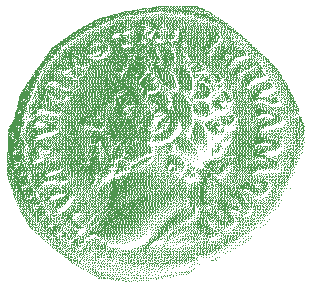
<source format=gbo>
G04 EAGLE Gerber RS-274X export*
G75*
%MOMM*%
%FSLAX34Y34*%
%LPD*%
%INSilkscreen Bottom*%
%IPPOS*%
%AMOC8*
5,1,8,0,0,1.08239X$1,22.5*%
G01*
%ADD10R,0.952500X0.063500*%
%ADD11R,0.127000X0.063500*%
%ADD12R,0.063500X0.063500*%
%ADD13R,0.444500X0.063500*%
%ADD14R,0.190500X0.063500*%
%ADD15R,0.381000X0.063500*%
%ADD16R,0.254000X0.063500*%
%ADD17R,0.317500X0.063500*%
%ADD18R,0.571500X0.063500*%
%ADD19R,0.508000X0.063500*%
%ADD20R,0.635000X0.063500*%
%ADD21R,0.825500X0.063500*%
%ADD22R,0.762000X0.063500*%
%ADD23R,0.889000X0.063500*%
%ADD24R,1.206500X0.063500*%
%ADD25R,0.698500X0.063500*%


D10*
X233363Y277178D03*
D11*
X227330Y277178D03*
X225425Y277178D03*
D12*
X223838Y277178D03*
X222568Y277178D03*
X221298Y277178D03*
X220028Y277178D03*
X218758Y277178D03*
X217488Y277178D03*
X216218Y277178D03*
X214948Y277178D03*
X213678Y277178D03*
D11*
X212090Y277178D03*
X210185Y277178D03*
D13*
X206693Y277178D03*
D12*
X203518Y277178D03*
D14*
X238443Y276543D03*
D12*
X236538Y276543D03*
X235268Y276543D03*
X233998Y276543D03*
X232728Y276543D03*
X231458Y276543D03*
X229553Y276543D03*
X228283Y276543D03*
X227013Y276543D03*
X225108Y276543D03*
X223203Y276543D03*
X221298Y276543D03*
X219393Y276543D03*
X218123Y276543D03*
X216853Y276543D03*
X214948Y276543D03*
X213678Y276543D03*
X211773Y276543D03*
X209868Y276543D03*
X206693Y276543D03*
X204788Y276543D03*
D13*
X201613Y276543D03*
D14*
X239713Y275908D03*
D11*
X237490Y275908D03*
D12*
X235903Y275908D03*
X233998Y275908D03*
X232093Y275908D03*
X230823Y275908D03*
X226378Y275908D03*
X223838Y275908D03*
X221933Y275908D03*
X220028Y275908D03*
X217488Y275908D03*
X216218Y275908D03*
X214313Y275908D03*
X213043Y275908D03*
X211138Y275908D03*
X209233Y275908D03*
X207963Y275908D03*
X206058Y275908D03*
X204788Y275908D03*
X203518Y275908D03*
X201613Y275908D03*
D15*
X198120Y275908D03*
D12*
X195263Y275908D03*
D11*
X241935Y275273D03*
D12*
X240348Y275273D03*
X239078Y275273D03*
X237173Y275273D03*
X235268Y275273D03*
X233363Y275273D03*
X230188Y275273D03*
X228918Y275273D03*
X227648Y275273D03*
X225743Y275273D03*
X223838Y275273D03*
X221933Y275273D03*
X220028Y275273D03*
X218758Y275273D03*
X216218Y275273D03*
X213043Y275273D03*
X211138Y275273D03*
X209868Y275273D03*
X208598Y275273D03*
X207328Y275273D03*
X205423Y275273D03*
X202883Y275273D03*
X200978Y275273D03*
X196533Y275273D03*
X195263Y275273D03*
D11*
X193675Y275273D03*
X191770Y275273D03*
X243205Y274638D03*
X241300Y274638D03*
D12*
X239713Y274638D03*
X237808Y274638D03*
X236538Y274638D03*
X234633Y274638D03*
X232093Y274638D03*
X230823Y274638D03*
X228283Y274638D03*
X226378Y274638D03*
X225108Y274638D03*
X223838Y274638D03*
X222568Y274638D03*
D11*
X220980Y274638D03*
D12*
X219393Y274638D03*
X218123Y274638D03*
X216853Y274638D03*
D11*
X214630Y274638D03*
D12*
X213043Y274638D03*
X211773Y274638D03*
X210503Y274638D03*
X208598Y274638D03*
X206693Y274638D03*
X204788Y274638D03*
X203518Y274638D03*
X202248Y274638D03*
X200978Y274638D03*
D11*
X199390Y274638D03*
D12*
X197803Y274638D03*
X195898Y274638D03*
X193993Y274638D03*
X192723Y274638D03*
D15*
X189865Y274638D03*
D12*
X187008Y274638D03*
X244158Y274003D03*
X242888Y274003D03*
X239713Y274003D03*
X238443Y274003D03*
X235903Y274003D03*
X233363Y274003D03*
X231458Y274003D03*
D11*
X229870Y274003D03*
X227965Y274003D03*
X226060Y274003D03*
X224155Y274003D03*
X222250Y274003D03*
D12*
X220663Y274003D03*
D11*
X219075Y274003D03*
D12*
X217488Y274003D03*
X216218Y274003D03*
X214948Y274003D03*
D11*
X213360Y274003D03*
D12*
X211773Y274003D03*
D11*
X210185Y274003D03*
X208280Y274003D03*
D14*
X206058Y274003D03*
D12*
X204153Y274003D03*
X202883Y274003D03*
X201613Y274003D03*
X200343Y274003D03*
X199073Y274003D03*
X197803Y274003D03*
X196533Y274003D03*
X195263Y274003D03*
X193993Y274003D03*
X188278Y274003D03*
D13*
X185103Y274003D03*
D14*
X245428Y273368D03*
D12*
X242888Y273368D03*
X241618Y273368D03*
X240348Y273368D03*
X237173Y273368D03*
X234633Y273368D03*
D11*
X232410Y273368D03*
D16*
X229870Y273368D03*
D11*
X227330Y273368D03*
X225425Y273368D03*
X223520Y273368D03*
D12*
X221933Y273368D03*
D11*
X220345Y273368D03*
D12*
X218123Y273368D03*
X216853Y273368D03*
X215583Y273368D03*
X214313Y273368D03*
X213043Y273368D03*
X211773Y273368D03*
X210503Y273368D03*
X209233Y273368D03*
X207328Y273368D03*
X205423Y273368D03*
X204153Y273368D03*
X202883Y273368D03*
X201613Y273368D03*
X200343Y273368D03*
D11*
X198755Y273368D03*
X196850Y273368D03*
D12*
X195263Y273368D03*
X193993Y273368D03*
D17*
X191453Y273368D03*
D12*
X188913Y273368D03*
X187643Y273368D03*
X185103Y273368D03*
X183833Y273368D03*
D17*
X181293Y273368D03*
D11*
X247015Y272733D03*
D12*
X244793Y272733D03*
X242253Y272733D03*
X239078Y272733D03*
X237173Y272733D03*
X235903Y272733D03*
X233998Y272733D03*
D16*
X231775Y272733D03*
D12*
X229553Y272733D03*
X228283Y272733D03*
X227013Y272733D03*
X225108Y272733D03*
X223838Y272733D03*
X221933Y272733D03*
X220663Y272733D03*
X219393Y272733D03*
X218123Y272733D03*
X216853Y272733D03*
X215583Y272733D03*
X214313Y272733D03*
X212408Y272733D03*
X210503Y272733D03*
X209233Y272733D03*
X207328Y272733D03*
X205423Y272733D03*
X203518Y272733D03*
X202248Y272733D03*
X200978Y272733D03*
X199708Y272733D03*
X198438Y272733D03*
D11*
X196850Y272733D03*
D12*
X195263Y272733D03*
X193993Y272733D03*
X192723Y272733D03*
X190818Y272733D03*
D11*
X189230Y272733D03*
D14*
X187008Y272733D03*
D12*
X184468Y272733D03*
X183198Y272733D03*
X181928Y272733D03*
D18*
X178118Y272733D03*
D11*
X248285Y272098D03*
D12*
X243523Y272098D03*
X241618Y272098D03*
X237808Y272098D03*
X236538Y272098D03*
D14*
X233998Y272098D03*
D12*
X232093Y272098D03*
X230188Y272098D03*
X228918Y272098D03*
X227648Y272098D03*
X226378Y272098D03*
X225108Y272098D03*
X223203Y272098D03*
X221298Y272098D03*
X219393Y272098D03*
X217488Y272098D03*
X215583Y272098D03*
X214313Y272098D03*
X213043Y272098D03*
X211138Y272098D03*
X200343Y272098D03*
X198438Y272098D03*
X197168Y272098D03*
X195898Y272098D03*
X194628Y272098D03*
X193358Y272098D03*
X192088Y272098D03*
X190818Y272098D03*
X189548Y272098D03*
X188278Y272098D03*
X187008Y272098D03*
D11*
X185420Y272098D03*
X183515Y272098D03*
D12*
X181928Y272098D03*
X180658Y272098D03*
X179388Y272098D03*
X178118Y272098D03*
X176848Y272098D03*
D16*
X174625Y272098D03*
D11*
X249555Y271463D03*
D12*
X246698Y271463D03*
X245428Y271463D03*
X243523Y271463D03*
X240348Y271463D03*
X239078Y271463D03*
X237808Y271463D03*
D11*
X236220Y271463D03*
D12*
X233363Y271463D03*
X232093Y271463D03*
X230823Y271463D03*
X229553Y271463D03*
X228283Y271463D03*
X227013Y271463D03*
X225108Y271463D03*
X223203Y271463D03*
X221298Y271463D03*
X219393Y271463D03*
X217488Y271463D03*
X209868Y271463D03*
X207963Y271463D03*
X193993Y271463D03*
X192723Y271463D03*
X191453Y271463D03*
X189548Y271463D03*
X188278Y271463D03*
X187008Y271463D03*
X185738Y271463D03*
X184468Y271463D03*
D14*
X182563Y271463D03*
D11*
X180340Y271463D03*
D12*
X178753Y271463D03*
X177483Y271463D03*
X176213Y271463D03*
D19*
X172720Y271463D03*
D12*
X251143Y270828D03*
X248603Y270828D03*
X247333Y270828D03*
X246063Y270828D03*
X244793Y270828D03*
X242253Y270828D03*
X240348Y270828D03*
D11*
X238760Y270828D03*
D12*
X237173Y270828D03*
D14*
X235268Y270828D03*
D12*
X233363Y270828D03*
X232093Y270828D03*
X230823Y270828D03*
X228283Y270828D03*
X216218Y270828D03*
X213678Y270828D03*
X211773Y270828D03*
X209233Y270828D03*
X206693Y270828D03*
X205423Y270828D03*
X203518Y270828D03*
X200343Y270828D03*
X196533Y270828D03*
X195263Y270828D03*
X187643Y270828D03*
X185738Y270828D03*
D11*
X184150Y270828D03*
X181610Y270828D03*
D16*
X179070Y270828D03*
D12*
X176848Y270828D03*
X175578Y270828D03*
D11*
X173355Y270828D03*
D12*
X171768Y270828D03*
D16*
X169545Y270828D03*
D12*
X251143Y270193D03*
X249873Y270193D03*
X247968Y270193D03*
X244158Y270193D03*
X242888Y270193D03*
X241618Y270193D03*
D11*
X240030Y270193D03*
D12*
X238443Y270193D03*
X237173Y270193D03*
X234633Y270193D03*
X233363Y270193D03*
X232093Y270193D03*
X230823Y270193D03*
X229553Y270193D03*
X227013Y270193D03*
X221298Y270193D03*
X218758Y270193D03*
X211138Y270193D03*
X208598Y270193D03*
X202883Y270193D03*
X189548Y270193D03*
X186373Y270193D03*
X183198Y270193D03*
X181293Y270193D03*
X178753Y270193D03*
D11*
X177165Y270193D03*
X175260Y270193D03*
D12*
X173673Y270193D03*
D11*
X172085Y270193D03*
D12*
X170498Y270193D03*
D15*
X167640Y270193D03*
D12*
X252413Y269558D03*
X249873Y269558D03*
X248603Y269558D03*
X246698Y269558D03*
D11*
X245110Y269558D03*
X243205Y269558D03*
X241300Y269558D03*
D12*
X239078Y269558D03*
X237808Y269558D03*
X236538Y269558D03*
X235268Y269558D03*
X227648Y269558D03*
X223838Y269558D03*
X216853Y269558D03*
X214948Y269558D03*
X213043Y269558D03*
X209868Y269558D03*
X207328Y269558D03*
X205423Y269558D03*
X201613Y269558D03*
X199073Y269558D03*
X193993Y269558D03*
X192088Y269558D03*
X190818Y269558D03*
X188278Y269558D03*
X184468Y269558D03*
X180023Y269558D03*
X178118Y269558D03*
X176213Y269558D03*
D11*
X174625Y269558D03*
D12*
X173038Y269558D03*
X171768Y269558D03*
X170498Y269558D03*
X169228Y269558D03*
D11*
X167640Y269558D03*
D16*
X165100Y269558D03*
D12*
X252413Y268923D03*
X251143Y268923D03*
D11*
X246380Y268923D03*
X244475Y268923D03*
D12*
X242888Y268923D03*
X241618Y268923D03*
X240348Y268923D03*
X239078Y268923D03*
X237173Y268923D03*
X235268Y268923D03*
X233363Y268923D03*
X230823Y268923D03*
X219393Y268923D03*
X211773Y268923D03*
X209868Y268923D03*
X208598Y268923D03*
X206693Y268923D03*
X204788Y268923D03*
X203518Y268923D03*
X200978Y268923D03*
X197168Y268923D03*
X193993Y268923D03*
X186373Y268923D03*
X183198Y268923D03*
X176848Y268923D03*
X174308Y268923D03*
D11*
X172720Y268923D03*
D14*
X170498Y268923D03*
D12*
X168593Y268923D03*
D20*
X164465Y268923D03*
D12*
X254318Y268288D03*
X253048Y268288D03*
X251778Y268288D03*
D15*
X248285Y268288D03*
D11*
X245110Y268288D03*
D12*
X243523Y268288D03*
X242253Y268288D03*
X240983Y268288D03*
X239078Y268288D03*
X237808Y268288D03*
X226378Y268288D03*
X223203Y268288D03*
X221298Y268288D03*
X217488Y268288D03*
X216218Y268288D03*
X214313Y268288D03*
X213043Y268288D03*
X210503Y268288D03*
X208598Y268288D03*
X207328Y268288D03*
X205423Y268288D03*
X202883Y268288D03*
X199708Y268288D03*
X198438Y268288D03*
X195898Y268288D03*
X192723Y268288D03*
X191453Y268288D03*
X188278Y268288D03*
X184468Y268288D03*
X181928Y268288D03*
X180023Y268288D03*
X178753Y268288D03*
X175578Y268288D03*
X173673Y268288D03*
X171768Y268288D03*
X170498Y268288D03*
D16*
X168275Y268288D03*
D12*
X165418Y268288D03*
D19*
X161925Y268288D03*
D12*
X158433Y268288D03*
X255588Y267653D03*
X253683Y267653D03*
X251778Y267653D03*
X250508Y267653D03*
D11*
X248285Y267653D03*
X246380Y267653D03*
D12*
X244793Y267653D03*
X243523Y267653D03*
X240983Y267653D03*
X239713Y267653D03*
X236538Y267653D03*
X232093Y267653D03*
X229553Y267653D03*
X228283Y267653D03*
X225108Y267653D03*
X219393Y267653D03*
X216218Y267653D03*
X211773Y267653D03*
X209868Y267653D03*
X207963Y267653D03*
X206693Y267653D03*
X204788Y267653D03*
X202883Y267653D03*
X201613Y267653D03*
X199708Y267653D03*
X198438Y267653D03*
X197168Y267653D03*
X195263Y267653D03*
X193358Y267653D03*
X190183Y267653D03*
X188278Y267653D03*
X186373Y267653D03*
X183198Y267653D03*
X181293Y267653D03*
X178753Y267653D03*
X177483Y267653D03*
X170498Y267653D03*
X169228Y267653D03*
D15*
X166370Y267653D03*
D12*
X162878Y267653D03*
D18*
X159068Y267653D03*
D12*
X256223Y267018D03*
X254953Y267018D03*
X252413Y267018D03*
X251143Y267018D03*
D11*
X249555Y267018D03*
D12*
X247968Y267018D03*
X245428Y267018D03*
X244158Y267018D03*
X242253Y267018D03*
X240348Y267018D03*
X237808Y267018D03*
X235268Y267018D03*
X233998Y267018D03*
X230823Y267018D03*
X227013Y267018D03*
X225743Y267018D03*
X223838Y267018D03*
X222568Y267018D03*
X220663Y267018D03*
X218123Y267018D03*
X216853Y267018D03*
X214948Y267018D03*
X213678Y267018D03*
X212408Y267018D03*
X211138Y267018D03*
X209868Y267018D03*
X208598Y267018D03*
X207328Y267018D03*
X206058Y267018D03*
X204788Y267018D03*
X203518Y267018D03*
X200978Y267018D03*
X199073Y267018D03*
X196533Y267018D03*
X194628Y267018D03*
X192723Y267018D03*
X191453Y267018D03*
X187008Y267018D03*
X185103Y267018D03*
X183833Y267018D03*
X181928Y267018D03*
X180023Y267018D03*
X176848Y267018D03*
X175578Y267018D03*
X174308Y267018D03*
X173038Y267018D03*
X171768Y267018D03*
X168593Y267018D03*
X167323Y267018D03*
X166053Y267018D03*
D11*
X164465Y267018D03*
D12*
X162878Y267018D03*
X160338Y267018D03*
D19*
X156845Y267018D03*
D12*
X257493Y266383D03*
X255588Y266383D03*
X253683Y266383D03*
D16*
X251460Y266383D03*
D12*
X249238Y266383D03*
X247968Y266383D03*
X246698Y266383D03*
X243523Y266383D03*
X236538Y266383D03*
X233363Y266383D03*
X229553Y266383D03*
X228283Y266383D03*
X225743Y266383D03*
X224473Y266383D03*
X221933Y266383D03*
X219393Y266383D03*
X216853Y266383D03*
X214948Y266383D03*
X213678Y266383D03*
X210503Y266383D03*
X208598Y266383D03*
X207328Y266383D03*
X206058Y266383D03*
X204788Y266383D03*
X203518Y266383D03*
X202248Y266383D03*
X200978Y266383D03*
X199708Y266383D03*
D11*
X198120Y266383D03*
D12*
X195898Y266383D03*
X193993Y266383D03*
D14*
X191453Y266383D03*
D12*
X189548Y266383D03*
X188278Y266383D03*
X181293Y266383D03*
X179388Y266383D03*
X178118Y266383D03*
X170498Y266383D03*
X167323Y266383D03*
X166053Y266383D03*
D11*
X164465Y266383D03*
D14*
X162243Y266383D03*
D12*
X160338Y266383D03*
X159068Y266383D03*
D11*
X156845Y266383D03*
D16*
X154305Y266383D03*
D12*
X258763Y265748D03*
X257493Y265748D03*
X254953Y265748D03*
D11*
X253365Y265748D03*
D12*
X251778Y265748D03*
X249873Y265748D03*
X247968Y265748D03*
X240348Y265748D03*
X238443Y265748D03*
X235903Y265748D03*
X234633Y265748D03*
X232728Y265748D03*
X231458Y265748D03*
X230188Y265748D03*
X227648Y265748D03*
X226378Y265748D03*
X223838Y265748D03*
X222568Y265748D03*
X220663Y265748D03*
X218758Y265748D03*
X217488Y265748D03*
X216218Y265748D03*
X214313Y265748D03*
X213043Y265748D03*
X211773Y265748D03*
X210503Y265748D03*
X209233Y265748D03*
X207328Y265748D03*
X205423Y265748D03*
X204153Y265748D03*
X202883Y265748D03*
X200978Y265748D03*
X199708Y265748D03*
X197803Y265748D03*
X196533Y265748D03*
X195263Y265748D03*
X193993Y265748D03*
X192723Y265748D03*
X191453Y265748D03*
X190183Y265748D03*
X188913Y265748D03*
X187643Y265748D03*
X186373Y265748D03*
X185103Y265748D03*
X183833Y265748D03*
X182563Y265748D03*
X180658Y265748D03*
X178753Y265748D03*
D11*
X176530Y265748D03*
D12*
X174943Y265748D03*
X173673Y265748D03*
X172403Y265748D03*
X171133Y265748D03*
X169228Y265748D03*
X166053Y265748D03*
D11*
X163830Y265748D03*
D12*
X161608Y265748D03*
X160338Y265748D03*
X159068Y265748D03*
X157798Y265748D03*
D11*
X156210Y265748D03*
D12*
X154623Y265748D03*
D14*
X152718Y265748D03*
D12*
X259398Y265113D03*
X258128Y265113D03*
D11*
X255270Y265113D03*
D12*
X253683Y265113D03*
X252413Y265113D03*
X251143Y265113D03*
X249238Y265113D03*
X246698Y265113D03*
X245428Y265113D03*
X242253Y265113D03*
X238443Y265113D03*
X237173Y265113D03*
X233998Y265113D03*
X230188Y265113D03*
X228918Y265113D03*
X227648Y265113D03*
X226378Y265113D03*
X225108Y265113D03*
X223838Y265113D03*
X221933Y265113D03*
X219393Y265113D03*
X218123Y265113D03*
X216218Y265113D03*
X214948Y265113D03*
X213043Y265113D03*
X211773Y265113D03*
X210503Y265113D03*
X209233Y265113D03*
X207963Y265113D03*
X206693Y265113D03*
X205423Y265113D03*
X203518Y265113D03*
X202248Y265113D03*
X200978Y265113D03*
D11*
X199390Y265113D03*
D12*
X197803Y265113D03*
X195898Y265113D03*
X194628Y265113D03*
X193358Y265113D03*
X192088Y265113D03*
X190818Y265113D03*
X189548Y265113D03*
X187643Y265113D03*
X186373Y265113D03*
X184468Y265113D03*
X182563Y265113D03*
X181293Y265113D03*
X180023Y265113D03*
X178118Y265113D03*
X176213Y265113D03*
X174308Y265113D03*
X173038Y265113D03*
X171133Y265113D03*
X167958Y265113D03*
X166053Y265113D03*
X162878Y265113D03*
X161608Y265113D03*
X160338Y265113D03*
D14*
X158433Y265113D03*
D12*
X155893Y265113D03*
D11*
X154305Y265113D03*
D16*
X151765Y265113D03*
D12*
X260033Y264478D03*
D11*
X256540Y264478D03*
D12*
X254318Y264478D03*
X253048Y264478D03*
X251778Y264478D03*
X250508Y264478D03*
X247968Y264478D03*
X244158Y264478D03*
X239713Y264478D03*
D11*
X236220Y264478D03*
D12*
X234633Y264478D03*
D11*
X232410Y264478D03*
D12*
X230823Y264478D03*
X227013Y264478D03*
X225743Y264478D03*
X223838Y264478D03*
X222568Y264478D03*
X221298Y264478D03*
X220028Y264478D03*
X218758Y264478D03*
X217488Y264478D03*
X216218Y264478D03*
X214313Y264478D03*
X213043Y264478D03*
X211773Y264478D03*
X210503Y264478D03*
X209233Y264478D03*
X207963Y264478D03*
X206693Y264478D03*
X204788Y264478D03*
X202883Y264478D03*
X201613Y264478D03*
X200343Y264478D03*
X199073Y264478D03*
X197803Y264478D03*
X196533Y264478D03*
X194628Y264478D03*
X193358Y264478D03*
X192088Y264478D03*
X190818Y264478D03*
X189548Y264478D03*
X188278Y264478D03*
X187008Y264478D03*
X185738Y264478D03*
X184468Y264478D03*
X183198Y264478D03*
X181293Y264478D03*
X179388Y264478D03*
X178118Y264478D03*
X176848Y264478D03*
X174943Y264478D03*
X172403Y264478D03*
X170498Y264478D03*
X169228Y264478D03*
X167323Y264478D03*
X164783Y264478D03*
X162243Y264478D03*
X160973Y264478D03*
D11*
X159385Y264478D03*
D14*
X157163Y264478D03*
D12*
X155258Y264478D03*
X153353Y264478D03*
D16*
X151130Y264478D03*
D12*
X261303Y263843D03*
X259398Y263843D03*
X258128Y263843D03*
D11*
X256540Y263843D03*
D12*
X254953Y263843D03*
X253683Y263843D03*
X250508Y263843D03*
X249238Y263843D03*
X246698Y263843D03*
X241618Y263843D03*
X237808Y263843D03*
X235903Y263843D03*
X233998Y263843D03*
D11*
X229870Y263843D03*
D12*
X228283Y263843D03*
X227013Y263843D03*
X225108Y263843D03*
X223838Y263843D03*
X222568Y263843D03*
X221298Y263843D03*
X220028Y263843D03*
X218758Y263843D03*
X217488Y263843D03*
X216218Y263843D03*
X214948Y263843D03*
X213678Y263843D03*
X211773Y263843D03*
X209868Y263843D03*
X208598Y263843D03*
X207328Y263843D03*
X206058Y263843D03*
X204788Y263843D03*
X203518Y263843D03*
X201613Y263843D03*
X200343Y263843D03*
D11*
X198755Y263843D03*
D12*
X197168Y263843D03*
X195898Y263843D03*
X194628Y263843D03*
X193358Y263843D03*
X192088Y263843D03*
X190818Y263843D03*
D11*
X189230Y263843D03*
D12*
X187643Y263843D03*
X186373Y263843D03*
X184468Y263843D03*
D11*
X182880Y263843D03*
D12*
X181293Y263843D03*
X180023Y263843D03*
X178118Y263843D03*
X176848Y263843D03*
X175578Y263843D03*
D11*
X173990Y263843D03*
D12*
X172403Y263843D03*
X170498Y263843D03*
X168593Y263843D03*
X166688Y263843D03*
X164148Y263843D03*
X160973Y263843D03*
X159068Y263843D03*
X157798Y263843D03*
D14*
X155893Y263843D03*
D12*
X153988Y263843D03*
X152718Y263843D03*
D16*
X149860Y263843D03*
D11*
X262255Y263208D03*
X258445Y263208D03*
D12*
X256858Y263208D03*
X255588Y263208D03*
X247968Y263208D03*
X246063Y263208D03*
X244158Y263208D03*
X242888Y263208D03*
X240348Y263208D03*
X239078Y263208D03*
X236538Y263208D03*
X234633Y263208D03*
X233363Y263208D03*
X232093Y263208D03*
X230823Y263208D03*
X228918Y263208D03*
X227013Y263208D03*
X225743Y263208D03*
X224473Y263208D03*
X222568Y263208D03*
X221298Y263208D03*
D11*
X219710Y263208D03*
D12*
X218123Y263208D03*
X216853Y263208D03*
X215583Y263208D03*
X214313Y263208D03*
D11*
X212725Y263208D03*
D12*
X211138Y263208D03*
X208598Y263208D03*
X207328Y263208D03*
X206058Y263208D03*
X204788Y263208D03*
X203518Y263208D03*
X202248Y263208D03*
X200978Y263208D03*
D11*
X199390Y263208D03*
D12*
X197803Y263208D03*
X195898Y263208D03*
X194628Y263208D03*
X193358Y263208D03*
X192088Y263208D03*
X190818Y263208D03*
X189548Y263208D03*
X188278Y263208D03*
X187008Y263208D03*
D11*
X185420Y263208D03*
D12*
X183198Y263208D03*
X181928Y263208D03*
X180658Y263208D03*
X179388Y263208D03*
X178118Y263208D03*
D11*
X176530Y263208D03*
D12*
X174943Y263208D03*
X173673Y263208D03*
X172403Y263208D03*
X171133Y263208D03*
X169228Y263208D03*
X167323Y263208D03*
X166053Y263208D03*
X162878Y263208D03*
X159703Y263208D03*
X158433Y263208D03*
X157163Y263208D03*
D16*
X154940Y263208D03*
D12*
X152718Y263208D03*
X151448Y263208D03*
D17*
X148908Y263208D03*
D12*
X263208Y262573D03*
X261303Y262573D03*
X260033Y262573D03*
D11*
X258445Y262573D03*
D12*
X256858Y262573D03*
X251778Y262573D03*
X249873Y262573D03*
X247968Y262573D03*
X246698Y262573D03*
X245428Y262573D03*
X242253Y262573D03*
X239078Y262573D03*
X237808Y262573D03*
X236538Y262573D03*
X235268Y262573D03*
X233363Y262573D03*
X232093Y262573D03*
X230188Y262573D03*
X228283Y262573D03*
X227013Y262573D03*
X225743Y262573D03*
X224473Y262573D03*
X223203Y262573D03*
X221298Y262573D03*
X219393Y262573D03*
X218123Y262573D03*
X216853Y262573D03*
X215583Y262573D03*
X214313Y262573D03*
X212408Y262573D03*
X211138Y262573D03*
X209868Y262573D03*
X207963Y262573D03*
X206058Y262573D03*
X204788Y262573D03*
X203518Y262573D03*
X202248Y262573D03*
D11*
X200660Y262573D03*
D16*
X198120Y262573D03*
D12*
X194628Y262573D03*
X193358Y262573D03*
D11*
X191770Y262573D03*
D12*
X190183Y262573D03*
X188913Y262573D03*
D17*
X185738Y262573D03*
D12*
X183198Y262573D03*
X181928Y262573D03*
X180658Y262573D03*
X179388Y262573D03*
X177483Y262573D03*
X176213Y262573D03*
D16*
X173990Y262573D03*
D12*
X171768Y262573D03*
X170498Y262573D03*
X168593Y262573D03*
X166053Y262573D03*
X164783Y262573D03*
X157163Y262573D03*
D17*
X152718Y262573D03*
D12*
X149543Y262573D03*
D16*
X147320Y262573D03*
D12*
X262573Y261938D03*
X260668Y261938D03*
X259398Y261938D03*
X257493Y261938D03*
X254953Y261938D03*
X253048Y261938D03*
X248603Y261938D03*
X246698Y261938D03*
X244793Y261938D03*
X242888Y261938D03*
X240983Y261938D03*
X238443Y261938D03*
X235903Y261938D03*
X234633Y261938D03*
X231458Y261938D03*
X229553Y261938D03*
X228283Y261938D03*
X225743Y261938D03*
X223838Y261938D03*
X221933Y261938D03*
X220028Y261938D03*
X218758Y261938D03*
D11*
X217170Y261938D03*
D12*
X215583Y261938D03*
X214313Y261938D03*
X213043Y261938D03*
X211773Y261938D03*
X210503Y261938D03*
D11*
X207010Y261938D03*
D12*
X205423Y261938D03*
X204153Y261938D03*
D16*
X201930Y261938D03*
D11*
X199390Y261938D03*
D12*
X197803Y261938D03*
X195898Y261938D03*
X193358Y261938D03*
X192088Y261938D03*
X190818Y261938D03*
X189548Y261938D03*
X188278Y261938D03*
D11*
X186690Y261938D03*
D12*
X185103Y261938D03*
X183833Y261938D03*
X182563Y261938D03*
X181293Y261938D03*
X180023Y261938D03*
X178118Y261938D03*
X176848Y261938D03*
X175578Y261938D03*
X174308Y261938D03*
D11*
X172720Y261938D03*
D12*
X171133Y261938D03*
X169863Y261938D03*
X167958Y261938D03*
X164783Y261938D03*
X163513Y261938D03*
X162243Y261938D03*
X156528Y261938D03*
D11*
X154940Y261938D03*
D12*
X153353Y261938D03*
D16*
X151130Y261938D03*
D12*
X148908Y261938D03*
D16*
X146685Y261938D03*
D12*
X264478Y261303D03*
X262573Y261303D03*
X261303Y261303D03*
X260033Y261303D03*
X258763Y261303D03*
X254953Y261303D03*
X251778Y261303D03*
X250508Y261303D03*
X247968Y261303D03*
X246698Y261303D03*
X244158Y261303D03*
X242253Y261303D03*
X240983Y261303D03*
X239713Y261303D03*
X237808Y261303D03*
X236538Y261303D03*
D11*
X234315Y261303D03*
D12*
X232728Y261303D03*
X231458Y261303D03*
X229553Y261303D03*
X227648Y261303D03*
X225108Y261303D03*
X223203Y261303D03*
X221298Y261303D03*
D11*
X219710Y261303D03*
D16*
X217170Y261303D03*
D12*
X214313Y261303D03*
X213043Y261303D03*
X211773Y261303D03*
X209868Y261303D03*
D11*
X206375Y261303D03*
D12*
X204788Y261303D03*
D14*
X202883Y261303D03*
D11*
X200660Y261303D03*
D12*
X199073Y261303D03*
X197803Y261303D03*
X195898Y261303D03*
X194628Y261303D03*
X190183Y261303D03*
D11*
X187960Y261303D03*
D16*
X185420Y261303D03*
D12*
X182563Y261303D03*
X181293Y261303D03*
X179388Y261303D03*
X176848Y261303D03*
X175578Y261303D03*
X173673Y261303D03*
D11*
X172085Y261303D03*
D12*
X170498Y261303D03*
X169228Y261303D03*
X167958Y261303D03*
D11*
X166370Y261303D03*
D12*
X160973Y261303D03*
X153988Y261303D03*
X152718Y261303D03*
D15*
X149860Y261303D03*
D16*
X145415Y261303D03*
D12*
X265748Y260668D03*
X263208Y260668D03*
X261938Y260668D03*
X259398Y260668D03*
X257493Y260668D03*
X256223Y260668D03*
X253683Y260668D03*
X252413Y260668D03*
X249238Y260668D03*
X247968Y260668D03*
X246698Y260668D03*
X245428Y260668D03*
X243523Y260668D03*
X241618Y260668D03*
X240348Y260668D03*
X239078Y260668D03*
X237808Y260668D03*
X236538Y260668D03*
X235268Y260668D03*
X233363Y260668D03*
X230823Y260668D03*
X228918Y260668D03*
X227648Y260668D03*
X226378Y260668D03*
X225108Y260668D03*
X223838Y260668D03*
X222568Y260668D03*
X221298Y260668D03*
X220028Y260668D03*
D16*
X217805Y260668D03*
D12*
X215583Y260668D03*
X214313Y260668D03*
X213043Y260668D03*
X211773Y260668D03*
X210503Y260668D03*
X207328Y260668D03*
X206058Y260668D03*
X204788Y260668D03*
D17*
X202248Y260668D03*
D11*
X199390Y260668D03*
D12*
X193358Y260668D03*
X192088Y260668D03*
X190818Y260668D03*
D11*
X189230Y260668D03*
D17*
X186373Y260668D03*
D12*
X183833Y260668D03*
X182563Y260668D03*
X181293Y260668D03*
X180023Y260668D03*
X178118Y260668D03*
X176848Y260668D03*
X175578Y260668D03*
X174308Y260668D03*
X173038Y260668D03*
X171768Y260668D03*
X170498Y260668D03*
X169228Y260668D03*
X167958Y260668D03*
X166688Y260668D03*
X165418Y260668D03*
D11*
X163830Y260668D03*
D12*
X162243Y260668D03*
X159703Y260668D03*
X155893Y260668D03*
X154623Y260668D03*
X153353Y260668D03*
X152083Y260668D03*
X150813Y260668D03*
X149543Y260668D03*
D14*
X147638Y260668D03*
D17*
X144463Y260668D03*
D12*
X266383Y260033D03*
X265113Y260033D03*
X263208Y260033D03*
X261303Y260033D03*
X256223Y260033D03*
X254953Y260033D03*
X253683Y260033D03*
X252413Y260033D03*
X251143Y260033D03*
X247968Y260033D03*
X246698Y260033D03*
X244793Y260033D03*
X242888Y260033D03*
X240983Y260033D03*
X239078Y260033D03*
X237808Y260033D03*
X235903Y260033D03*
X234633Y260033D03*
X233363Y260033D03*
X232093Y260033D03*
X230188Y260033D03*
X228918Y260033D03*
D14*
X225743Y260033D03*
D12*
X223838Y260033D03*
X222568Y260033D03*
X220028Y260033D03*
X218758Y260033D03*
X217488Y260033D03*
X215583Y260033D03*
X214313Y260033D03*
X213043Y260033D03*
X211773Y260033D03*
X207328Y260033D03*
X206058Y260033D03*
X204788Y260033D03*
X203518Y260033D03*
D16*
X201295Y260033D03*
D11*
X198755Y260033D03*
D12*
X197168Y260033D03*
X192723Y260033D03*
X191453Y260033D03*
X190183Y260033D03*
D19*
X186690Y260033D03*
D12*
X183198Y260033D03*
X181293Y260033D03*
X178118Y260033D03*
X176848Y260033D03*
D11*
X175260Y260033D03*
D12*
X173673Y260033D03*
D14*
X171768Y260033D03*
D12*
X169863Y260033D03*
D11*
X168275Y260033D03*
X166370Y260033D03*
D12*
X164783Y260033D03*
X163513Y260033D03*
X161608Y260033D03*
X157798Y260033D03*
X150813Y260033D03*
D11*
X149225Y260033D03*
D14*
X147003Y260033D03*
D12*
X145098Y260033D03*
D16*
X142875Y260033D03*
D12*
X267018Y259398D03*
X264478Y259398D03*
X263208Y259398D03*
X261938Y259398D03*
X260668Y259398D03*
X259398Y259398D03*
X258128Y259398D03*
X255588Y259398D03*
X254318Y259398D03*
X253048Y259398D03*
X251778Y259398D03*
X250508Y259398D03*
X249238Y259398D03*
X247968Y259398D03*
X246698Y259398D03*
X245428Y259398D03*
X244158Y259398D03*
X242888Y259398D03*
X241618Y259398D03*
X240348Y259398D03*
X239078Y259398D03*
X237173Y259398D03*
X235903Y259398D03*
X233998Y259398D03*
X232728Y259398D03*
X231458Y259398D03*
X230188Y259398D03*
X228918Y259398D03*
X227648Y259398D03*
X226378Y259398D03*
X224473Y259398D03*
X223203Y259398D03*
D11*
X220980Y259398D03*
D12*
X219393Y259398D03*
X218123Y259398D03*
X216853Y259398D03*
X214948Y259398D03*
X213678Y259398D03*
X212408Y259398D03*
X210503Y259398D03*
X208598Y259398D03*
D11*
X207010Y259398D03*
D12*
X205423Y259398D03*
X204153Y259398D03*
D16*
X201930Y259398D03*
D12*
X199708Y259398D03*
X195898Y259398D03*
X193993Y259398D03*
D11*
X192405Y259398D03*
D17*
X189548Y259398D03*
D14*
X186373Y259398D03*
D12*
X184468Y259398D03*
X183198Y259398D03*
X181928Y259398D03*
D14*
X178753Y259398D03*
D11*
X176530Y259398D03*
D14*
X174308Y259398D03*
D12*
X172403Y259398D03*
X171133Y259398D03*
X169863Y259398D03*
X168593Y259398D03*
X167323Y259398D03*
X166053Y259398D03*
D11*
X164465Y259398D03*
D12*
X162878Y259398D03*
X160338Y259398D03*
X159068Y259398D03*
X157163Y259398D03*
X155893Y259398D03*
X153988Y259398D03*
X152718Y259398D03*
X151448Y259398D03*
X150178Y259398D03*
X148908Y259398D03*
D17*
X146368Y259398D03*
D12*
X143828Y259398D03*
D16*
X141605Y259398D03*
D12*
X268288Y258763D03*
X266383Y258763D03*
D11*
X264795Y258763D03*
D12*
X263208Y258763D03*
X261938Y258763D03*
X258128Y258763D03*
X256858Y258763D03*
X254318Y258763D03*
X252413Y258763D03*
X250508Y258763D03*
X249238Y258763D03*
X247333Y258763D03*
X246063Y258763D03*
X244158Y258763D03*
X240983Y258763D03*
X239078Y258763D03*
X237808Y258763D03*
X236538Y258763D03*
X235268Y258763D03*
X233998Y258763D03*
X232093Y258763D03*
X230188Y258763D03*
X228918Y258763D03*
X227648Y258763D03*
D14*
X225743Y258763D03*
D12*
X223203Y258763D03*
X220028Y258763D03*
D14*
X218123Y258763D03*
D12*
X216218Y258763D03*
X214948Y258763D03*
X213678Y258763D03*
X212408Y258763D03*
X206693Y258763D03*
X205423Y258763D03*
D15*
X202565Y258763D03*
D11*
X199390Y258763D03*
D12*
X197803Y258763D03*
X192088Y258763D03*
X190818Y258763D03*
D14*
X188278Y258763D03*
X185738Y258763D03*
D12*
X183833Y258763D03*
X182563Y258763D03*
X181293Y258763D03*
X178118Y258763D03*
X176848Y258763D03*
X175578Y258763D03*
D11*
X173990Y258763D03*
D12*
X172403Y258763D03*
X171133Y258763D03*
X169863Y258763D03*
X168593Y258763D03*
X167323Y258763D03*
D11*
X165735Y258763D03*
D12*
X164148Y258763D03*
D14*
X162243Y258763D03*
D12*
X160338Y258763D03*
X158433Y258763D03*
X155893Y258763D03*
X148908Y258763D03*
D17*
X144463Y258763D03*
D12*
X141923Y258763D03*
D14*
X140018Y258763D03*
D12*
X267018Y258128D03*
X265748Y258128D03*
X264478Y258128D03*
X260668Y258128D03*
X259398Y258128D03*
X256223Y258128D03*
X254953Y258128D03*
X253683Y258128D03*
X252413Y258128D03*
X251143Y258128D03*
X249873Y258128D03*
X248603Y258128D03*
X247333Y258128D03*
X245428Y258128D03*
X243523Y258128D03*
X242253Y258128D03*
X240348Y258128D03*
X239078Y258128D03*
X237173Y258128D03*
X235268Y258128D03*
X233998Y258128D03*
X232728Y258128D03*
X231458Y258128D03*
X230188Y258128D03*
X228918Y258128D03*
X227648Y258128D03*
X226378Y258128D03*
X224473Y258128D03*
X222568Y258128D03*
X220663Y258128D03*
X219393Y258128D03*
X218123Y258128D03*
X216853Y258128D03*
X215583Y258128D03*
X214313Y258128D03*
X211138Y258128D03*
X206058Y258128D03*
X204788Y258128D03*
X203518Y258128D03*
X200343Y258128D03*
X199073Y258128D03*
D11*
X193040Y258128D03*
D12*
X191453Y258128D03*
D14*
X189548Y258128D03*
D11*
X187325Y258128D03*
D12*
X185738Y258128D03*
X183833Y258128D03*
X181293Y258128D03*
D14*
X179388Y258128D03*
D12*
X177483Y258128D03*
X176213Y258128D03*
X174943Y258128D03*
D11*
X173355Y258128D03*
D12*
X171768Y258128D03*
X170498Y258128D03*
X168593Y258128D03*
X167323Y258128D03*
X166053Y258128D03*
X164783Y258128D03*
X163513Y258128D03*
X162243Y258128D03*
X160338Y258128D03*
X159068Y258128D03*
X157163Y258128D03*
X154623Y258128D03*
X153353Y258128D03*
X151448Y258128D03*
D14*
X147003Y258128D03*
D12*
X145098Y258128D03*
D17*
X142558Y258128D03*
D12*
X140018Y258128D03*
D11*
X138430Y258128D03*
D12*
X268923Y257493D03*
D14*
X267018Y257493D03*
D12*
X265113Y257493D03*
D11*
X263525Y257493D03*
D12*
X261938Y257493D03*
X259398Y257493D03*
X258128Y257493D03*
X256223Y257493D03*
X254318Y257493D03*
X252413Y257493D03*
X251143Y257493D03*
X249873Y257493D03*
X247968Y257493D03*
X246698Y257493D03*
X244793Y257493D03*
X242888Y257493D03*
X241618Y257493D03*
X240348Y257493D03*
X238443Y257493D03*
X237173Y257493D03*
X235903Y257493D03*
X233998Y257493D03*
X232093Y257493D03*
X230188Y257493D03*
X228918Y257493D03*
D11*
X227330Y257493D03*
D12*
X225743Y257493D03*
D11*
X224155Y257493D03*
D12*
X222568Y257493D03*
X219393Y257493D03*
D14*
X217488Y257493D03*
D12*
X215583Y257493D03*
X214313Y257493D03*
X213043Y257493D03*
X210503Y257493D03*
X209233Y257493D03*
X204788Y257493D03*
D11*
X203200Y257493D03*
D12*
X200978Y257493D03*
X199708Y257493D03*
X198438Y257493D03*
X192088Y257493D03*
X190818Y257493D03*
D17*
X188278Y257493D03*
D11*
X185420Y257493D03*
D12*
X183833Y257493D03*
X182563Y257493D03*
D11*
X179070Y257493D03*
D12*
X177483Y257493D03*
X176213Y257493D03*
X174943Y257493D03*
D14*
X173038Y257493D03*
D12*
X170498Y257493D03*
X169228Y257493D03*
X167958Y257493D03*
D11*
X166370Y257493D03*
D12*
X164783Y257493D03*
D17*
X162243Y257493D03*
D12*
X159068Y257493D03*
X157798Y257493D03*
X156528Y257493D03*
X150178Y257493D03*
X146368Y257493D03*
D11*
X144780Y257493D03*
D12*
X143193Y257493D03*
D17*
X140653Y257493D03*
D11*
X137795Y257493D03*
D12*
X270193Y256858D03*
X268288Y256858D03*
X267018Y256858D03*
X265748Y256858D03*
X262573Y256858D03*
X261303Y256858D03*
X258763Y256858D03*
X255588Y256858D03*
X253683Y256858D03*
X252413Y256858D03*
X251143Y256858D03*
X249873Y256858D03*
X248603Y256858D03*
X247333Y256858D03*
X246063Y256858D03*
X244793Y256858D03*
X243523Y256858D03*
X241618Y256858D03*
X240348Y256858D03*
X239078Y256858D03*
X237173Y256858D03*
X235268Y256858D03*
X233998Y256858D03*
X232728Y256858D03*
X230188Y256858D03*
X228283Y256858D03*
X227013Y256858D03*
X225743Y256858D03*
X223838Y256858D03*
X222568Y256858D03*
X220028Y256858D03*
X218123Y256858D03*
X216218Y256858D03*
X214313Y256858D03*
X207963Y256858D03*
X206058Y256858D03*
X203518Y256858D03*
D11*
X200025Y256858D03*
D12*
X195898Y256858D03*
X192723Y256858D03*
X191453Y256858D03*
D14*
X189548Y256858D03*
D12*
X187643Y256858D03*
X186373Y256858D03*
X185103Y256858D03*
X181293Y256858D03*
X179388Y256858D03*
X178118Y256858D03*
X176848Y256858D03*
X175578Y256858D03*
X174308Y256858D03*
X173038Y256858D03*
X171768Y256858D03*
D11*
X170180Y256858D03*
D16*
X167640Y256858D03*
X164465Y256858D03*
D12*
X162243Y256858D03*
X160973Y256858D03*
X159703Y256858D03*
X158433Y256858D03*
X157163Y256858D03*
X155893Y256858D03*
X153988Y256858D03*
X152718Y256858D03*
X150813Y256858D03*
X144463Y256858D03*
D17*
X141923Y256858D03*
D12*
X139383Y256858D03*
X138113Y256858D03*
D11*
X136525Y256858D03*
D12*
X270193Y256223D03*
D11*
X268605Y256223D03*
D12*
X267018Y256223D03*
X265113Y256223D03*
X263843Y256223D03*
X261303Y256223D03*
X260033Y256223D03*
X258128Y256223D03*
X256858Y256223D03*
X254953Y256223D03*
X253683Y256223D03*
X252413Y256223D03*
X250508Y256223D03*
X247968Y256223D03*
X246698Y256223D03*
X245428Y256223D03*
X243523Y256223D03*
X241618Y256223D03*
X239713Y256223D03*
X238443Y256223D03*
X237173Y256223D03*
X235903Y256223D03*
X234633Y256223D03*
X232728Y256223D03*
X231458Y256223D03*
X229553Y256223D03*
D11*
X227330Y256223D03*
X225425Y256223D03*
D12*
X223838Y256223D03*
X218123Y256223D03*
X216853Y256223D03*
X215583Y256223D03*
X214313Y256223D03*
X213043Y256223D03*
X211138Y256223D03*
X209868Y256223D03*
X207963Y256223D03*
X204153Y256223D03*
X202883Y256223D03*
D16*
X198755Y256223D03*
D12*
X192723Y256223D03*
X191453Y256223D03*
D15*
X187960Y256223D03*
D11*
X184785Y256223D03*
D12*
X183198Y256223D03*
X176848Y256223D03*
X175578Y256223D03*
X174308Y256223D03*
X173038Y256223D03*
X171768Y256223D03*
X170498Y256223D03*
X169228Y256223D03*
D19*
X164465Y256223D03*
D12*
X160973Y256223D03*
X159703Y256223D03*
X158433Y256223D03*
X157163Y256223D03*
X155893Y256223D03*
X150178Y256223D03*
X148908Y256223D03*
X147003Y256223D03*
X142558Y256223D03*
D16*
X139700Y256223D03*
D12*
X137478Y256223D03*
D14*
X135573Y256223D03*
D12*
X272098Y255588D03*
X270828Y255588D03*
X269558Y255588D03*
X268288Y255588D03*
X267018Y255588D03*
X263208Y255588D03*
X260668Y255588D03*
X258763Y255588D03*
X255588Y255588D03*
X251143Y255588D03*
X249238Y255588D03*
D11*
X247650Y255588D03*
D12*
X246063Y255588D03*
X244793Y255588D03*
X242888Y255588D03*
X240983Y255588D03*
X239713Y255588D03*
X237808Y255588D03*
X235903Y255588D03*
X233998Y255588D03*
X232728Y255588D03*
X231458Y255588D03*
X230188Y255588D03*
X227648Y255588D03*
X226378Y255588D03*
D11*
X224155Y255588D03*
D12*
X222568Y255588D03*
X218123Y255588D03*
X216853Y255588D03*
X214313Y255588D03*
X213043Y255588D03*
X209868Y255588D03*
X208598Y255588D03*
X207328Y255588D03*
X206058Y255588D03*
D11*
X204470Y255588D03*
D12*
X202883Y255588D03*
X199708Y255588D03*
X198438Y255588D03*
X196533Y255588D03*
X195263Y255588D03*
X192088Y255588D03*
D16*
X189865Y255588D03*
D12*
X187643Y255588D03*
D11*
X186055Y255588D03*
D12*
X184468Y255588D03*
X182563Y255588D03*
X181293Y255588D03*
X175578Y255588D03*
X174308Y255588D03*
X173038Y255588D03*
X171768Y255588D03*
D11*
X170180Y255588D03*
D14*
X167958Y255588D03*
D16*
X165100Y255588D03*
D12*
X162243Y255588D03*
X160973Y255588D03*
X159703Y255588D03*
X158433Y255588D03*
X157163Y255588D03*
X155893Y255588D03*
X154623Y255588D03*
X153353Y255588D03*
X152083Y255588D03*
X145733Y255588D03*
X143193Y255588D03*
D16*
X140970Y255588D03*
X137795Y255588D03*
D12*
X135573Y255588D03*
D11*
X133985Y255588D03*
D12*
X270828Y254953D03*
X269558Y254953D03*
X268288Y254953D03*
X266383Y254953D03*
X265113Y254953D03*
X263208Y254953D03*
X261938Y254953D03*
X258763Y254953D03*
X257493Y254953D03*
X254318Y254953D03*
X253048Y254953D03*
X251778Y254953D03*
D16*
X249555Y254953D03*
D12*
X247333Y254953D03*
X246063Y254953D03*
X244158Y254953D03*
X242888Y254953D03*
X241618Y254953D03*
X240348Y254953D03*
X239078Y254953D03*
X237173Y254953D03*
X235268Y254953D03*
X233998Y254953D03*
X232728Y254953D03*
X228918Y254953D03*
X227013Y254953D03*
X225743Y254953D03*
X224473Y254953D03*
D14*
X216218Y254953D03*
D12*
X214313Y254953D03*
X213043Y254953D03*
X211773Y254953D03*
X209868Y254953D03*
X207328Y254953D03*
X206058Y254953D03*
X204153Y254953D03*
D14*
X202248Y254953D03*
D12*
X197803Y254953D03*
X195898Y254953D03*
X194628Y254953D03*
X190818Y254953D03*
D11*
X189230Y254953D03*
D16*
X186690Y254953D03*
D12*
X184468Y254953D03*
X181293Y254953D03*
X173673Y254953D03*
X171768Y254953D03*
X169228Y254953D03*
X167323Y254953D03*
D17*
X164783Y254953D03*
D12*
X162243Y254953D03*
X160973Y254953D03*
D11*
X159385Y254953D03*
D12*
X157798Y254953D03*
X156528Y254953D03*
X154623Y254953D03*
X152718Y254953D03*
X151448Y254953D03*
X150178Y254953D03*
X148908Y254953D03*
X147638Y254953D03*
X145098Y254953D03*
X140018Y254953D03*
X138748Y254953D03*
D17*
X136208Y254953D03*
D11*
X133350Y254953D03*
D16*
X272415Y254318D03*
D12*
X270193Y254318D03*
X265748Y254318D03*
X263843Y254318D03*
X261303Y254318D03*
X260033Y254318D03*
X258128Y254318D03*
X256223Y254318D03*
X254953Y254318D03*
D11*
X253365Y254318D03*
D14*
X251143Y254318D03*
X248603Y254318D03*
D12*
X246063Y254318D03*
X244793Y254318D03*
X243523Y254318D03*
X242253Y254318D03*
X240348Y254318D03*
X239078Y254318D03*
X237808Y254318D03*
X236538Y254318D03*
X235268Y254318D03*
X233363Y254318D03*
X232093Y254318D03*
X230823Y254318D03*
X229553Y254318D03*
X227648Y254318D03*
X226378Y254318D03*
D11*
X224155Y254318D03*
D12*
X222568Y254318D03*
X218758Y254318D03*
X217488Y254318D03*
X216218Y254318D03*
X214948Y254318D03*
X213043Y254318D03*
X210503Y254318D03*
X205423Y254318D03*
D11*
X203835Y254318D03*
X201930Y254318D03*
D12*
X198438Y254318D03*
D11*
X196850Y254318D03*
D12*
X195263Y254318D03*
X192723Y254318D03*
X191453Y254318D03*
D16*
X189230Y254318D03*
D11*
X186690Y254318D03*
D12*
X185103Y254318D03*
X183198Y254318D03*
X181928Y254318D03*
X174308Y254318D03*
X168593Y254318D03*
X167323Y254318D03*
D16*
X165100Y254318D03*
D12*
X162878Y254318D03*
X161608Y254318D03*
X160338Y254318D03*
X158433Y254318D03*
X157163Y254318D03*
X155893Y254318D03*
X154623Y254318D03*
X153353Y254318D03*
X152083Y254318D03*
X150813Y254318D03*
X149543Y254318D03*
X146368Y254318D03*
X141288Y254318D03*
D11*
X139700Y254318D03*
X137795Y254318D03*
D16*
X135255Y254318D03*
D11*
X132715Y254318D03*
D12*
X274638Y253683D03*
X272098Y253683D03*
X269558Y253683D03*
X267653Y253683D03*
X265748Y253683D03*
X263843Y253683D03*
X262573Y253683D03*
X260033Y253683D03*
X258128Y253683D03*
X254953Y253683D03*
D14*
X253048Y253683D03*
D11*
X250825Y253683D03*
D16*
X248285Y253683D03*
D12*
X245428Y253683D03*
X243523Y253683D03*
X241618Y253683D03*
X239713Y253683D03*
X238443Y253683D03*
X237173Y253683D03*
X235903Y253683D03*
X234633Y253683D03*
X232728Y253683D03*
X230823Y253683D03*
X228918Y253683D03*
X227648Y253683D03*
D11*
X224155Y253683D03*
D12*
X222568Y253683D03*
X216218Y253683D03*
D11*
X214630Y253683D03*
D12*
X213043Y253683D03*
X211773Y253683D03*
X209868Y253683D03*
X208598Y253683D03*
X207328Y253683D03*
X206058Y253683D03*
D11*
X203835Y253683D03*
D14*
X201613Y253683D03*
D12*
X196533Y253683D03*
X195263Y253683D03*
X193993Y253683D03*
X191453Y253683D03*
D11*
X189865Y253683D03*
D17*
X187008Y253683D03*
D12*
X184468Y253683D03*
X181293Y253683D03*
X179388Y253683D03*
D14*
X173038Y253683D03*
D12*
X167323Y253683D03*
X166053Y253683D03*
X164783Y253683D03*
D11*
X163195Y253683D03*
D12*
X161608Y253683D03*
D14*
X159703Y253683D03*
D12*
X157798Y253683D03*
X156528Y253683D03*
X155258Y253683D03*
X153988Y253683D03*
X152718Y253683D03*
X150813Y253683D03*
D11*
X148590Y253683D03*
D12*
X147003Y253683D03*
X144463Y253683D03*
X143193Y253683D03*
X138748Y253683D03*
X137478Y253683D03*
X136208Y253683D03*
D14*
X134303Y253683D03*
X131763Y253683D03*
X273368Y253048D03*
D12*
X271463Y253048D03*
X264478Y253048D03*
X262573Y253048D03*
X261303Y253048D03*
X259398Y253048D03*
X256223Y253048D03*
D11*
X254635Y253048D03*
D12*
X253048Y253048D03*
D16*
X250190Y253048D03*
D12*
X247968Y253048D03*
X246698Y253048D03*
X245428Y253048D03*
X244158Y253048D03*
X242888Y253048D03*
X241618Y253048D03*
X240348Y253048D03*
X239078Y253048D03*
X237808Y253048D03*
X236538Y253048D03*
X235268Y253048D03*
X233998Y253048D03*
X232093Y253048D03*
X230188Y253048D03*
X228283Y253048D03*
X227013Y253048D03*
X225743Y253048D03*
X224473Y253048D03*
X223203Y253048D03*
X220028Y253048D03*
X218758Y253048D03*
X216853Y253048D03*
X215583Y253048D03*
X214313Y253048D03*
X213043Y253048D03*
X206058Y253048D03*
X204788Y253048D03*
D11*
X203200Y253048D03*
D12*
X201613Y253048D03*
X196533Y253048D03*
X195263Y253048D03*
X193358Y253048D03*
X192088Y253048D03*
X190183Y253048D03*
D17*
X187643Y253048D03*
D12*
X185103Y253048D03*
X183833Y253048D03*
X182563Y253048D03*
X180023Y253048D03*
X178118Y253048D03*
X176213Y253048D03*
X174943Y253048D03*
X173673Y253048D03*
X172403Y253048D03*
X166053Y253048D03*
X164783Y253048D03*
X163513Y253048D03*
X162243Y253048D03*
X160973Y253048D03*
X159068Y253048D03*
X157798Y253048D03*
X156528Y253048D03*
X155258Y253048D03*
X153988Y253048D03*
X152718Y253048D03*
X151448Y253048D03*
X150178Y253048D03*
X147638Y253048D03*
X146368Y253048D03*
X138113Y253048D03*
D11*
X136525Y253048D03*
D16*
X133985Y253048D03*
D12*
X131763Y253048D03*
X130493Y253048D03*
X275273Y252413D03*
X274003Y252413D03*
X272733Y252413D03*
X267653Y252413D03*
X266383Y252413D03*
X262573Y252413D03*
X260668Y252413D03*
X258763Y252413D03*
X256223Y252413D03*
X254953Y252413D03*
X253683Y252413D03*
X252413Y252413D03*
D16*
X249555Y252413D03*
D12*
X247333Y252413D03*
X245428Y252413D03*
X244158Y252413D03*
X242888Y252413D03*
X241618Y252413D03*
X240348Y252413D03*
D14*
X238443Y252413D03*
D12*
X236538Y252413D03*
X235268Y252413D03*
X233998Y252413D03*
X232728Y252413D03*
X231458Y252413D03*
X229553Y252413D03*
X227648Y252413D03*
X226378Y252413D03*
D16*
X223520Y252413D03*
D12*
X218123Y252413D03*
D11*
X216535Y252413D03*
D12*
X214948Y252413D03*
X213678Y252413D03*
D11*
X212090Y252413D03*
D12*
X210503Y252413D03*
X209233Y252413D03*
X207963Y252413D03*
X205423Y252413D03*
D13*
X202248Y252413D03*
D12*
X194628Y252413D03*
X193358Y252413D03*
X191453Y252413D03*
D11*
X189865Y252413D03*
D19*
X186055Y252413D03*
D12*
X182563Y252413D03*
X181293Y252413D03*
X180023Y252413D03*
X177483Y252413D03*
X175578Y252413D03*
X174308Y252413D03*
X173038Y252413D03*
D14*
X164148Y252413D03*
D12*
X162243Y252413D03*
X160973Y252413D03*
X159703Y252413D03*
X158433Y252413D03*
X157163Y252413D03*
X155893Y252413D03*
X154623Y252413D03*
X153353Y252413D03*
X152083Y252413D03*
X150813Y252413D03*
D11*
X149225Y252413D03*
D12*
X147638Y252413D03*
X145733Y252413D03*
X144463Y252413D03*
X142558Y252413D03*
X140653Y252413D03*
X136208Y252413D03*
X134938Y252413D03*
D19*
X131445Y252413D03*
D14*
X275273Y251778D03*
D12*
X272098Y251778D03*
X270193Y251778D03*
X268923Y251778D03*
X265113Y251778D03*
X263843Y251778D03*
X261938Y251778D03*
X259398Y251778D03*
D14*
X255588Y251778D03*
D12*
X253683Y251778D03*
X252413Y251778D03*
D14*
X250508Y251778D03*
D11*
X248285Y251778D03*
D12*
X246698Y251778D03*
X245428Y251778D03*
X243523Y251778D03*
X241618Y251778D03*
X239713Y251778D03*
X238443Y251778D03*
X237173Y251778D03*
X235903Y251778D03*
X234633Y251778D03*
X233363Y251778D03*
X230823Y251778D03*
X228918Y251778D03*
D11*
X227330Y251778D03*
D12*
X225743Y251778D03*
X224473Y251778D03*
X223203Y251778D03*
X221933Y251778D03*
X218758Y251778D03*
X216853Y251778D03*
X215583Y251778D03*
X214313Y251778D03*
X213043Y251778D03*
X211773Y251778D03*
X209868Y251778D03*
X208598Y251778D03*
D11*
X206375Y251778D03*
D12*
X204788Y251778D03*
D11*
X203200Y251778D03*
D14*
X200978Y251778D03*
D12*
X195263Y251778D03*
X193358Y251778D03*
X192088Y251778D03*
X190818Y251778D03*
D17*
X188278Y251778D03*
D12*
X185738Y251778D03*
X184468Y251778D03*
X183198Y251778D03*
X181928Y251778D03*
X180023Y251778D03*
X178753Y251778D03*
D11*
X173990Y251778D03*
D12*
X165418Y251778D03*
X164148Y251778D03*
X162878Y251778D03*
X161608Y251778D03*
X160338Y251778D03*
X159068Y251778D03*
X157798Y251778D03*
X156528Y251778D03*
X155258Y251778D03*
X153988Y251778D03*
X152718Y251778D03*
X151448Y251778D03*
X150178Y251778D03*
X148273Y251778D03*
X147003Y251778D03*
X145733Y251778D03*
X143828Y251778D03*
X141288Y251778D03*
X139383Y251778D03*
X138113Y251778D03*
X136843Y251778D03*
X135573Y251778D03*
X134303Y251778D03*
D16*
X132080Y251778D03*
D12*
X129858Y251778D03*
X128588Y251778D03*
X275908Y251143D03*
X274638Y251143D03*
X272098Y251143D03*
X270193Y251143D03*
X267653Y251143D03*
X266383Y251143D03*
X265113Y251143D03*
X263843Y251143D03*
X262573Y251143D03*
X261303Y251143D03*
X259398Y251143D03*
D14*
X255588Y251143D03*
D12*
X253683Y251143D03*
X252413Y251143D03*
D11*
X250190Y251143D03*
X248285Y251143D03*
D12*
X246698Y251143D03*
X244793Y251143D03*
X243523Y251143D03*
X242253Y251143D03*
X240983Y251143D03*
X239713Y251143D03*
X238443Y251143D03*
X237173Y251143D03*
X235903Y251143D03*
X234633Y251143D03*
D11*
X233045Y251143D03*
D12*
X230823Y251143D03*
X228918Y251143D03*
X227013Y251143D03*
D15*
X224155Y251143D03*
D12*
X218123Y251143D03*
X216853Y251143D03*
X215583Y251143D03*
X214313Y251143D03*
X213043Y251143D03*
X211773Y251143D03*
X209868Y251143D03*
X208598Y251143D03*
X206058Y251143D03*
X204788Y251143D03*
D11*
X203200Y251143D03*
D12*
X201613Y251143D03*
D11*
X200025Y251143D03*
D12*
X195263Y251143D03*
X193358Y251143D03*
X192088Y251143D03*
D18*
X188278Y251143D03*
D14*
X183833Y251143D03*
D11*
X181610Y251143D03*
D12*
X180023Y251143D03*
X178753Y251143D03*
X177483Y251143D03*
D11*
X175895Y251143D03*
D14*
X173673Y251143D03*
D12*
X171768Y251143D03*
D16*
X164465Y251143D03*
D12*
X162243Y251143D03*
X160973Y251143D03*
X159703Y251143D03*
X158433Y251143D03*
X157163Y251143D03*
X155893Y251143D03*
X153988Y251143D03*
X152718Y251143D03*
X151448Y251143D03*
X150178Y251143D03*
X148908Y251143D03*
X147638Y251143D03*
X146368Y251143D03*
X145098Y251143D03*
X143193Y251143D03*
X140653Y251143D03*
X134938Y251143D03*
X133668Y251143D03*
D16*
X130810Y251143D03*
D11*
X128270Y251143D03*
X276860Y250508D03*
D12*
X268923Y250508D03*
X267653Y250508D03*
X266383Y250508D03*
X264478Y250508D03*
X263208Y250508D03*
X260668Y250508D03*
X258763Y250508D03*
D11*
X255270Y250508D03*
D12*
X253683Y250508D03*
D11*
X252095Y250508D03*
D17*
X249238Y250508D03*
D12*
X246698Y250508D03*
X245428Y250508D03*
X244158Y250508D03*
X242888Y250508D03*
X241618Y250508D03*
X240348Y250508D03*
X239078Y250508D03*
X237808Y250508D03*
X236538Y250508D03*
X235268Y250508D03*
X233998Y250508D03*
X232093Y250508D03*
X230188Y250508D03*
X228283Y250508D03*
D16*
X224155Y250508D03*
D12*
X221933Y250508D03*
X218123Y250508D03*
X216218Y250508D03*
X214948Y250508D03*
D11*
X213360Y250508D03*
D12*
X211773Y250508D03*
X208598Y250508D03*
X206058Y250508D03*
X204788Y250508D03*
X203518Y250508D03*
X202248Y250508D03*
D14*
X200343Y250508D03*
D12*
X197803Y250508D03*
X196533Y250508D03*
X195263Y250508D03*
X193993Y250508D03*
X192723Y250508D03*
D19*
X188595Y250508D03*
D12*
X185103Y250508D03*
X183833Y250508D03*
X182563Y250508D03*
X181293Y250508D03*
X180023Y250508D03*
X177483Y250508D03*
X176213Y250508D03*
D14*
X174308Y250508D03*
D12*
X172403Y250508D03*
X171133Y250508D03*
X166053Y250508D03*
X164783Y250508D03*
X162878Y250508D03*
X161608Y250508D03*
X160338Y250508D03*
X159068Y250508D03*
X157798Y250508D03*
X155893Y250508D03*
X154623Y250508D03*
X153353Y250508D03*
X152083Y250508D03*
X150813Y250508D03*
X149543Y250508D03*
X148273Y250508D03*
X146368Y250508D03*
X144463Y250508D03*
X143193Y250508D03*
X141923Y250508D03*
X140018Y250508D03*
X138748Y250508D03*
X136843Y250508D03*
X134938Y250508D03*
X133668Y250508D03*
X132398Y250508D03*
D11*
X130810Y250508D03*
X128905Y250508D03*
X127000Y250508D03*
D12*
X277178Y249873D03*
X275908Y249873D03*
X274638Y249873D03*
X272098Y249873D03*
X270828Y249873D03*
X268923Y249873D03*
X267653Y249873D03*
X266383Y249873D03*
X265113Y249873D03*
X262573Y249873D03*
X260033Y249873D03*
X254953Y249873D03*
X253683Y249873D03*
X252413Y249873D03*
X251143Y249873D03*
D14*
X249238Y249873D03*
D12*
X247333Y249873D03*
X246063Y249873D03*
X244158Y249873D03*
X242253Y249873D03*
X240348Y249873D03*
X239078Y249873D03*
D11*
X237490Y249873D03*
D12*
X235903Y249873D03*
X233998Y249873D03*
X232728Y249873D03*
X231458Y249873D03*
X229553Y249873D03*
X228283Y249873D03*
D11*
X226695Y249873D03*
D17*
X223838Y249873D03*
D12*
X221298Y249873D03*
X218123Y249873D03*
X216853Y249873D03*
X214948Y249873D03*
D11*
X213360Y249873D03*
X211455Y249873D03*
D12*
X209868Y249873D03*
X207963Y249873D03*
X202883Y249873D03*
X201613Y249873D03*
D14*
X199708Y249873D03*
D12*
X197803Y249873D03*
X196533Y249873D03*
X194628Y249873D03*
X193358Y249873D03*
X192088Y249873D03*
D18*
X187643Y249873D03*
D14*
X183198Y249873D03*
D12*
X181293Y249873D03*
X180023Y249873D03*
X177483Y249873D03*
X176213Y249873D03*
D11*
X174625Y249873D03*
D12*
X173038Y249873D03*
X171768Y249873D03*
X170498Y249873D03*
X169228Y249873D03*
X167958Y249873D03*
D17*
X164783Y249873D03*
D12*
X162243Y249873D03*
X160973Y249873D03*
D11*
X159385Y249873D03*
D12*
X157798Y249873D03*
X155893Y249873D03*
X154623Y249873D03*
X153353Y249873D03*
X152083Y249873D03*
X150813Y249873D03*
X149543Y249873D03*
X148273Y249873D03*
X147003Y249873D03*
X145733Y249873D03*
X144463Y249873D03*
X143193Y249873D03*
X141288Y249873D03*
X138748Y249873D03*
X134303Y249873D03*
X133033Y249873D03*
X131763Y249873D03*
D19*
X128270Y249873D03*
D14*
X278448Y249238D03*
D12*
X276543Y249238D03*
X267653Y249238D03*
X266383Y249238D03*
X264478Y249238D03*
X261303Y249238D03*
X254953Y249238D03*
X253683Y249238D03*
X251778Y249238D03*
D11*
X250190Y249238D03*
D14*
X247968Y249238D03*
D12*
X245428Y249238D03*
X244158Y249238D03*
X242888Y249238D03*
X241618Y249238D03*
X240348Y249238D03*
X238443Y249238D03*
X237173Y249238D03*
X235903Y249238D03*
X234633Y249238D03*
X233363Y249238D03*
X232093Y249238D03*
X230823Y249238D03*
D11*
X227965Y249238D03*
D15*
X224155Y249238D03*
D12*
X220028Y249238D03*
X215583Y249238D03*
D11*
X212090Y249238D03*
D12*
X208598Y249238D03*
X201613Y249238D03*
X200343Y249238D03*
X198438Y249238D03*
X197168Y249238D03*
X195898Y249238D03*
X194628Y249238D03*
X192088Y249238D03*
X190818Y249238D03*
D15*
X187960Y249238D03*
D11*
X184785Y249238D03*
D12*
X183198Y249238D03*
X181928Y249238D03*
X178753Y249238D03*
D11*
X177165Y249238D03*
D12*
X175578Y249238D03*
D11*
X173990Y249238D03*
X172085Y249238D03*
D12*
X170498Y249238D03*
X168593Y249238D03*
D14*
X166688Y249238D03*
D12*
X164148Y249238D03*
X162878Y249238D03*
X161608Y249238D03*
X160338Y249238D03*
X157163Y249238D03*
X155893Y249238D03*
X154623Y249238D03*
X153353Y249238D03*
D11*
X151765Y249238D03*
X149860Y249238D03*
D12*
X148273Y249238D03*
X147003Y249238D03*
X145098Y249238D03*
X143193Y249238D03*
X141923Y249238D03*
X140653Y249238D03*
X139383Y249238D03*
X137478Y249238D03*
X136208Y249238D03*
X133033Y249238D03*
D11*
X131445Y249238D03*
D12*
X129858Y249238D03*
D11*
X128270Y249238D03*
D12*
X126683Y249238D03*
D11*
X125095Y249238D03*
X278130Y248603D03*
D12*
X275273Y248603D03*
X273368Y248603D03*
X271463Y248603D03*
X266383Y248603D03*
X265113Y248603D03*
X263843Y248603D03*
X262573Y248603D03*
X260033Y248603D03*
X254953Y248603D03*
X253048Y248603D03*
X251778Y248603D03*
D15*
X248285Y248603D03*
D12*
X245428Y248603D03*
X243523Y248603D03*
X242253Y248603D03*
X240983Y248603D03*
X239713Y248603D03*
X238443Y248603D03*
X237173Y248603D03*
X235903Y248603D03*
X234633Y248603D03*
X233363Y248603D03*
X232093Y248603D03*
X230823Y248603D03*
X229553Y248603D03*
D11*
X227330Y248603D03*
D17*
X223203Y248603D03*
D12*
X214948Y248603D03*
X212408Y248603D03*
X211138Y248603D03*
X207328Y248603D03*
X201613Y248603D03*
X200343Y248603D03*
X199073Y248603D03*
D11*
X197485Y248603D03*
D12*
X195898Y248603D03*
X193993Y248603D03*
X191453Y248603D03*
X189548Y248603D03*
D17*
X187008Y248603D03*
D11*
X184150Y248603D03*
D12*
X182563Y248603D03*
X180658Y248603D03*
X178753Y248603D03*
X176848Y248603D03*
D13*
X173673Y248603D03*
D11*
X170180Y248603D03*
D12*
X168593Y248603D03*
X167323Y248603D03*
D11*
X165735Y248603D03*
D12*
X164148Y248603D03*
X162878Y248603D03*
D11*
X161290Y248603D03*
X159385Y248603D03*
D12*
X157798Y248603D03*
X156528Y248603D03*
X155258Y248603D03*
X153988Y248603D03*
X152718Y248603D03*
X151448Y248603D03*
D16*
X149225Y248603D03*
D12*
X147003Y248603D03*
X145733Y248603D03*
X144463Y248603D03*
X143193Y248603D03*
X141923Y248603D03*
X139383Y248603D03*
X135573Y248603D03*
X130493Y248603D03*
X129223Y248603D03*
D16*
X127000Y248603D03*
D11*
X124460Y248603D03*
D12*
X280353Y247968D03*
X279083Y247968D03*
X276543Y247968D03*
X272098Y247968D03*
X268288Y247968D03*
X267018Y247968D03*
X265748Y247968D03*
X264478Y247968D03*
X261938Y247968D03*
X260668Y247968D03*
D11*
X254000Y247968D03*
D12*
X252413Y247968D03*
X251143Y247968D03*
D11*
X249555Y247968D03*
D12*
X247968Y247968D03*
X246698Y247968D03*
X244793Y247968D03*
X243523Y247968D03*
X242253Y247968D03*
X240348Y247968D03*
X238443Y247968D03*
D11*
X236855Y247968D03*
D12*
X234633Y247968D03*
X233363Y247968D03*
X232093Y247968D03*
D11*
X230505Y247968D03*
X228600Y247968D03*
D12*
X227013Y247968D03*
D13*
X223838Y247968D03*
D12*
X220663Y247968D03*
X219393Y247968D03*
X213678Y247968D03*
X212408Y247968D03*
X211138Y247968D03*
X209233Y247968D03*
X202248Y247968D03*
X200978Y247968D03*
X199708Y247968D03*
X198438Y247968D03*
X197168Y247968D03*
X195898Y247968D03*
X192723Y247968D03*
X190183Y247968D03*
D16*
X187960Y247968D03*
D11*
X185420Y247968D03*
X183515Y247968D03*
D12*
X181928Y247968D03*
X180023Y247968D03*
D11*
X177800Y247968D03*
D18*
X173673Y247968D03*
D12*
X169863Y247968D03*
X168593Y247968D03*
D11*
X167005Y247968D03*
X165100Y247968D03*
D12*
X163513Y247968D03*
X162243Y247968D03*
X160338Y247968D03*
X159068Y247968D03*
X157798Y247968D03*
X156528Y247968D03*
X155258Y247968D03*
X153353Y247968D03*
X152083Y247968D03*
X150813Y247968D03*
X149543Y247968D03*
D14*
X147638Y247968D03*
D12*
X145733Y247968D03*
X144463Y247968D03*
X142558Y247968D03*
X141288Y247968D03*
X138748Y247968D03*
X137478Y247968D03*
X129858Y247968D03*
X128588Y247968D03*
D17*
X126048Y247968D03*
D12*
X123508Y247968D03*
D11*
X280035Y247333D03*
D12*
X278448Y247333D03*
X275908Y247333D03*
X274003Y247333D03*
X270193Y247333D03*
X268923Y247333D03*
X267653Y247333D03*
X265748Y247333D03*
X264478Y247333D03*
X260033Y247333D03*
X257493Y247333D03*
X253683Y247333D03*
X251778Y247333D03*
X250508Y247333D03*
D11*
X248920Y247333D03*
D12*
X247333Y247333D03*
X246063Y247333D03*
X244793Y247333D03*
X243523Y247333D03*
X242253Y247333D03*
X240983Y247333D03*
X239713Y247333D03*
X238443Y247333D03*
D14*
X236538Y247333D03*
D12*
X234633Y247333D03*
X233363Y247333D03*
X232093Y247333D03*
X230823Y247333D03*
X228918Y247333D03*
X227013Y247333D03*
D15*
X222885Y247333D03*
D12*
X218758Y247333D03*
X217488Y247333D03*
X213678Y247333D03*
X212408Y247333D03*
X211138Y247333D03*
X200978Y247333D03*
X199708Y247333D03*
X198438Y247333D03*
X197168Y247333D03*
X195263Y247333D03*
X192088Y247333D03*
D16*
X187960Y247333D03*
D12*
X185738Y247333D03*
X184468Y247333D03*
X183198Y247333D03*
X181928Y247333D03*
X179388Y247333D03*
X178118Y247333D03*
X176848Y247333D03*
D19*
X172720Y247333D03*
D12*
X169228Y247333D03*
X167958Y247333D03*
D11*
X166370Y247333D03*
D12*
X164783Y247333D03*
X163513Y247333D03*
D11*
X161925Y247333D03*
D12*
X159068Y247333D03*
X157798Y247333D03*
X156528Y247333D03*
D11*
X154940Y247333D03*
D12*
X153353Y247333D03*
X152083Y247333D03*
X150813Y247333D03*
X149543Y247333D03*
X148273Y247333D03*
D11*
X146685Y247333D03*
D12*
X145098Y247333D03*
X143828Y247333D03*
X142558Y247333D03*
X141288Y247333D03*
X140018Y247333D03*
X136843Y247333D03*
X134303Y247333D03*
X131763Y247333D03*
X129223Y247333D03*
X127953Y247333D03*
D13*
X124143Y247333D03*
D11*
X281305Y246698D03*
D12*
X272733Y246698D03*
X270828Y246698D03*
X269558Y246698D03*
X268288Y246698D03*
X266383Y246698D03*
X265113Y246698D03*
X263208Y246698D03*
X261938Y246698D03*
X260033Y246698D03*
X258128Y246698D03*
X254318Y246698D03*
D11*
X252730Y246698D03*
D12*
X250508Y246698D03*
X249238Y246698D03*
X247968Y246698D03*
X246698Y246698D03*
X245428Y246698D03*
X244158Y246698D03*
X242888Y246698D03*
X241618Y246698D03*
X240348Y246698D03*
X239078Y246698D03*
X237808Y246698D03*
X236538Y246698D03*
D11*
X234950Y246698D03*
D12*
X233363Y246698D03*
X232093Y246698D03*
X230823Y246698D03*
X229553Y246698D03*
X227648Y246698D03*
X225743Y246698D03*
X224473Y246698D03*
D16*
X222250Y246698D03*
D12*
X220028Y246698D03*
D11*
X218440Y246698D03*
D12*
X216853Y246698D03*
X215583Y246698D03*
D17*
X213043Y246698D03*
D12*
X210503Y246698D03*
D14*
X202248Y246698D03*
D12*
X200343Y246698D03*
X199073Y246698D03*
X197803Y246698D03*
X196533Y246698D03*
X190818Y246698D03*
X189548Y246698D03*
D16*
X187325Y246698D03*
D12*
X185103Y246698D03*
X183833Y246698D03*
X182563Y246698D03*
X181293Y246698D03*
D14*
X179388Y246698D03*
D12*
X177483Y246698D03*
D16*
X175260Y246698D03*
D14*
X172403Y246698D03*
D12*
X170498Y246698D03*
D16*
X168275Y246698D03*
D12*
X166053Y246698D03*
D11*
X164465Y246698D03*
D12*
X162878Y246698D03*
D11*
X160020Y246698D03*
D12*
X158433Y246698D03*
X157163Y246698D03*
X155893Y246698D03*
X153988Y246698D03*
X152718Y246698D03*
X150813Y246698D03*
X149543Y246698D03*
D11*
X147955Y246698D03*
D12*
X146368Y246698D03*
X145098Y246698D03*
X142558Y246698D03*
X141288Y246698D03*
X139383Y246698D03*
X138113Y246698D03*
X135573Y246698D03*
X133033Y246698D03*
X127953Y246698D03*
X126683Y246698D03*
D16*
X124460Y246698D03*
D11*
X121920Y246698D03*
D12*
X280988Y246063D03*
X279718Y246063D03*
X276543Y246063D03*
X274638Y246063D03*
X270828Y246063D03*
X268923Y246063D03*
X267653Y246063D03*
X265113Y246063D03*
X263843Y246063D03*
D11*
X259715Y246063D03*
D12*
X256858Y246063D03*
X252413Y246063D03*
X251143Y246063D03*
X249873Y246063D03*
D11*
X248285Y246063D03*
D12*
X246698Y246063D03*
X245428Y246063D03*
X243523Y246063D03*
X242253Y246063D03*
X240983Y246063D03*
X239078Y246063D03*
X237808Y246063D03*
D11*
X236220Y246063D03*
D12*
X234633Y246063D03*
X233363Y246063D03*
X232093Y246063D03*
X230823Y246063D03*
X229553Y246063D03*
X227648Y246063D03*
D11*
X223520Y246063D03*
X221615Y246063D03*
X217805Y246063D03*
D12*
X215583Y246063D03*
X214313Y246063D03*
X213043Y246063D03*
D11*
X211455Y246063D03*
D12*
X209868Y246063D03*
X208598Y246063D03*
X207328Y246063D03*
X206058Y246063D03*
X204788Y246063D03*
X201613Y246063D03*
X200343Y246063D03*
D14*
X198438Y246063D03*
D11*
X196215Y246063D03*
D12*
X194628Y246063D03*
X192723Y246063D03*
X189548Y246063D03*
D11*
X186055Y246063D03*
D12*
X184468Y246063D03*
X182563Y246063D03*
X181293Y246063D03*
D11*
X179070Y246063D03*
D12*
X177483Y246063D03*
D14*
X174943Y246063D03*
X172403Y246063D03*
D11*
X170180Y246063D03*
X167640Y246063D03*
D12*
X166053Y246063D03*
X164783Y246063D03*
X163513Y246063D03*
X162243Y246063D03*
X159703Y246063D03*
X158433Y246063D03*
X157163Y246063D03*
X149543Y246063D03*
X147638Y246063D03*
D17*
X145098Y246063D03*
D12*
X142558Y246063D03*
X140653Y246063D03*
X138748Y246063D03*
X137478Y246063D03*
X135573Y246063D03*
X134303Y246063D03*
X131128Y246063D03*
X129223Y246063D03*
X127318Y246063D03*
X126048Y246063D03*
D13*
X122238Y246063D03*
D14*
X282258Y245428D03*
D12*
X278448Y245428D03*
X275273Y245428D03*
X272733Y245428D03*
X271463Y245428D03*
X270193Y245428D03*
X268923Y245428D03*
X267653Y245428D03*
D11*
X266065Y245428D03*
D12*
X264478Y245428D03*
X262573Y245428D03*
X259398Y245428D03*
X258128Y245428D03*
X251778Y245428D03*
X250508Y245428D03*
X249238Y245428D03*
X247968Y245428D03*
X246698Y245428D03*
X244793Y245428D03*
X243523Y245428D03*
X242253Y245428D03*
X240983Y245428D03*
X239713Y245428D03*
X237808Y245428D03*
X236538Y245428D03*
D14*
X234633Y245428D03*
D12*
X232728Y245428D03*
X231458Y245428D03*
X230188Y245428D03*
X226378Y245428D03*
X225108Y245428D03*
X223838Y245428D03*
D11*
X222250Y245428D03*
X220345Y245428D03*
D12*
X216218Y245428D03*
D11*
X214630Y245428D03*
D12*
X212408Y245428D03*
X209868Y245428D03*
X208598Y245428D03*
X207328Y245428D03*
X206058Y245428D03*
X204153Y245428D03*
D11*
X202565Y245428D03*
D12*
X200978Y245428D03*
D14*
X199073Y245428D03*
D12*
X197168Y245428D03*
X195898Y245428D03*
X194628Y245428D03*
X193358Y245428D03*
D11*
X191770Y245428D03*
D12*
X190183Y245428D03*
D16*
X187960Y245428D03*
D11*
X185420Y245428D03*
D12*
X183833Y245428D03*
X181928Y245428D03*
X180023Y245428D03*
X176848Y245428D03*
D11*
X175260Y245428D03*
D17*
X172403Y245428D03*
D14*
X169228Y245428D03*
D12*
X167323Y245428D03*
D14*
X165418Y245428D03*
D12*
X163513Y245428D03*
D11*
X160655Y245428D03*
D12*
X159068Y245428D03*
X157798Y245428D03*
X148908Y245428D03*
X147638Y245428D03*
D11*
X146050Y245428D03*
D12*
X144463Y245428D03*
X142558Y245428D03*
X141288Y245428D03*
X140018Y245428D03*
X138113Y245428D03*
X136843Y245428D03*
X134303Y245428D03*
X133033Y245428D03*
X127953Y245428D03*
D14*
X125413Y245428D03*
X122873Y245428D03*
D12*
X120968Y245428D03*
X119698Y245428D03*
X284163Y244793D03*
X282893Y244793D03*
X281623Y244793D03*
X280353Y244793D03*
X277178Y244793D03*
X274638Y244793D03*
X268288Y244793D03*
X265748Y244793D03*
X264478Y244793D03*
X262573Y244793D03*
X261303Y244793D03*
X259398Y244793D03*
X258128Y244793D03*
X256858Y244793D03*
X255588Y244793D03*
D11*
X250825Y244793D03*
D12*
X249238Y244793D03*
D16*
X247015Y244793D03*
D12*
X244793Y244793D03*
X243523Y244793D03*
X242253Y244793D03*
X240983Y244793D03*
X239078Y244793D03*
X237808Y244793D03*
D16*
X235585Y244793D03*
D12*
X233363Y244793D03*
X232093Y244793D03*
X230823Y244793D03*
X229553Y244793D03*
X223838Y244793D03*
D11*
X222250Y244793D03*
X219075Y244793D03*
D12*
X217488Y244793D03*
X214313Y244793D03*
X213043Y244793D03*
X211138Y244793D03*
X209233Y244793D03*
X207963Y244793D03*
X206058Y244793D03*
X204788Y244793D03*
X203518Y244793D03*
X202248Y244793D03*
X200978Y244793D03*
D11*
X198755Y244793D03*
D12*
X197168Y244793D03*
X195898Y244793D03*
X194628Y244793D03*
X193358Y244793D03*
X192088Y244793D03*
D11*
X190500Y244793D03*
D12*
X188913Y244793D03*
D11*
X186690Y244793D03*
D12*
X185103Y244793D03*
X183833Y244793D03*
D14*
X171768Y244793D03*
X167958Y244793D03*
D12*
X166053Y244793D03*
X164783Y244793D03*
X162878Y244793D03*
X160338Y244793D03*
X159068Y244793D03*
X157798Y244793D03*
X155893Y244793D03*
X153988Y244793D03*
X152083Y244793D03*
X150813Y244793D03*
X148273Y244793D03*
X146368Y244793D03*
D14*
X144463Y244793D03*
D12*
X142558Y244793D03*
X140653Y244793D03*
X139383Y244793D03*
X137478Y244793D03*
X136208Y244793D03*
X134938Y244793D03*
X133033Y244793D03*
X131763Y244793D03*
X130493Y244793D03*
X124778Y244793D03*
X123508Y244793D03*
D15*
X120650Y244793D03*
D12*
X284163Y244158D03*
X282893Y244158D03*
X279083Y244158D03*
X275908Y244158D03*
X273368Y244158D03*
X268288Y244158D03*
X267018Y244158D03*
X265113Y244158D03*
X263843Y244158D03*
X260668Y244158D03*
X258763Y244158D03*
X254318Y244158D03*
X250508Y244158D03*
X249238Y244158D03*
X247968Y244158D03*
D17*
X245428Y244158D03*
D12*
X242888Y244158D03*
X240983Y244158D03*
X239713Y244158D03*
X237808Y244158D03*
X236538Y244158D03*
X235268Y244158D03*
D11*
X233680Y244158D03*
D12*
X232093Y244158D03*
X230823Y244158D03*
X228283Y244158D03*
X224473Y244158D03*
D14*
X222568Y244158D03*
D11*
X220345Y244158D03*
D12*
X218123Y244158D03*
X216218Y244158D03*
X214948Y244158D03*
X213678Y244158D03*
X212408Y244158D03*
X209868Y244158D03*
X207963Y244158D03*
X206693Y244158D03*
X205423Y244158D03*
X204153Y244158D03*
X202883Y244158D03*
X201613Y244158D03*
X200343Y244158D03*
D14*
X198438Y244158D03*
D12*
X196533Y244158D03*
X195263Y244158D03*
X193993Y244158D03*
X192723Y244158D03*
X191453Y244158D03*
X190183Y244158D03*
X188913Y244158D03*
X187643Y244158D03*
X186373Y244158D03*
X185103Y244158D03*
X183833Y244158D03*
X182563Y244158D03*
D16*
X172720Y244158D03*
X169545Y244158D03*
D12*
X167323Y244158D03*
D11*
X165735Y244158D03*
D12*
X164148Y244158D03*
D11*
X161290Y244158D03*
D12*
X159703Y244158D03*
X158433Y244158D03*
D14*
X156528Y244158D03*
D12*
X154623Y244158D03*
X149543Y244158D03*
X147638Y244158D03*
X146368Y244158D03*
D11*
X144780Y244158D03*
D12*
X143193Y244158D03*
X141923Y244158D03*
X140018Y244158D03*
X138748Y244158D03*
X136843Y244158D03*
X135573Y244158D03*
X134303Y244158D03*
X129223Y244158D03*
X124778Y244158D03*
X123508Y244158D03*
D14*
X121603Y244158D03*
D16*
X118745Y244158D03*
D12*
X284163Y243523D03*
X282258Y243523D03*
X280988Y243523D03*
X277813Y243523D03*
X271463Y243523D03*
X270193Y243523D03*
X268288Y243523D03*
X267018Y243523D03*
X265748Y243523D03*
X264478Y243523D03*
X263208Y243523D03*
X261303Y243523D03*
X260033Y243523D03*
D11*
X258445Y243523D03*
D12*
X256858Y243523D03*
X255588Y243523D03*
X250508Y243523D03*
X249238Y243523D03*
X247968Y243523D03*
D11*
X246380Y243523D03*
X244475Y243523D03*
X242570Y243523D03*
D12*
X240983Y243523D03*
X239713Y243523D03*
X238443Y243523D03*
X237173Y243523D03*
D14*
X235268Y243523D03*
D12*
X233363Y243523D03*
X232093Y243523D03*
X230823Y243523D03*
X229553Y243523D03*
X225743Y243523D03*
D16*
X222885Y243523D03*
D12*
X219393Y243523D03*
X218123Y243523D03*
X216218Y243523D03*
X214313Y243523D03*
X211773Y243523D03*
X209868Y243523D03*
X208598Y243523D03*
X207328Y243523D03*
X206058Y243523D03*
X204788Y243523D03*
X203518Y243523D03*
X202248Y243523D03*
X200343Y243523D03*
X197803Y243523D03*
X196533Y243523D03*
X195263Y243523D03*
X193993Y243523D03*
D11*
X192405Y243523D03*
X190500Y243523D03*
X188595Y243523D03*
D12*
X187008Y243523D03*
D11*
X185420Y243523D03*
D12*
X183833Y243523D03*
D16*
X172085Y243523D03*
D12*
X169863Y243523D03*
D11*
X168275Y243523D03*
D12*
X166688Y243523D03*
X165418Y243523D03*
X163513Y243523D03*
X161608Y243523D03*
X160338Y243523D03*
D11*
X158750Y243523D03*
D12*
X157163Y243523D03*
X155893Y243523D03*
X154623Y243523D03*
X153353Y243523D03*
X152083Y243523D03*
X150813Y243523D03*
X147003Y243523D03*
X145733Y243523D03*
D11*
X144145Y243523D03*
D12*
X142558Y243523D03*
X141288Y243523D03*
X140018Y243523D03*
X138748Y243523D03*
X137478Y243523D03*
X135573Y243523D03*
D16*
X133350Y243523D03*
D12*
X131128Y243523D03*
X128588Y243523D03*
X123508Y243523D03*
X122238Y243523D03*
D16*
X120015Y243523D03*
D11*
X117475Y243523D03*
D14*
X285433Y242888D03*
D12*
X283528Y242888D03*
X279718Y242888D03*
X277178Y242888D03*
X275908Y242888D03*
X274003Y242888D03*
X272733Y242888D03*
D11*
X269875Y242888D03*
D12*
X268288Y242888D03*
X267018Y242888D03*
X265748Y242888D03*
X264478Y242888D03*
X262573Y242888D03*
X260668Y242888D03*
X259398Y242888D03*
X258128Y242888D03*
X256223Y242888D03*
X254953Y242888D03*
X253683Y242888D03*
X252413Y242888D03*
X249238Y242888D03*
X247968Y242888D03*
D15*
X245110Y242888D03*
D12*
X242253Y242888D03*
D11*
X240665Y242888D03*
D12*
X239078Y242888D03*
X237808Y242888D03*
X236538Y242888D03*
X235268Y242888D03*
X233998Y242888D03*
X232728Y242888D03*
X231458Y242888D03*
X230188Y242888D03*
X228918Y242888D03*
D11*
X227330Y242888D03*
X224790Y242888D03*
D12*
X222568Y242888D03*
X221298Y242888D03*
X220028Y242888D03*
X218123Y242888D03*
X214948Y242888D03*
X213043Y242888D03*
X211138Y242888D03*
X209868Y242888D03*
X208598Y242888D03*
X207328Y242888D03*
X206058Y242888D03*
X204788Y242888D03*
X202883Y242888D03*
X200978Y242888D03*
D14*
X199073Y242888D03*
D12*
X197168Y242888D03*
X195898Y242888D03*
X194628Y242888D03*
D11*
X193040Y242888D03*
X191135Y242888D03*
D12*
X189548Y242888D03*
X188278Y242888D03*
X187008Y242888D03*
X185738Y242888D03*
X184468Y242888D03*
X183198Y242888D03*
X181928Y242888D03*
X173673Y242888D03*
X172403Y242888D03*
X171133Y242888D03*
D11*
X169545Y242888D03*
X167640Y242888D03*
X165735Y242888D03*
D12*
X161608Y242888D03*
X160338Y242888D03*
X159068Y242888D03*
D11*
X157480Y242888D03*
D14*
X155258Y242888D03*
D12*
X153353Y242888D03*
X151448Y242888D03*
X150178Y242888D03*
X148908Y242888D03*
X147638Y242888D03*
X146368Y242888D03*
D16*
X144145Y242888D03*
D12*
X141923Y242888D03*
X140653Y242888D03*
X139383Y242888D03*
X138113Y242888D03*
X136843Y242888D03*
X135573Y242888D03*
X133033Y242888D03*
X131763Y242888D03*
X130493Y242888D03*
X126683Y242888D03*
D11*
X121285Y242888D03*
D16*
X118745Y242888D03*
D11*
X116205Y242888D03*
D12*
X286068Y242253D03*
X284798Y242253D03*
X282893Y242253D03*
X281623Y242253D03*
D11*
X269875Y242253D03*
D12*
X268288Y242253D03*
X267018Y242253D03*
X265748Y242253D03*
D11*
X264160Y242253D03*
D12*
X262573Y242253D03*
D11*
X260350Y242253D03*
X258445Y242253D03*
D12*
X256858Y242253D03*
X254953Y242253D03*
X248603Y242253D03*
X247333Y242253D03*
D15*
X244475Y242253D03*
D12*
X241618Y242253D03*
X240348Y242253D03*
X239078Y242253D03*
X237808Y242253D03*
X236538Y242253D03*
D14*
X234633Y242253D03*
D12*
X232728Y242253D03*
X231458Y242253D03*
X230188Y242253D03*
X228918Y242253D03*
X227013Y242253D03*
X225108Y242253D03*
D11*
X223520Y242253D03*
X221615Y242253D03*
D12*
X219393Y242253D03*
X216853Y242253D03*
X214313Y242253D03*
X212408Y242253D03*
X210503Y242253D03*
D11*
X208915Y242253D03*
D12*
X207328Y242253D03*
X206058Y242253D03*
X204788Y242253D03*
X201613Y242253D03*
X200343Y242253D03*
X199073Y242253D03*
D14*
X197168Y242253D03*
D12*
X195263Y242253D03*
X193993Y242253D03*
X192723Y242253D03*
X191453Y242253D03*
D11*
X189865Y242253D03*
D12*
X188278Y242253D03*
X187008Y242253D03*
D16*
X184785Y242253D03*
D12*
X182563Y242253D03*
X181293Y242253D03*
X180023Y242253D03*
X178753Y242253D03*
X174308Y242253D03*
X173038Y242253D03*
D14*
X171133Y242253D03*
D11*
X168910Y242253D03*
X167005Y242253D03*
D12*
X165418Y242253D03*
X164148Y242253D03*
X162243Y242253D03*
X160973Y242253D03*
X159703Y242253D03*
D11*
X158115Y242253D03*
D12*
X156528Y242253D03*
D14*
X153988Y242253D03*
D12*
X151448Y242253D03*
X150178Y242253D03*
X147638Y242253D03*
X146368Y242253D03*
D14*
X143828Y242253D03*
D11*
X141605Y242253D03*
D12*
X140018Y242253D03*
X138748Y242253D03*
X137478Y242253D03*
D11*
X135255Y242253D03*
D12*
X133668Y242253D03*
X132398Y242253D03*
X131128Y242253D03*
X129858Y242253D03*
X128588Y242253D03*
X120968Y242253D03*
X119698Y242253D03*
D14*
X117793Y242253D03*
D11*
X115570Y242253D03*
D12*
X287973Y241618D03*
X286703Y241618D03*
X285433Y241618D03*
X284163Y241618D03*
X280353Y241618D03*
X277178Y241618D03*
X274638Y241618D03*
X272733Y241618D03*
D11*
X271145Y241618D03*
D12*
X269558Y241618D03*
X268288Y241618D03*
X267018Y241618D03*
X265748Y241618D03*
X264478Y241618D03*
X263208Y241618D03*
X261938Y241618D03*
D14*
X260033Y241618D03*
D12*
X258128Y241618D03*
X256858Y241618D03*
X255588Y241618D03*
X254318Y241618D03*
X253048Y241618D03*
X251143Y241618D03*
D14*
X247333Y241618D03*
D16*
X244475Y241618D03*
D12*
X242253Y241618D03*
X240983Y241618D03*
X239713Y241618D03*
X237808Y241618D03*
X235903Y241618D03*
X234633Y241618D03*
D11*
X233045Y241618D03*
D12*
X231458Y241618D03*
X230188Y241618D03*
X228918Y241618D03*
X227648Y241618D03*
X226378Y241618D03*
X225108Y241618D03*
X223203Y241618D03*
X221933Y241618D03*
X220663Y241618D03*
X215583Y241618D03*
X213678Y241618D03*
X211773Y241618D03*
X210503Y241618D03*
X209233Y241618D03*
X207963Y241618D03*
X206058Y241618D03*
X203518Y241618D03*
X201613Y241618D03*
X200343Y241618D03*
D11*
X198755Y241618D03*
D12*
X197168Y241618D03*
X194628Y241618D03*
X193358Y241618D03*
X192088Y241618D03*
X190818Y241618D03*
D11*
X189230Y241618D03*
D12*
X187643Y241618D03*
X186373Y241618D03*
X185103Y241618D03*
D11*
X183515Y241618D03*
D12*
X181928Y241618D03*
X180658Y241618D03*
X179388Y241618D03*
X178118Y241618D03*
X176848Y241618D03*
X175578Y241618D03*
D11*
X173990Y241618D03*
X172085Y241618D03*
D12*
X170498Y241618D03*
X169228Y241618D03*
X167958Y241618D03*
D11*
X166370Y241618D03*
D12*
X164783Y241618D03*
D11*
X161290Y241618D03*
D12*
X159703Y241618D03*
X158433Y241618D03*
X157163Y241618D03*
D14*
X155258Y241618D03*
D12*
X153353Y241618D03*
X152083Y241618D03*
X150813Y241618D03*
X149543Y241618D03*
X148273Y241618D03*
X147003Y241618D03*
X145733Y241618D03*
D16*
X143510Y241618D03*
D11*
X140970Y241618D03*
D12*
X139383Y241618D03*
X138113Y241618D03*
X136843Y241618D03*
X135573Y241618D03*
X134303Y241618D03*
X133033Y241618D03*
X131763Y241618D03*
X130493Y241618D03*
X127318Y241618D03*
X122238Y241618D03*
D11*
X120650Y241618D03*
D14*
X118428Y241618D03*
D16*
X115570Y241618D03*
D12*
X287338Y240983D03*
X286068Y240983D03*
X284798Y240983D03*
X282258Y240983D03*
X279083Y240983D03*
X276543Y240983D03*
X270828Y240983D03*
X269558Y240983D03*
X268288Y240983D03*
X267018Y240983D03*
X265748Y240983D03*
X264478Y240983D03*
D14*
X262573Y240983D03*
D11*
X259715Y240983D03*
D12*
X258128Y240983D03*
X256858Y240983D03*
X255588Y240983D03*
X254318Y240983D03*
X249873Y240983D03*
X247333Y240983D03*
X246063Y240983D03*
D16*
X243840Y240983D03*
D12*
X241618Y240983D03*
X240348Y240983D03*
X239078Y240983D03*
X237808Y240983D03*
X236538Y240983D03*
D14*
X234633Y240983D03*
D12*
X232728Y240983D03*
X231458Y240983D03*
X230188Y240983D03*
X228283Y240983D03*
X226378Y240983D03*
X225108Y240983D03*
X223838Y240983D03*
X222568Y240983D03*
X221298Y240983D03*
X220028Y240983D03*
X218758Y240983D03*
X215583Y240983D03*
X213678Y240983D03*
X212408Y240983D03*
X211138Y240983D03*
D14*
X209233Y240983D03*
D12*
X207328Y240983D03*
X206058Y240983D03*
X204788Y240983D03*
X202248Y240983D03*
D11*
X200660Y240983D03*
D12*
X199073Y240983D03*
D14*
X197168Y240983D03*
D12*
X195263Y240983D03*
X193993Y240983D03*
X192723Y240983D03*
D11*
X191135Y240983D03*
X189230Y240983D03*
D14*
X187008Y240983D03*
D12*
X185103Y240983D03*
D11*
X183515Y240983D03*
X181610Y240983D03*
D12*
X180023Y240983D03*
X178753Y240983D03*
X177483Y240983D03*
X176213Y240983D03*
X174943Y240983D03*
X173673Y240983D03*
D11*
X172085Y240983D03*
D14*
X169863Y240983D03*
D12*
X167958Y240983D03*
D11*
X166370Y240983D03*
D12*
X164148Y240983D03*
X160973Y240983D03*
X159703Y240983D03*
X158433Y240983D03*
X157163Y240983D03*
X155893Y240983D03*
X154623Y240983D03*
X153353Y240983D03*
D11*
X151130Y240983D03*
D12*
X149543Y240983D03*
X147638Y240983D03*
X146368Y240983D03*
X145098Y240983D03*
D14*
X143193Y240983D03*
D11*
X140970Y240983D03*
D12*
X139383Y240983D03*
X137478Y240983D03*
X136208Y240983D03*
X134938Y240983D03*
X133668Y240983D03*
X132398Y240983D03*
X131128Y240983D03*
D14*
X129223Y240983D03*
D12*
X127318Y240983D03*
X126048Y240983D03*
X124778Y240983D03*
X122238Y240983D03*
X120333Y240983D03*
D17*
X117793Y240983D03*
D11*
X114935Y240983D03*
D12*
X288608Y240348D03*
X287338Y240348D03*
X285433Y240348D03*
X283528Y240348D03*
X281623Y240348D03*
X280353Y240348D03*
X275273Y240348D03*
D11*
X273685Y240348D03*
X271780Y240348D03*
D12*
X270193Y240348D03*
X268923Y240348D03*
X267653Y240348D03*
X266383Y240348D03*
X265113Y240348D03*
X263843Y240348D03*
X262573Y240348D03*
D11*
X260985Y240348D03*
X259080Y240348D03*
D12*
X257493Y240348D03*
X255588Y240348D03*
X254318Y240348D03*
X253048Y240348D03*
X251143Y240348D03*
D11*
X248285Y240348D03*
D14*
X246063Y240348D03*
D16*
X243205Y240348D03*
D12*
X240983Y240348D03*
X239078Y240348D03*
X237173Y240348D03*
X235903Y240348D03*
X234633Y240348D03*
X233363Y240348D03*
X232093Y240348D03*
X230823Y240348D03*
X229553Y240348D03*
X228283Y240348D03*
X227013Y240348D03*
X224473Y240348D03*
X223203Y240348D03*
X221933Y240348D03*
X220663Y240348D03*
X218758Y240348D03*
X214948Y240348D03*
X213678Y240348D03*
D16*
X211455Y240348D03*
D12*
X209233Y240348D03*
X207963Y240348D03*
D11*
X206375Y240348D03*
X201930Y240348D03*
D12*
X200343Y240348D03*
X199073Y240348D03*
D11*
X197485Y240348D03*
D14*
X195263Y240348D03*
D12*
X193358Y240348D03*
X192088Y240348D03*
X190818Y240348D03*
D16*
X188595Y240348D03*
D11*
X186055Y240348D03*
D12*
X184468Y240348D03*
D11*
X182880Y240348D03*
D12*
X181293Y240348D03*
X180023Y240348D03*
X178753Y240348D03*
X177483Y240348D03*
X176213Y240348D03*
D11*
X174625Y240348D03*
X172720Y240348D03*
D12*
X171133Y240348D03*
X169863Y240348D03*
D11*
X167640Y240348D03*
D12*
X166053Y240348D03*
X164783Y240348D03*
D11*
X161290Y240348D03*
X159385Y240348D03*
D14*
X157163Y240348D03*
D12*
X155258Y240348D03*
X153988Y240348D03*
X152718Y240348D03*
X151448Y240348D03*
X150178Y240348D03*
X148908Y240348D03*
X147003Y240348D03*
D16*
X144780Y240348D03*
D14*
X141923Y240348D03*
D11*
X139700Y240348D03*
D12*
X138113Y240348D03*
X136843Y240348D03*
X135573Y240348D03*
X134303Y240348D03*
X133033Y240348D03*
D11*
X131445Y240348D03*
D12*
X129858Y240348D03*
X127953Y240348D03*
X126683Y240348D03*
X125413Y240348D03*
X121603Y240348D03*
X120333Y240348D03*
X119063Y240348D03*
D14*
X117158Y240348D03*
X114618Y240348D03*
D11*
X288290Y239713D03*
D12*
X286703Y239713D03*
X284798Y239713D03*
X279083Y239713D03*
X277178Y239713D03*
D11*
X275590Y239713D03*
X273685Y239713D03*
D12*
X272098Y239713D03*
X270828Y239713D03*
X269558Y239713D03*
X267653Y239713D03*
X266383Y239713D03*
X265113Y239713D03*
X263843Y239713D03*
X262573Y239713D03*
X261303Y239713D03*
X260033Y239713D03*
X258763Y239713D03*
X257493Y239713D03*
X256223Y239713D03*
X254318Y239713D03*
X253048Y239713D03*
X247968Y239713D03*
X246698Y239713D03*
X245428Y239713D03*
D14*
X243523Y239713D03*
D12*
X241618Y239713D03*
X240348Y239713D03*
X238443Y239713D03*
X237173Y239713D03*
X235903Y239713D03*
X234633Y239713D03*
X233363Y239713D03*
X232093Y239713D03*
X230823Y239713D03*
X229553Y239713D03*
X227648Y239713D03*
X223838Y239713D03*
X222568Y239713D03*
X221298Y239713D03*
X220028Y239713D03*
X216853Y239713D03*
X215583Y239713D03*
X214313Y239713D03*
X213043Y239713D03*
X211773Y239713D03*
D16*
X209550Y239713D03*
D12*
X207328Y239713D03*
X206058Y239713D03*
X204153Y239713D03*
D11*
X201295Y239713D03*
D12*
X199708Y239713D03*
D16*
X197485Y239713D03*
D11*
X194945Y239713D03*
D12*
X193358Y239713D03*
X192088Y239713D03*
D14*
X190183Y239713D03*
X187643Y239713D03*
D16*
X184785Y239713D03*
D12*
X182563Y239713D03*
D11*
X180975Y239713D03*
D12*
X179388Y239713D03*
X178118Y239713D03*
X176848Y239713D03*
X175578Y239713D03*
D11*
X173990Y239713D03*
D14*
X171768Y239713D03*
D11*
X169545Y239713D03*
D16*
X167005Y239713D03*
D12*
X163513Y239713D03*
X160338Y239713D03*
X159068Y239713D03*
X157798Y239713D03*
X156528Y239713D03*
X154623Y239713D03*
X152083Y239713D03*
X150813Y239713D03*
X149543Y239713D03*
X148273Y239713D03*
X147003Y239713D03*
D11*
X145415Y239713D03*
X143510Y239713D03*
D14*
X141288Y239713D03*
D11*
X139065Y239713D03*
D12*
X137478Y239713D03*
X136208Y239713D03*
X134938Y239713D03*
X133033Y239713D03*
X131128Y239713D03*
D11*
X129540Y239713D03*
D12*
X127953Y239713D03*
X126683Y239713D03*
X124778Y239713D03*
X122873Y239713D03*
X119698Y239713D03*
X118428Y239713D03*
D16*
X116205Y239713D03*
D11*
X113665Y239713D03*
D12*
X290513Y239078D03*
X289243Y239078D03*
X287338Y239078D03*
X284163Y239078D03*
X282258Y239078D03*
X280988Y239078D03*
X279718Y239078D03*
D14*
X277178Y239078D03*
D11*
X274955Y239078D03*
D12*
X273368Y239078D03*
X272098Y239078D03*
X270828Y239078D03*
X268923Y239078D03*
X267653Y239078D03*
X266383Y239078D03*
X265113Y239078D03*
X263843Y239078D03*
D11*
X262255Y239078D03*
X260350Y239078D03*
D12*
X258763Y239078D03*
X257493Y239078D03*
X256223Y239078D03*
X254953Y239078D03*
X253683Y239078D03*
X252413Y239078D03*
X250508Y239078D03*
D14*
X247333Y239078D03*
D12*
X245428Y239078D03*
X244158Y239078D03*
X242888Y239078D03*
X241618Y239078D03*
X239713Y239078D03*
X237808Y239078D03*
X236538Y239078D03*
X235268Y239078D03*
X233998Y239078D03*
X232728Y239078D03*
X231458Y239078D03*
X230188Y239078D03*
X228918Y239078D03*
X227013Y239078D03*
X225108Y239078D03*
D11*
X222885Y239078D03*
D12*
X221298Y239078D03*
X216218Y239078D03*
X214948Y239078D03*
D11*
X213360Y239078D03*
X211455Y239078D03*
D16*
X208915Y239078D03*
D12*
X206693Y239078D03*
D16*
X201930Y239078D03*
D12*
X199708Y239078D03*
D11*
X198120Y239078D03*
X196215Y239078D03*
D12*
X194628Y239078D03*
X193358Y239078D03*
X192088Y239078D03*
X190818Y239078D03*
D14*
X188913Y239078D03*
D11*
X186690Y239078D03*
D12*
X185103Y239078D03*
D11*
X183515Y239078D03*
D12*
X181928Y239078D03*
X180658Y239078D03*
X179388Y239078D03*
X178118Y239078D03*
D11*
X176530Y239078D03*
D12*
X174943Y239078D03*
X173673Y239078D03*
X172403Y239078D03*
D11*
X170815Y239078D03*
X168275Y239078D03*
D12*
X166688Y239078D03*
X165418Y239078D03*
X161608Y239078D03*
X159703Y239078D03*
X158433Y239078D03*
D11*
X156845Y239078D03*
D12*
X153988Y239078D03*
X152718Y239078D03*
X150813Y239078D03*
X149543Y239078D03*
X148273Y239078D03*
X147003Y239078D03*
D11*
X145415Y239078D03*
D16*
X142875Y239078D03*
D12*
X140653Y239078D03*
X139383Y239078D03*
X138113Y239078D03*
X136843Y239078D03*
X135573Y239078D03*
X134303Y239078D03*
X132398Y239078D03*
D11*
X130810Y239078D03*
D12*
X129223Y239078D03*
X127953Y239078D03*
X126683Y239078D03*
X125413Y239078D03*
X121603Y239078D03*
X119063Y239078D03*
D16*
X116840Y239078D03*
D12*
X114618Y239078D03*
D11*
X113030Y239078D03*
D14*
X289243Y238443D03*
D12*
X286068Y238443D03*
X283528Y238443D03*
X277813Y238443D03*
D11*
X276225Y238443D03*
D12*
X274638Y238443D03*
D11*
X273050Y238443D03*
D12*
X271463Y238443D03*
X270193Y238443D03*
X268923Y238443D03*
X267018Y238443D03*
X265748Y238443D03*
X264478Y238443D03*
X263208Y238443D03*
D15*
X260350Y238443D03*
D12*
X257493Y238443D03*
X256223Y238443D03*
X254953Y238443D03*
X253048Y238443D03*
X249873Y238443D03*
D11*
X247015Y238443D03*
X245110Y238443D03*
D12*
X243523Y238443D03*
X242253Y238443D03*
X240983Y238443D03*
X239078Y238443D03*
X237808Y238443D03*
X235903Y238443D03*
X234633Y238443D03*
X233363Y238443D03*
X232093Y238443D03*
X230823Y238443D03*
X229553Y238443D03*
X228283Y238443D03*
X227013Y238443D03*
X225108Y238443D03*
X223838Y238443D03*
X222568Y238443D03*
X221298Y238443D03*
D11*
X219710Y238443D03*
D12*
X214948Y238443D03*
X213678Y238443D03*
X212408Y238443D03*
D11*
X210820Y238443D03*
D12*
X209233Y238443D03*
X207963Y238443D03*
X206693Y238443D03*
X204788Y238443D03*
X202883Y238443D03*
D14*
X200978Y238443D03*
D16*
X198120Y238443D03*
D11*
X195580Y238443D03*
D12*
X193358Y238443D03*
X192088Y238443D03*
D11*
X190500Y238443D03*
X188595Y238443D03*
D12*
X187008Y238443D03*
X185738Y238443D03*
X184468Y238443D03*
D14*
X182563Y238443D03*
D11*
X180340Y238443D03*
D12*
X178753Y238443D03*
D16*
X175895Y238443D03*
D11*
X173355Y238443D03*
D12*
X171768Y238443D03*
D11*
X170180Y238443D03*
D15*
X167005Y238443D03*
D12*
X164148Y238443D03*
X159068Y238443D03*
X157798Y238443D03*
X156528Y238443D03*
X152083Y238443D03*
X150813Y238443D03*
X149543Y238443D03*
X148273Y238443D03*
X147003Y238443D03*
D14*
X145098Y238443D03*
X142558Y238443D03*
D12*
X140653Y238443D03*
X139383Y238443D03*
X138113Y238443D03*
X136843Y238443D03*
X135573Y238443D03*
X133668Y238443D03*
D11*
X130810Y238443D03*
X128905Y238443D03*
D12*
X127318Y238443D03*
X126048Y238443D03*
D11*
X124460Y238443D03*
D12*
X122873Y238443D03*
X120333Y238443D03*
X119063Y238443D03*
X117793Y238443D03*
D17*
X115253Y238443D03*
D12*
X112713Y238443D03*
X291783Y237808D03*
X290513Y237808D03*
X287973Y237808D03*
X286703Y237808D03*
X284798Y237808D03*
X282258Y237808D03*
X280988Y237808D03*
X279083Y237808D03*
X277813Y237808D03*
X276543Y237808D03*
X275273Y237808D03*
X274003Y237808D03*
X272098Y237808D03*
X270828Y237808D03*
X269558Y237808D03*
X268288Y237808D03*
X267018Y237808D03*
X265748Y237808D03*
X264478Y237808D03*
X263208Y237808D03*
D11*
X260985Y237808D03*
D12*
X259398Y237808D03*
X258128Y237808D03*
X256858Y237808D03*
X255588Y237808D03*
X254318Y237808D03*
X253048Y237808D03*
X251778Y237808D03*
D11*
X246380Y237808D03*
D12*
X244158Y237808D03*
X242888Y237808D03*
X241618Y237808D03*
X240348Y237808D03*
X239078Y237808D03*
X237808Y237808D03*
X236538Y237808D03*
X235268Y237808D03*
X233998Y237808D03*
X232728Y237808D03*
X231458Y237808D03*
X230188Y237808D03*
X228918Y237808D03*
X225743Y237808D03*
X224473Y237808D03*
X223203Y237808D03*
X221933Y237808D03*
X220663Y237808D03*
X218123Y237808D03*
D11*
X216535Y237808D03*
D16*
X213995Y237808D03*
D11*
X211455Y237808D03*
D14*
X209233Y237808D03*
D12*
X207328Y237808D03*
X206058Y237808D03*
X203518Y237808D03*
D11*
X201930Y237808D03*
D14*
X199073Y237808D03*
D12*
X197168Y237808D03*
X195898Y237808D03*
X194628Y237808D03*
X192723Y237808D03*
X190818Y237808D03*
X189548Y237808D03*
X188278Y237808D03*
X186373Y237808D03*
X185103Y237808D03*
X183833Y237808D03*
D11*
X181610Y237808D03*
D12*
X180023Y237808D03*
X178118Y237808D03*
X176848Y237808D03*
D11*
X175260Y237808D03*
D12*
X173673Y237808D03*
X172403Y237808D03*
X171133Y237808D03*
D16*
X168910Y237808D03*
D12*
X166688Y237808D03*
X165418Y237808D03*
X162878Y237808D03*
X160338Y237808D03*
X157798Y237808D03*
X156528Y237808D03*
X151448Y237808D03*
X149543Y237808D03*
X148273Y237808D03*
X147003Y237808D03*
D11*
X145415Y237808D03*
X143510Y237808D03*
D12*
X141923Y237808D03*
X140653Y237808D03*
X139383Y237808D03*
X138113Y237808D03*
X136843Y237808D03*
X135573Y237808D03*
X133668Y237808D03*
D11*
X132080Y237808D03*
D14*
X129858Y237808D03*
D12*
X127953Y237808D03*
X126683Y237808D03*
X125413Y237808D03*
X123508Y237808D03*
X122238Y237808D03*
X120968Y237808D03*
X118428Y237808D03*
X117158Y237808D03*
D16*
X114935Y237808D03*
D11*
X112395Y237808D03*
D12*
X289878Y237173D03*
X288608Y237173D03*
X287338Y237173D03*
X286068Y237173D03*
X284163Y237173D03*
X282893Y237173D03*
D11*
X278130Y237173D03*
D12*
X276543Y237173D03*
X275273Y237173D03*
D11*
X273685Y237173D03*
D12*
X272098Y237173D03*
X270828Y237173D03*
X269558Y237173D03*
X268288Y237173D03*
X267018Y237173D03*
X265113Y237173D03*
X263843Y237173D03*
X262573Y237173D03*
D16*
X259715Y237173D03*
D12*
X257493Y237173D03*
X255588Y237173D03*
X254318Y237173D03*
X253048Y237173D03*
X251778Y237173D03*
X248603Y237173D03*
X246063Y237173D03*
D11*
X244475Y237173D03*
D12*
X242888Y237173D03*
X240983Y237173D03*
X239078Y237173D03*
X237808Y237173D03*
X236538Y237173D03*
X235268Y237173D03*
X233998Y237173D03*
X232728Y237173D03*
X231458Y237173D03*
X230188Y237173D03*
X228918Y237173D03*
X225743Y237173D03*
X224473Y237173D03*
X223203Y237173D03*
X221298Y237173D03*
X220028Y237173D03*
X216218Y237173D03*
X214948Y237173D03*
X213678Y237173D03*
X212408Y237173D03*
D17*
X209868Y237173D03*
D12*
X207328Y237173D03*
X206058Y237173D03*
X203518Y237173D03*
X202248Y237173D03*
X200978Y237173D03*
D13*
X197803Y237173D03*
D11*
X194310Y237173D03*
D12*
X192088Y237173D03*
X190818Y237173D03*
X189548Y237173D03*
X188278Y237173D03*
X187008Y237173D03*
D14*
X185103Y237173D03*
D12*
X183198Y237173D03*
X181928Y237173D03*
D11*
X180340Y237173D03*
D12*
X178753Y237173D03*
D11*
X177165Y237173D03*
X175260Y237173D03*
D12*
X173673Y237173D03*
D14*
X171768Y237173D03*
D16*
X168275Y237173D03*
D11*
X165735Y237173D03*
D12*
X164148Y237173D03*
X157798Y237173D03*
X156528Y237173D03*
D11*
X147955Y237173D03*
D12*
X146368Y237173D03*
X145098Y237173D03*
X143193Y237173D03*
X141923Y237173D03*
D11*
X140335Y237173D03*
D12*
X138748Y237173D03*
X137478Y237173D03*
X135573Y237173D03*
X133668Y237173D03*
D16*
X131445Y237173D03*
D12*
X129223Y237173D03*
D17*
X126683Y237173D03*
D12*
X124143Y237173D03*
X122238Y237173D03*
X120333Y237173D03*
X117793Y237173D03*
X116523Y237173D03*
D16*
X114300Y237173D03*
D11*
X111760Y237173D03*
D16*
X292100Y236538D03*
D12*
X289243Y236538D03*
X287338Y236538D03*
X286068Y236538D03*
X282258Y236538D03*
X280988Y236538D03*
X278448Y236538D03*
X277178Y236538D03*
X275908Y236538D03*
X274638Y236538D03*
X272733Y236538D03*
X271463Y236538D03*
X270193Y236538D03*
X268923Y236538D03*
X267653Y236538D03*
X266383Y236538D03*
X265113Y236538D03*
X261938Y236538D03*
X260668Y236538D03*
X259398Y236538D03*
D11*
X257810Y236538D03*
D12*
X256223Y236538D03*
X254953Y236538D03*
X253683Y236538D03*
X252413Y236538D03*
X250508Y236538D03*
X246063Y236538D03*
X244793Y236538D03*
X243523Y236538D03*
X242253Y236538D03*
X240983Y236538D03*
X239713Y236538D03*
X238443Y236538D03*
X237173Y236538D03*
X235903Y236538D03*
X234633Y236538D03*
X233363Y236538D03*
X232093Y236538D03*
X230823Y236538D03*
X228283Y236538D03*
X225743Y236538D03*
X224473Y236538D03*
X222568Y236538D03*
X221298Y236538D03*
X220028Y236538D03*
X218123Y236538D03*
X216853Y236538D03*
D14*
X214948Y236538D03*
D11*
X212725Y236538D03*
D12*
X211138Y236538D03*
X209868Y236538D03*
X208598Y236538D03*
X207328Y236538D03*
X204788Y236538D03*
D14*
X202883Y236538D03*
D12*
X200978Y236538D03*
X199708Y236538D03*
D14*
X197803Y236538D03*
D12*
X195263Y236538D03*
D11*
X193040Y236538D03*
D12*
X191453Y236538D03*
X190183Y236538D03*
X188913Y236538D03*
D14*
X187008Y236538D03*
D12*
X183833Y236538D03*
X179388Y236538D03*
X178118Y236538D03*
D11*
X176530Y236538D03*
X174625Y236538D03*
D12*
X173038Y236538D03*
X171133Y236538D03*
D11*
X169545Y236538D03*
X167640Y236538D03*
D14*
X165418Y236538D03*
D12*
X162878Y236538D03*
X157163Y236538D03*
D11*
X155575Y236538D03*
D12*
X148908Y236538D03*
X147003Y236538D03*
X145098Y236538D03*
X143828Y236538D03*
X142558Y236538D03*
X141288Y236538D03*
X140018Y236538D03*
X138748Y236538D03*
X137478Y236538D03*
X136208Y236538D03*
D11*
X134620Y236538D03*
X132715Y236538D03*
D17*
X129858Y236538D03*
D12*
X127318Y236538D03*
X126048Y236538D03*
X124778Y236538D03*
X123508Y236538D03*
X121603Y236538D03*
X119063Y236538D03*
D14*
X115888Y236538D03*
D12*
X113348Y236538D03*
X112078Y236538D03*
X110808Y236538D03*
X292418Y235903D03*
X290513Y235903D03*
X288608Y235903D03*
X287338Y235903D03*
X285433Y235903D03*
X284163Y235903D03*
X280988Y235903D03*
X278448Y235903D03*
X277178Y235903D03*
X275908Y235903D03*
D11*
X274320Y235903D03*
D12*
X272733Y235903D03*
X271463Y235903D03*
X270193Y235903D03*
X268923Y235903D03*
X263843Y235903D03*
X261303Y235903D03*
D11*
X259715Y235903D03*
D12*
X258128Y235903D03*
X256858Y235903D03*
X255588Y235903D03*
X254318Y235903D03*
X253048Y235903D03*
X251778Y235903D03*
X247968Y235903D03*
X246063Y235903D03*
X244793Y235903D03*
X243523Y235903D03*
X242253Y235903D03*
X240983Y235903D03*
X239713Y235903D03*
X238443Y235903D03*
X237173Y235903D03*
X235903Y235903D03*
X234633Y235903D03*
X233363Y235903D03*
X232093Y235903D03*
D14*
X230188Y235903D03*
D12*
X225743Y235903D03*
D11*
X224155Y235903D03*
D12*
X221933Y235903D03*
X220663Y235903D03*
X217488Y235903D03*
X216218Y235903D03*
D11*
X214630Y235903D03*
D12*
X213043Y235903D03*
D17*
X210503Y235903D03*
D12*
X207963Y235903D03*
X206693Y235903D03*
X203518Y235903D03*
X202248Y235903D03*
D14*
X200343Y235903D03*
D16*
X197485Y235903D03*
D12*
X195263Y235903D03*
X192723Y235903D03*
X190818Y235903D03*
X189548Y235903D03*
X188278Y235903D03*
X187008Y235903D03*
X185738Y235903D03*
X183833Y235903D03*
D11*
X182245Y235903D03*
D12*
X180658Y235903D03*
D11*
X178435Y235903D03*
D14*
X176213Y235903D03*
D12*
X174308Y235903D03*
D11*
X172720Y235903D03*
D12*
X171133Y235903D03*
D14*
X169228Y235903D03*
D11*
X167005Y235903D03*
D14*
X164783Y235903D03*
D12*
X161608Y235903D03*
X157163Y235903D03*
D11*
X154940Y235903D03*
D12*
X153353Y235903D03*
X143828Y235903D03*
X142558Y235903D03*
X141288Y235903D03*
X140018Y235903D03*
X138748Y235903D03*
X137478Y235903D03*
X134303Y235903D03*
X133033Y235903D03*
X131763Y235903D03*
D11*
X130175Y235903D03*
D12*
X128588Y235903D03*
X127318Y235903D03*
D11*
X125730Y235903D03*
D12*
X124143Y235903D03*
X122873Y235903D03*
X120968Y235903D03*
X118428Y235903D03*
X115253Y235903D03*
D16*
X113030Y235903D03*
D12*
X110808Y235903D03*
D14*
X293688Y235268D03*
D12*
X291783Y235268D03*
X290513Y235268D03*
X289243Y235268D03*
X286703Y235268D03*
X282258Y235268D03*
X274638Y235268D03*
X273368Y235268D03*
X272098Y235268D03*
X270828Y235268D03*
X269558Y235268D03*
X268288Y235268D03*
X267018Y235268D03*
X262573Y235268D03*
X261303Y235268D03*
X260033Y235268D03*
D17*
X257493Y235268D03*
D12*
X254953Y235268D03*
X253683Y235268D03*
X252413Y235268D03*
D11*
X250825Y235268D03*
D12*
X247968Y235268D03*
X246698Y235268D03*
X245428Y235268D03*
X244158Y235268D03*
X242888Y235268D03*
X241618Y235268D03*
X240348Y235268D03*
X239078Y235268D03*
X237808Y235268D03*
X236538Y235268D03*
X235268Y235268D03*
X233998Y235268D03*
X232728Y235268D03*
X231458Y235268D03*
X228283Y235268D03*
X227013Y235268D03*
D11*
X225425Y235268D03*
D12*
X222568Y235268D03*
X221298Y235268D03*
X220028Y235268D03*
X217488Y235268D03*
D11*
X215900Y235268D03*
X213995Y235268D03*
D12*
X212408Y235268D03*
D17*
X209868Y235268D03*
D16*
X203835Y235268D03*
D11*
X201295Y235268D03*
D12*
X199708Y235268D03*
D11*
X198120Y235268D03*
D12*
X195898Y235268D03*
X194628Y235268D03*
X193358Y235268D03*
X192088Y235268D03*
X190183Y235268D03*
X188913Y235268D03*
X187643Y235268D03*
X186373Y235268D03*
D11*
X184785Y235268D03*
D12*
X183198Y235268D03*
X181293Y235268D03*
D15*
X178435Y235268D03*
D11*
X175260Y235268D03*
D12*
X173673Y235268D03*
D11*
X172085Y235268D03*
D14*
X169863Y235268D03*
D12*
X167958Y235268D03*
D14*
X166053Y235268D03*
D12*
X164148Y235268D03*
X162878Y235268D03*
X155893Y235268D03*
X154623Y235268D03*
X153353Y235268D03*
X152083Y235268D03*
X148908Y235268D03*
X147003Y235268D03*
X145733Y235268D03*
X144463Y235268D03*
X143193Y235268D03*
X141923Y235268D03*
D11*
X140335Y235268D03*
D12*
X138748Y235268D03*
D14*
X135573Y235268D03*
D12*
X133033Y235268D03*
X131763Y235268D03*
D15*
X128905Y235268D03*
D12*
X126048Y235268D03*
X124778Y235268D03*
X123508Y235268D03*
X116523Y235268D03*
D18*
X112713Y235268D03*
D12*
X293688Y234633D03*
X290513Y234633D03*
X288608Y234633D03*
X285433Y234633D03*
X284163Y234633D03*
X272733Y234633D03*
X271463Y234633D03*
X270193Y234633D03*
D14*
X268288Y234633D03*
D12*
X265748Y234633D03*
X264478Y234633D03*
X261303Y234633D03*
X260033Y234633D03*
X258763Y234633D03*
X257493Y234633D03*
D11*
X255905Y234633D03*
D12*
X254318Y234633D03*
X253048Y234633D03*
X251143Y234633D03*
X249873Y234633D03*
X247968Y234633D03*
X246698Y234633D03*
X245428Y234633D03*
X244158Y234633D03*
X242888Y234633D03*
X241618Y234633D03*
X240348Y234633D03*
X238443Y234633D03*
X237173Y234633D03*
X235903Y234633D03*
X234633Y234633D03*
X233363Y234633D03*
X232093Y234633D03*
X230823Y234633D03*
X227013Y234633D03*
D14*
X224473Y234633D03*
D12*
X221933Y234633D03*
X220663Y234633D03*
X217488Y234633D03*
D11*
X215900Y234633D03*
D12*
X214313Y234633D03*
D11*
X212725Y234633D03*
D15*
X209550Y234633D03*
D12*
X206693Y234633D03*
X204788Y234633D03*
X203518Y234633D03*
X202248Y234633D03*
D14*
X200343Y234633D03*
D12*
X198438Y234633D03*
X197168Y234633D03*
X193993Y234633D03*
X192723Y234633D03*
X191453Y234633D03*
X190183Y234633D03*
X188913Y234633D03*
D11*
X187325Y234633D03*
D12*
X185738Y234633D03*
X184468Y234633D03*
X183198Y234633D03*
X181928Y234633D03*
X180658Y234633D03*
D11*
X179070Y234633D03*
D14*
X176848Y234633D03*
D12*
X174943Y234633D03*
X173673Y234633D03*
X171768Y234633D03*
D11*
X170180Y234633D03*
D14*
X167958Y234633D03*
D15*
X164465Y234633D03*
D12*
X161608Y234633D03*
X160338Y234633D03*
X152718Y234633D03*
D11*
X151130Y234633D03*
D12*
X144463Y234633D03*
X142558Y234633D03*
X141288Y234633D03*
X140018Y234633D03*
X138748Y234633D03*
X136208Y234633D03*
X134938Y234633D03*
X133668Y234633D03*
X132398Y234633D03*
X131128Y234633D03*
D15*
X128270Y234633D03*
D11*
X125095Y234633D03*
D12*
X123508Y234633D03*
X122238Y234633D03*
X120968Y234633D03*
X119698Y234633D03*
D14*
X112078Y234633D03*
D11*
X109855Y234633D03*
D12*
X295593Y233998D03*
X294323Y233998D03*
X292418Y233998D03*
X287338Y233998D03*
X286068Y233998D03*
X283528Y233998D03*
X270828Y233998D03*
X269558Y233998D03*
X268288Y233998D03*
X267018Y233998D03*
X263208Y233998D03*
X261303Y233998D03*
D15*
X258445Y233998D03*
D11*
X255270Y233998D03*
D12*
X253683Y233998D03*
X252413Y233998D03*
X251143Y233998D03*
X249873Y233998D03*
X248603Y233998D03*
X247333Y233998D03*
X246063Y233998D03*
X244793Y233998D03*
X243523Y233998D03*
X242253Y233998D03*
X240348Y233998D03*
X239078Y233998D03*
X237808Y233998D03*
X236538Y233998D03*
X235268Y233998D03*
X233998Y233998D03*
X232728Y233998D03*
X231458Y233998D03*
D11*
X226060Y233998D03*
D12*
X224473Y233998D03*
X222568Y233998D03*
X221298Y233998D03*
X218758Y233998D03*
D11*
X217170Y233998D03*
X215265Y233998D03*
X213360Y233998D03*
D16*
X210820Y233998D03*
D12*
X208598Y233998D03*
X207328Y233998D03*
X204788Y233998D03*
D11*
X203200Y233998D03*
X201295Y233998D03*
D12*
X199708Y233998D03*
X198438Y233998D03*
X197168Y233998D03*
D14*
X195263Y233998D03*
D12*
X193358Y233998D03*
X192088Y233998D03*
D20*
X187960Y233998D03*
D12*
X183198Y233998D03*
X180658Y233998D03*
D16*
X178435Y233998D03*
D12*
X176213Y233998D03*
D11*
X174625Y233998D03*
X172720Y233998D03*
D16*
X170180Y233998D03*
X167005Y233998D03*
D12*
X164783Y233998D03*
D11*
X162560Y233998D03*
D12*
X148273Y233998D03*
X145733Y233998D03*
X143828Y233998D03*
X142558Y233998D03*
X141288Y233998D03*
X140018Y233998D03*
X137478Y233998D03*
X136208Y233998D03*
D11*
X134620Y233998D03*
D12*
X133033Y233998D03*
X131763Y233998D03*
D17*
X129223Y233998D03*
X125413Y233998D03*
D12*
X122873Y233998D03*
X121603Y233998D03*
X118428Y233998D03*
X116523Y233998D03*
D16*
X114300Y233998D03*
X111125Y233998D03*
D12*
X108903Y233998D03*
D11*
X295910Y233363D03*
D12*
X294323Y233363D03*
X292418Y233363D03*
X290513Y233363D03*
X289243Y233363D03*
X285433Y233363D03*
X283528Y233363D03*
X282258Y233363D03*
X269558Y233363D03*
X268288Y233363D03*
D14*
X266383Y233363D03*
D12*
X264478Y233363D03*
X260668Y233363D03*
X259398Y233363D03*
D15*
X256540Y233363D03*
D12*
X253683Y233363D03*
X252413Y233363D03*
X250508Y233363D03*
X248603Y233363D03*
X246698Y233363D03*
X245428Y233363D03*
X244158Y233363D03*
X242888Y233363D03*
X241618Y233363D03*
X240348Y233363D03*
X238443Y233363D03*
X236538Y233363D03*
X235268Y233363D03*
X233998Y233363D03*
X232093Y233363D03*
X228283Y233363D03*
X225743Y233363D03*
X224473Y233363D03*
X222568Y233363D03*
D11*
X220980Y233363D03*
D12*
X218123Y233363D03*
D11*
X216535Y233363D03*
X214630Y233363D03*
D12*
X213043Y233363D03*
X211773Y233363D03*
D11*
X210185Y233363D03*
X208280Y233363D03*
D12*
X206058Y233363D03*
X204788Y233363D03*
D11*
X203200Y233363D03*
D16*
X200660Y233363D03*
D12*
X198438Y233363D03*
D11*
X194310Y233363D03*
D12*
X192723Y233363D03*
D11*
X191135Y233363D03*
D18*
X187008Y233363D03*
D12*
X183198Y233363D03*
X181928Y233363D03*
D16*
X177800Y233363D03*
D12*
X175578Y233363D03*
X173673Y233363D03*
X171768Y233363D03*
D11*
X170180Y233363D03*
D12*
X168593Y233363D03*
D11*
X167005Y233363D03*
X165100Y233363D03*
D12*
X163513Y233363D03*
X162243Y233363D03*
D11*
X160655Y233363D03*
D12*
X159068Y233363D03*
X147003Y233363D03*
X145098Y233363D03*
X143828Y233363D03*
X142558Y233363D03*
X141288Y233363D03*
X140018Y233363D03*
X138748Y233363D03*
X137478Y233363D03*
X136208Y233363D03*
X134938Y233363D03*
X133668Y233363D03*
X132398Y233363D03*
X131128Y233363D03*
D11*
X129540Y233363D03*
D12*
X127953Y233363D03*
X126048Y233363D03*
D16*
X123825Y233363D03*
D12*
X121603Y233363D03*
X120333Y233363D03*
X113983Y233363D03*
X112713Y233363D03*
D17*
X110173Y233363D03*
D12*
X296863Y232728D03*
X295593Y232728D03*
X293688Y232728D03*
X287973Y232728D03*
X286703Y232728D03*
X284798Y232728D03*
X282258Y232728D03*
X280988Y232728D03*
X268923Y232728D03*
D11*
X267335Y232728D03*
D12*
X265748Y232728D03*
X264478Y232728D03*
X263208Y232728D03*
X261938Y232728D03*
X260668Y232728D03*
D20*
X256540Y232728D03*
D12*
X252413Y232728D03*
X251143Y232728D03*
X249873Y232728D03*
X248603Y232728D03*
X247333Y232728D03*
X246063Y232728D03*
X244793Y232728D03*
X243523Y232728D03*
X242253Y232728D03*
X240983Y232728D03*
X239713Y232728D03*
X237808Y232728D03*
X236538Y232728D03*
X234633Y232728D03*
X233363Y232728D03*
X232093Y232728D03*
X229553Y232728D03*
X227013Y232728D03*
X225743Y232728D03*
X224473Y232728D03*
X223203Y232728D03*
X221298Y232728D03*
X218123Y232728D03*
X216853Y232728D03*
X215583Y232728D03*
X214313Y232728D03*
X213043Y232728D03*
D15*
X210185Y232728D03*
D12*
X206058Y232728D03*
X204788Y232728D03*
X203518Y232728D03*
X202248Y232728D03*
X200978Y232728D03*
X199708Y232728D03*
D14*
X195898Y232728D03*
D12*
X193993Y232728D03*
X192723Y232728D03*
X191453Y232728D03*
D11*
X189865Y232728D03*
D12*
X188278Y232728D03*
D14*
X186373Y232728D03*
D16*
X183515Y232728D03*
D19*
X179070Y232728D03*
D12*
X175578Y232728D03*
X174308Y232728D03*
D17*
X171768Y232728D03*
D12*
X169228Y232728D03*
D16*
X167005Y232728D03*
D11*
X164465Y232728D03*
X162560Y232728D03*
D12*
X160973Y232728D03*
X159068Y232728D03*
X147638Y232728D03*
D11*
X146050Y232728D03*
D12*
X144463Y232728D03*
X143193Y232728D03*
X141923Y232728D03*
X140653Y232728D03*
X138748Y232728D03*
X137478Y232728D03*
X136208Y232728D03*
X133033Y232728D03*
X131763Y232728D03*
D16*
X129540Y232728D03*
D14*
X125413Y232728D03*
D12*
X123508Y232728D03*
X121603Y232728D03*
X119698Y232728D03*
X118428Y232728D03*
X113983Y232728D03*
D14*
X112078Y232728D03*
D16*
X109220Y232728D03*
D11*
X297180Y232093D03*
D12*
X295593Y232093D03*
X289878Y232093D03*
X286703Y232093D03*
X284163Y232093D03*
X282893Y232093D03*
X279718Y232093D03*
X278448Y232093D03*
X267653Y232093D03*
D11*
X266065Y232093D03*
D12*
X264478Y232093D03*
X261303Y232093D03*
X260033Y232093D03*
X258763Y232093D03*
D15*
X254635Y232093D03*
D12*
X251778Y232093D03*
X249873Y232093D03*
X248603Y232093D03*
X247333Y232093D03*
X246063Y232093D03*
X244793Y232093D03*
X243523Y232093D03*
X242253Y232093D03*
X240348Y232093D03*
X239078Y232093D03*
X237808Y232093D03*
X236538Y232093D03*
X235268Y232093D03*
X233998Y232093D03*
X232093Y232093D03*
X227013Y232093D03*
X225743Y232093D03*
X224473Y232093D03*
X222568Y232093D03*
X220663Y232093D03*
X218123Y232093D03*
D11*
X216535Y232093D03*
D12*
X214948Y232093D03*
X213678Y232093D03*
X212408Y232093D03*
D11*
X210820Y232093D03*
X208915Y232093D03*
D12*
X207328Y232093D03*
X205423Y232093D03*
X204153Y232093D03*
D14*
X202248Y232093D03*
D12*
X200343Y232093D03*
X199073Y232093D03*
X197803Y232093D03*
X195898Y232093D03*
D11*
X194310Y232093D03*
D12*
X192723Y232093D03*
D15*
X189865Y232093D03*
D12*
X185738Y232093D03*
X183833Y232093D03*
X182563Y232093D03*
X178753Y232093D03*
X177483Y232093D03*
X176213Y232093D03*
D15*
X173355Y232093D03*
D12*
X170498Y232093D03*
D14*
X168593Y232093D03*
D12*
X166688Y232093D03*
X165418Y232093D03*
X164148Y232093D03*
X162878Y232093D03*
X161608Y232093D03*
X160338Y232093D03*
D11*
X158115Y232093D03*
D12*
X156528Y232093D03*
X155258Y232093D03*
X151448Y232093D03*
X149543Y232093D03*
X148273Y232093D03*
X147003Y232093D03*
X145733Y232093D03*
D11*
X144145Y232093D03*
D12*
X142558Y232093D03*
X139383Y232093D03*
X138113Y232093D03*
X136843Y232093D03*
X135573Y232093D03*
X133033Y232093D03*
X131763Y232093D03*
D17*
X129223Y232093D03*
D11*
X125095Y232093D03*
X123190Y232093D03*
D12*
X120968Y232093D03*
X119698Y232093D03*
X117158Y232093D03*
X115888Y232093D03*
D11*
X111125Y232093D03*
D14*
X108903Y232093D03*
D12*
X298133Y231458D03*
X296863Y231458D03*
X294323Y231458D03*
X292418Y231458D03*
X291148Y231458D03*
X288608Y231458D03*
X286068Y231458D03*
X284798Y231458D03*
X282258Y231458D03*
X280988Y231458D03*
X279083Y231458D03*
X277178Y231458D03*
X270828Y231458D03*
X268288Y231458D03*
X267018Y231458D03*
D11*
X265430Y231458D03*
D12*
X263843Y231458D03*
D11*
X262255Y231458D03*
D12*
X260668Y231458D03*
X259398Y231458D03*
X258128Y231458D03*
D14*
X254953Y231458D03*
D12*
X253048Y231458D03*
X251778Y231458D03*
X250508Y231458D03*
X248603Y231458D03*
X246698Y231458D03*
X245428Y231458D03*
X243523Y231458D03*
X242253Y231458D03*
X240983Y231458D03*
X239713Y231458D03*
X238443Y231458D03*
X236538Y231458D03*
X234633Y231458D03*
X232728Y231458D03*
X228918Y231458D03*
X225743Y231458D03*
X223838Y231458D03*
X222568Y231458D03*
X221298Y231458D03*
X218123Y231458D03*
X216853Y231458D03*
X215583Y231458D03*
X214313Y231458D03*
X213043Y231458D03*
D11*
X211455Y231458D03*
D14*
X209233Y231458D03*
D12*
X206693Y231458D03*
X204788Y231458D03*
D14*
X202883Y231458D03*
D12*
X200978Y231458D03*
D11*
X196850Y231458D03*
X194945Y231458D03*
D12*
X192088Y231458D03*
X190818Y231458D03*
D11*
X189230Y231458D03*
X187325Y231458D03*
D12*
X185738Y231458D03*
D14*
X183833Y231458D03*
D12*
X181928Y231458D03*
D11*
X180340Y231458D03*
D12*
X178753Y231458D03*
D14*
X176848Y231458D03*
D17*
X173673Y231458D03*
D12*
X171133Y231458D03*
X169863Y231458D03*
D14*
X167958Y231458D03*
D12*
X166053Y231458D03*
X164783Y231458D03*
X163513Y231458D03*
X162243Y231458D03*
X160973Y231458D03*
D11*
X159385Y231458D03*
D12*
X157163Y231458D03*
X155893Y231458D03*
X153988Y231458D03*
X152718Y231458D03*
X150813Y231458D03*
X149543Y231458D03*
X148273Y231458D03*
X147003Y231458D03*
X145733Y231458D03*
X144463Y231458D03*
X143193Y231458D03*
X141923Y231458D03*
X140653Y231458D03*
X139383Y231458D03*
X138113Y231458D03*
X136843Y231458D03*
X133033Y231458D03*
X131763Y231458D03*
D14*
X129858Y231458D03*
D12*
X127318Y231458D03*
X126048Y231458D03*
X124143Y231458D03*
X122238Y231458D03*
X120968Y231458D03*
X119063Y231458D03*
X117793Y231458D03*
X114618Y231458D03*
D14*
X112713Y231458D03*
D15*
X109220Y231458D03*
D12*
X299403Y230823D03*
X298133Y230823D03*
D11*
X296545Y230823D03*
D12*
X287973Y230823D03*
X286068Y230823D03*
X284163Y230823D03*
X282258Y230823D03*
X280353Y230823D03*
X278448Y230823D03*
X275908Y230823D03*
X274003Y230823D03*
X267018Y230823D03*
D11*
X265430Y230823D03*
D12*
X263843Y230823D03*
X261938Y230823D03*
X260033Y230823D03*
D11*
X257175Y230823D03*
X254000Y230823D03*
D12*
X252413Y230823D03*
X251143Y230823D03*
X249873Y230823D03*
X248603Y230823D03*
X247333Y230823D03*
X246063Y230823D03*
X244793Y230823D03*
X243523Y230823D03*
D11*
X241935Y230823D03*
D12*
X239713Y230823D03*
X237808Y230823D03*
X235903Y230823D03*
X233998Y230823D03*
X231458Y230823D03*
X228918Y230823D03*
X227648Y230823D03*
X225743Y230823D03*
X224473Y230823D03*
X223203Y230823D03*
X221298Y230823D03*
X220028Y230823D03*
X217488Y230823D03*
X216218Y230823D03*
X214948Y230823D03*
X213678Y230823D03*
D11*
X212090Y230823D03*
X210185Y230823D03*
D12*
X208598Y230823D03*
X206058Y230823D03*
D14*
X202248Y230823D03*
D12*
X200343Y230823D03*
X199073Y230823D03*
X195898Y230823D03*
D11*
X194310Y230823D03*
D12*
X192723Y230823D03*
X191453Y230823D03*
X188913Y230823D03*
X187643Y230823D03*
D11*
X186055Y230823D03*
D12*
X184468Y230823D03*
X183198Y230823D03*
X181928Y230823D03*
X180658Y230823D03*
X179388Y230823D03*
X178118Y230823D03*
D11*
X176530Y230823D03*
D12*
X174943Y230823D03*
D16*
X172720Y230823D03*
D11*
X170180Y230823D03*
D12*
X168593Y230823D03*
X167323Y230823D03*
D11*
X165735Y230823D03*
D12*
X164148Y230823D03*
D11*
X162560Y230823D03*
D12*
X160973Y230823D03*
X159703Y230823D03*
X158433Y230823D03*
X157163Y230823D03*
X155258Y230823D03*
X153988Y230823D03*
D11*
X152400Y230823D03*
D12*
X150813Y230823D03*
X149543Y230823D03*
X148273Y230823D03*
X147003Y230823D03*
X145733Y230823D03*
X143828Y230823D03*
D11*
X140970Y230823D03*
D12*
X139383Y230823D03*
X138113Y230823D03*
X136843Y230823D03*
X135573Y230823D03*
X133033Y230823D03*
X131763Y230823D03*
X130493Y230823D03*
X128588Y230823D03*
X127318Y230823D03*
X125413Y230823D03*
X124143Y230823D03*
X122873Y230823D03*
X121603Y230823D03*
X120333Y230823D03*
X119063Y230823D03*
X117793Y230823D03*
X116523Y230823D03*
X112078Y230823D03*
X110808Y230823D03*
D16*
X107950Y230823D03*
D12*
X299403Y230188D03*
X298133Y230188D03*
X294958Y230188D03*
X291783Y230188D03*
X290513Y230188D03*
X285433Y230188D03*
X284163Y230188D03*
X282893Y230188D03*
X280988Y230188D03*
X277813Y230188D03*
X276543Y230188D03*
X269558Y230188D03*
X267653Y230188D03*
X266383Y230188D03*
D11*
X264795Y230188D03*
D12*
X263208Y230188D03*
X261938Y230188D03*
X259398Y230188D03*
X258128Y230188D03*
X256223Y230188D03*
X254953Y230188D03*
X253048Y230188D03*
X251778Y230188D03*
X250508Y230188D03*
X249238Y230188D03*
X247968Y230188D03*
X246698Y230188D03*
X245428Y230188D03*
X244158Y230188D03*
X242888Y230188D03*
X240983Y230188D03*
X239078Y230188D03*
X237173Y230188D03*
X235903Y230188D03*
X234633Y230188D03*
X233363Y230188D03*
X230188Y230188D03*
X227648Y230188D03*
X226378Y230188D03*
X225108Y230188D03*
X222568Y230188D03*
X220663Y230188D03*
X218758Y230188D03*
X217488Y230188D03*
X216218Y230188D03*
X214948Y230188D03*
X213678Y230188D03*
D15*
X210820Y230188D03*
D12*
X207328Y230188D03*
X205423Y230188D03*
D17*
X202883Y230188D03*
D12*
X199708Y230188D03*
X197803Y230188D03*
X195263Y230188D03*
X192723Y230188D03*
D14*
X190818Y230188D03*
D12*
X188913Y230188D03*
D13*
X185738Y230188D03*
D12*
X182563Y230188D03*
X181293Y230188D03*
X179388Y230188D03*
X178118Y230188D03*
X176848Y230188D03*
D13*
X173673Y230188D03*
D16*
X169545Y230188D03*
D11*
X167005Y230188D03*
D12*
X165418Y230188D03*
X164148Y230188D03*
X162878Y230188D03*
X161608Y230188D03*
X160338Y230188D03*
X159068Y230188D03*
X157798Y230188D03*
X156528Y230188D03*
X155258Y230188D03*
X153353Y230188D03*
X152083Y230188D03*
D11*
X150495Y230188D03*
D12*
X148908Y230188D03*
X147003Y230188D03*
X145098Y230188D03*
X143828Y230188D03*
D11*
X142240Y230188D03*
D12*
X140653Y230188D03*
X139383Y230188D03*
D11*
X137795Y230188D03*
X133985Y230188D03*
D12*
X132398Y230188D03*
D13*
X129223Y230188D03*
D12*
X124778Y230188D03*
X123508Y230188D03*
X122238Y230188D03*
X120968Y230188D03*
X119698Y230188D03*
X117158Y230188D03*
X115253Y230188D03*
X111443Y230188D03*
X110173Y230188D03*
D17*
X107633Y230188D03*
D12*
X299403Y229553D03*
X298133Y229553D03*
X296863Y229553D03*
X293688Y229553D03*
X289243Y229553D03*
D14*
X287338Y229553D03*
D12*
X285433Y229553D03*
X284163Y229553D03*
X282258Y229553D03*
X279718Y229553D03*
X278448Y229553D03*
X275908Y229553D03*
X274638Y229553D03*
X273368Y229553D03*
X272098Y229553D03*
X266383Y229553D03*
D11*
X264160Y229553D03*
D12*
X261938Y229553D03*
X260668Y229553D03*
X258763Y229553D03*
X257493Y229553D03*
X256223Y229553D03*
X254953Y229553D03*
X253683Y229553D03*
X252413Y229553D03*
X251143Y229553D03*
X249238Y229553D03*
X247968Y229553D03*
X246063Y229553D03*
X244793Y229553D03*
X243523Y229553D03*
X242253Y229553D03*
X240348Y229553D03*
X238443Y229553D03*
D11*
X236855Y229553D03*
D12*
X235268Y229553D03*
X233998Y229553D03*
D11*
X232410Y229553D03*
D12*
X229553Y229553D03*
X226378Y229553D03*
X224473Y229553D03*
X223203Y229553D03*
X221933Y229553D03*
X220028Y229553D03*
X217488Y229553D03*
X216218Y229553D03*
X214948Y229553D03*
X213678Y229553D03*
X212408Y229553D03*
D17*
X209868Y229553D03*
D12*
X207328Y229553D03*
X206058Y229553D03*
X204153Y229553D03*
D16*
X201930Y229553D03*
D12*
X199073Y229553D03*
X197803Y229553D03*
X196533Y229553D03*
X194628Y229553D03*
X193358Y229553D03*
X190183Y229553D03*
X188913Y229553D03*
X187643Y229553D03*
X186373Y229553D03*
X185103Y229553D03*
X183833Y229553D03*
X182563Y229553D03*
X181293Y229553D03*
X180023Y229553D03*
X178118Y229553D03*
X176848Y229553D03*
X175578Y229553D03*
D16*
X173355Y229553D03*
D17*
X169863Y229553D03*
D12*
X167323Y229553D03*
X166053Y229553D03*
X164783Y229553D03*
X163513Y229553D03*
X161608Y229553D03*
X160338Y229553D03*
X159068Y229553D03*
X157798Y229553D03*
X156528Y229553D03*
X154623Y229553D03*
X153353Y229553D03*
X152083Y229553D03*
X150178Y229553D03*
X148908Y229553D03*
X147003Y229553D03*
X145733Y229553D03*
X144463Y229553D03*
X143193Y229553D03*
X141923Y229553D03*
D11*
X140335Y229553D03*
D12*
X138748Y229553D03*
D14*
X136843Y229553D03*
D11*
X133350Y229553D03*
D12*
X131763Y229553D03*
X130493Y229553D03*
X129223Y229553D03*
D14*
X127318Y229553D03*
D12*
X125413Y229553D03*
X124143Y229553D03*
X122238Y229553D03*
X120968Y229553D03*
X119698Y229553D03*
X118428Y229553D03*
X116523Y229553D03*
X113983Y229553D03*
X111443Y229553D03*
X110173Y229553D03*
D17*
X107633Y229553D03*
D14*
X300038Y228918D03*
D12*
X294958Y228918D03*
X289878Y228918D03*
X288608Y228918D03*
X287338Y228918D03*
X286068Y228918D03*
X284798Y228918D03*
X283528Y228918D03*
X281623Y228918D03*
X280353Y228918D03*
X277813Y228918D03*
X276543Y228918D03*
X274638Y228918D03*
X265748Y228918D03*
D11*
X263525Y228918D03*
D12*
X261303Y228918D03*
X260033Y228918D03*
X258763Y228918D03*
X256858Y228918D03*
X255588Y228918D03*
X254318Y228918D03*
X253048Y228918D03*
X251143Y228918D03*
X249873Y228918D03*
X248603Y228918D03*
X247333Y228918D03*
X246063Y228918D03*
X244793Y228918D03*
X243523Y228918D03*
D16*
X238760Y228918D03*
D12*
X232728Y228918D03*
X231458Y228918D03*
D11*
X227965Y228918D03*
D12*
X225743Y228918D03*
X224473Y228918D03*
X223203Y228918D03*
X221298Y228918D03*
D11*
X218440Y228918D03*
D12*
X216853Y228918D03*
X215583Y228918D03*
X213678Y228918D03*
D16*
X211455Y228918D03*
D12*
X209233Y228918D03*
X207963Y228918D03*
D15*
X202565Y228918D03*
D12*
X198438Y228918D03*
X197168Y228918D03*
X195263Y228918D03*
X193993Y228918D03*
D11*
X192405Y228918D03*
D12*
X190818Y228918D03*
D11*
X189230Y228918D03*
X187325Y228918D03*
X185420Y228918D03*
D12*
X183833Y228918D03*
D11*
X182245Y228918D03*
D12*
X180658Y228918D03*
D11*
X179070Y228918D03*
D12*
X177483Y228918D03*
D15*
X174625Y228918D03*
D16*
X170815Y228918D03*
D12*
X168593Y228918D03*
D11*
X167005Y228918D03*
D12*
X165418Y228918D03*
X164148Y228918D03*
X162878Y228918D03*
X161608Y228918D03*
X160338Y228918D03*
X159068Y228918D03*
X157163Y228918D03*
X155893Y228918D03*
X154623Y228918D03*
X152718Y228918D03*
D11*
X151130Y228918D03*
D12*
X149543Y228918D03*
X148273Y228918D03*
X146368Y228918D03*
X144463Y228918D03*
X143193Y228918D03*
X141923Y228918D03*
X140653Y228918D03*
X139383Y228918D03*
X138113Y228918D03*
X136843Y228918D03*
X133668Y228918D03*
X132398Y228918D03*
D17*
X129858Y228918D03*
D12*
X127318Y228918D03*
X126048Y228918D03*
X124778Y228918D03*
X123508Y228918D03*
X121603Y228918D03*
X120333Y228918D03*
X119063Y228918D03*
X117793Y228918D03*
X115888Y228918D03*
X112713Y228918D03*
X110808Y228918D03*
X109538Y228918D03*
D11*
X107950Y228918D03*
X106045Y228918D03*
D12*
X301308Y228283D03*
X300038Y228283D03*
D11*
X298450Y228283D03*
D12*
X296863Y228283D03*
D14*
X289243Y228283D03*
D12*
X287338Y228283D03*
X286068Y228283D03*
X284798Y228283D03*
D11*
X283210Y228283D03*
D12*
X281623Y228283D03*
X279718Y228283D03*
X277813Y228283D03*
X275908Y228283D03*
X274003Y228283D03*
X272733Y228283D03*
X270828Y228283D03*
X268288Y228283D03*
X266383Y228283D03*
D11*
X264795Y228283D03*
D14*
X262573Y228283D03*
D12*
X259398Y228283D03*
X258128Y228283D03*
X256858Y228283D03*
X255588Y228283D03*
X254318Y228283D03*
X253048Y228283D03*
X251778Y228283D03*
X250508Y228283D03*
X248603Y228283D03*
X247333Y228283D03*
X246063Y228283D03*
X244793Y228283D03*
X243523Y228283D03*
X242253Y228283D03*
D11*
X239395Y228283D03*
D12*
X237808Y228283D03*
X236538Y228283D03*
X234633Y228283D03*
X232093Y228283D03*
X230823Y228283D03*
X227013Y228283D03*
X223203Y228283D03*
X221933Y228283D03*
X220663Y228283D03*
X217488Y228283D03*
X216218Y228283D03*
X214948Y228283D03*
D11*
X213360Y228283D03*
X210820Y228283D03*
D14*
X208598Y228283D03*
D12*
X206693Y228283D03*
D15*
X201295Y228283D03*
D12*
X198438Y228283D03*
X197168Y228283D03*
X195898Y228283D03*
X194628Y228283D03*
X192088Y228283D03*
D20*
X187960Y228283D03*
D12*
X183833Y228283D03*
D17*
X181293Y228283D03*
D12*
X178118Y228283D03*
X176848Y228283D03*
X175578Y228283D03*
X174308Y228283D03*
D15*
X171450Y228283D03*
D11*
X168275Y228283D03*
D12*
X166688Y228283D03*
X165418Y228283D03*
X164148Y228283D03*
X162878Y228283D03*
X161608Y228283D03*
X160338Y228283D03*
X159068Y228283D03*
X157798Y228283D03*
X155893Y228283D03*
X153988Y228283D03*
X152718Y228283D03*
X150813Y228283D03*
X148908Y228283D03*
X147638Y228283D03*
X146368Y228283D03*
X144463Y228283D03*
X141923Y228283D03*
X140653Y228283D03*
D11*
X139065Y228283D03*
D12*
X137478Y228283D03*
D11*
X135890Y228283D03*
D12*
X133668Y228283D03*
X132398Y228283D03*
D11*
X130810Y228283D03*
D12*
X129223Y228283D03*
X127953Y228283D03*
X126683Y228283D03*
X124778Y228283D03*
D16*
X122555Y228283D03*
D12*
X120333Y228283D03*
X119063Y228283D03*
D11*
X117475Y228283D03*
D12*
X115888Y228283D03*
X114618Y228283D03*
X110173Y228283D03*
X108903Y228283D03*
D17*
X106363Y228283D03*
D14*
X301308Y227648D03*
D12*
X296228Y227648D03*
X294958Y227648D03*
X293688Y227648D03*
D11*
X290830Y227648D03*
D12*
X287973Y227648D03*
X286703Y227648D03*
X285433Y227648D03*
X284163Y227648D03*
X282893Y227648D03*
X280988Y227648D03*
X279083Y227648D03*
X277178Y227648D03*
X275273Y227648D03*
X272098Y227648D03*
X265113Y227648D03*
X263843Y227648D03*
D11*
X262255Y227648D03*
D12*
X260668Y227648D03*
X258763Y227648D03*
X256858Y227648D03*
X255588Y227648D03*
X254318Y227648D03*
X252413Y227648D03*
X251143Y227648D03*
X249873Y227648D03*
X248603Y227648D03*
X247333Y227648D03*
X246063Y227648D03*
D14*
X240348Y227648D03*
D12*
X238443Y227648D03*
X237173Y227648D03*
X231458Y227648D03*
X230188Y227648D03*
X228283Y227648D03*
X226378Y227648D03*
D11*
X224790Y227648D03*
D12*
X223203Y227648D03*
X221298Y227648D03*
X218123Y227648D03*
X216853Y227648D03*
X215583Y227648D03*
X214313Y227648D03*
D11*
X212725Y227648D03*
D12*
X211138Y227648D03*
D11*
X209550Y227648D03*
D12*
X206058Y227648D03*
D13*
X202883Y227648D03*
D12*
X199708Y227648D03*
X197803Y227648D03*
X196533Y227648D03*
D11*
X193040Y227648D03*
D19*
X189230Y227648D03*
D16*
X184785Y227648D03*
D12*
X182563Y227648D03*
D11*
X180975Y227648D03*
D12*
X179388Y227648D03*
X178118Y227648D03*
X176848Y227648D03*
X175578Y227648D03*
D18*
X171768Y227648D03*
D11*
X167640Y227648D03*
D12*
X166053Y227648D03*
X164783Y227648D03*
X163513Y227648D03*
D11*
X161925Y227648D03*
D12*
X160338Y227648D03*
X158433Y227648D03*
X157163Y227648D03*
X155893Y227648D03*
X154623Y227648D03*
X153353Y227648D03*
D11*
X151765Y227648D03*
X149860Y227648D03*
D12*
X148273Y227648D03*
X145098Y227648D03*
X143193Y227648D03*
X141923Y227648D03*
X140018Y227648D03*
X138748Y227648D03*
X137478Y227648D03*
X134303Y227648D03*
X133033Y227648D03*
D17*
X130493Y227648D03*
D12*
X127953Y227648D03*
X126048Y227648D03*
X124778Y227648D03*
X123508Y227648D03*
D16*
X121285Y227648D03*
D12*
X119063Y227648D03*
X117793Y227648D03*
X115888Y227648D03*
X114618Y227648D03*
X112713Y227648D03*
X110173Y227648D03*
X108903Y227648D03*
X107633Y227648D03*
D14*
X105728Y227648D03*
D12*
X302578Y227013D03*
X301308Y227013D03*
D11*
X299720Y227013D03*
D12*
X298133Y227013D03*
D14*
X290513Y227013D03*
D12*
X288608Y227013D03*
X285433Y227013D03*
X284163Y227013D03*
D11*
X282575Y227013D03*
D12*
X280353Y227013D03*
X278448Y227013D03*
X276543Y227013D03*
X274638Y227013D03*
X273368Y227013D03*
X270828Y227013D03*
X269558Y227013D03*
X267653Y227013D03*
D14*
X263843Y227013D03*
D11*
X261620Y227013D03*
D12*
X260033Y227013D03*
X258128Y227013D03*
X256223Y227013D03*
X254953Y227013D03*
X253683Y227013D03*
X252413Y227013D03*
X250508Y227013D03*
X249238Y227013D03*
X247333Y227013D03*
D11*
X245745Y227013D03*
D12*
X244158Y227013D03*
X240983Y227013D03*
X239713Y227013D03*
X238443Y227013D03*
X237173Y227013D03*
X235268Y227013D03*
X231458Y227013D03*
X230188Y227013D03*
X227648Y227013D03*
X224473Y227013D03*
D11*
X222885Y227013D03*
X220345Y227013D03*
D12*
X217488Y227013D03*
X215583Y227013D03*
X214313Y227013D03*
X211773Y227013D03*
X208598Y227013D03*
X207328Y227013D03*
D14*
X201613Y227013D03*
D12*
X199708Y227013D03*
X198438Y227013D03*
X195898Y227013D03*
D11*
X192405Y227013D03*
D14*
X190183Y227013D03*
D21*
X184468Y227013D03*
D12*
X179388Y227013D03*
X178118Y227013D03*
X176848Y227013D03*
D11*
X175260Y227013D03*
D13*
X171768Y227013D03*
D12*
X168593Y227013D03*
D14*
X166688Y227013D03*
D12*
X164783Y227013D03*
X163513Y227013D03*
X162243Y227013D03*
X160973Y227013D03*
X159703Y227013D03*
X157798Y227013D03*
X156528Y227013D03*
X155258Y227013D03*
X153353Y227013D03*
X151448Y227013D03*
X150178Y227013D03*
X148908Y227013D03*
D11*
X147320Y227013D03*
D12*
X144463Y227013D03*
X143193Y227013D03*
X141288Y227013D03*
X137478Y227013D03*
X134303Y227013D03*
X133033Y227013D03*
X131128Y227013D03*
X129858Y227013D03*
X128588Y227013D03*
X126683Y227013D03*
X125413Y227013D03*
X124143Y227013D03*
X122873Y227013D03*
D16*
X120015Y227013D03*
D11*
X117475Y227013D03*
D12*
X115888Y227013D03*
X113983Y227013D03*
X112078Y227013D03*
X108268Y227013D03*
X106998Y227013D03*
D14*
X105093Y227013D03*
D11*
X302895Y226378D03*
D12*
X301308Y226378D03*
X296863Y226378D03*
X295593Y226378D03*
X294323Y226378D03*
X291783Y226378D03*
X289878Y226378D03*
X284798Y226378D03*
X283528Y226378D03*
X282258Y226378D03*
X280988Y226378D03*
X279083Y226378D03*
X277178Y226378D03*
X275908Y226378D03*
X274638Y226378D03*
X273368Y226378D03*
X272098Y226378D03*
X265748Y226378D03*
X263843Y226378D03*
X262573Y226378D03*
X260668Y226378D03*
X258763Y226378D03*
X256858Y226378D03*
X255588Y226378D03*
X254318Y226378D03*
X253048Y226378D03*
X251778Y226378D03*
X250508Y226378D03*
X248603Y226378D03*
X246698Y226378D03*
X242253Y226378D03*
D11*
X240665Y226378D03*
D12*
X238443Y226378D03*
D11*
X236855Y226378D03*
D12*
X234633Y226378D03*
X230823Y226378D03*
X228283Y226378D03*
X226378Y226378D03*
X225108Y226378D03*
X223838Y226378D03*
X221933Y226378D03*
X220663Y226378D03*
X218123Y226378D03*
X214948Y226378D03*
D11*
X212725Y226378D03*
D12*
X211138Y226378D03*
X209868Y226378D03*
X206693Y226378D03*
X205423Y226378D03*
D15*
X202565Y226378D03*
D12*
X197803Y226378D03*
X196533Y226378D03*
D11*
X193675Y226378D03*
D14*
X191453Y226378D03*
D15*
X187960Y226378D03*
D17*
X183833Y226378D03*
D14*
X180658Y226378D03*
D12*
X178118Y226378D03*
D11*
X176530Y226378D03*
D15*
X173355Y226378D03*
D12*
X170498Y226378D03*
D11*
X168910Y226378D03*
D12*
X167323Y226378D03*
X166053Y226378D03*
X164783Y226378D03*
X163513Y226378D03*
X162243Y226378D03*
X160973Y226378D03*
X159703Y226378D03*
X158433Y226378D03*
X157163Y226378D03*
X155893Y226378D03*
X154623Y226378D03*
X153353Y226378D03*
X152083Y226378D03*
D11*
X150495Y226378D03*
D12*
X148908Y226378D03*
X147638Y226378D03*
X146368Y226378D03*
X141923Y226378D03*
X140018Y226378D03*
X133668Y226378D03*
D11*
X132080Y226378D03*
D12*
X130493Y226378D03*
X129223Y226378D03*
X126683Y226378D03*
X125413Y226378D03*
X124143Y226378D03*
X122873Y226378D03*
D15*
X120015Y226378D03*
D12*
X117158Y226378D03*
X115888Y226378D03*
X114618Y226378D03*
X110173Y226378D03*
X107633Y226378D03*
D17*
X105093Y226378D03*
D12*
X303213Y225743D03*
X301943Y225743D03*
X300673Y225743D03*
X299403Y225743D03*
X298133Y225743D03*
D11*
X291465Y225743D03*
D12*
X289878Y225743D03*
X288608Y225743D03*
X287338Y225743D03*
X283528Y225743D03*
X282258Y225743D03*
X280988Y225743D03*
X279083Y225743D03*
X277813Y225743D03*
X274638Y225743D03*
X273368Y225743D03*
D11*
X271780Y225743D03*
D12*
X270193Y225743D03*
X268923Y225743D03*
X263843Y225743D03*
D11*
X262255Y225743D03*
D12*
X260033Y225743D03*
X258763Y225743D03*
X257493Y225743D03*
X255588Y225743D03*
X254318Y225743D03*
X253048Y225743D03*
X251778Y225743D03*
X250508Y225743D03*
X249238Y225743D03*
X247968Y225743D03*
X246698Y225743D03*
X245428Y225743D03*
X244158Y225743D03*
D11*
X240030Y225743D03*
X238125Y225743D03*
D12*
X236538Y225743D03*
X235268Y225743D03*
X233998Y225743D03*
X232728Y225743D03*
X227648Y225743D03*
X225108Y225743D03*
D11*
X223520Y225743D03*
D12*
X221933Y225743D03*
X220028Y225743D03*
X216853Y225743D03*
X214948Y225743D03*
X213043Y225743D03*
X211773Y225743D03*
D11*
X210185Y225743D03*
D12*
X208598Y225743D03*
X206693Y225743D03*
D16*
X204470Y225743D03*
D12*
X202248Y225743D03*
D11*
X200660Y225743D03*
D12*
X199073Y225743D03*
X197803Y225743D03*
X196533Y225743D03*
X194628Y225743D03*
X193358Y225743D03*
X192088Y225743D03*
D17*
X189548Y225743D03*
D20*
X184150Y225743D03*
D11*
X179705Y225743D03*
D12*
X176213Y225743D03*
X174943Y225743D03*
D14*
X173038Y225743D03*
X170498Y225743D03*
X167958Y225743D03*
D12*
X166053Y225743D03*
X164783Y225743D03*
X163513Y225743D03*
X162243Y225743D03*
X160973Y225743D03*
X159703Y225743D03*
X158433Y225743D03*
X156528Y225743D03*
X155258Y225743D03*
X153988Y225743D03*
X152718Y225743D03*
X151448Y225743D03*
X150178Y225743D03*
X148908Y225743D03*
X147638Y225743D03*
X146368Y225743D03*
X145098Y225743D03*
X143828Y225743D03*
X139383Y225743D03*
X136843Y225743D03*
X134938Y225743D03*
X132398Y225743D03*
D14*
X130493Y225743D03*
D12*
X128588Y225743D03*
X127318Y225743D03*
X126048Y225743D03*
X124778Y225743D03*
X123508Y225743D03*
X122238Y225743D03*
D15*
X118745Y225743D03*
D12*
X115888Y225743D03*
X114618Y225743D03*
X113348Y225743D03*
X112078Y225743D03*
X109538Y225743D03*
X106998Y225743D03*
X105728Y225743D03*
D14*
X103823Y225743D03*
D11*
X304165Y225108D03*
D12*
X302578Y225108D03*
X301308Y225108D03*
X296863Y225108D03*
X294958Y225108D03*
X293053Y225108D03*
X291783Y225108D03*
X290513Y225108D03*
X282258Y225108D03*
X280988Y225108D03*
X279718Y225108D03*
X276543Y225108D03*
X275273Y225108D03*
X273368Y225108D03*
X272098Y225108D03*
X270828Y225108D03*
X267653Y225108D03*
D11*
X263525Y225108D03*
D12*
X261938Y225108D03*
X260668Y225108D03*
X258128Y225108D03*
X256223Y225108D03*
X254318Y225108D03*
X252413Y225108D03*
X251143Y225108D03*
X249873Y225108D03*
X248603Y225108D03*
X246063Y225108D03*
X242888Y225108D03*
X240348Y225108D03*
X239078Y225108D03*
X237808Y225108D03*
X235903Y225108D03*
X234633Y225108D03*
X233363Y225108D03*
X231458Y225108D03*
X229553Y225108D03*
X226378Y225108D03*
X225108Y225108D03*
X223838Y225108D03*
X222568Y225108D03*
X221298Y225108D03*
X220028Y225108D03*
X218758Y225108D03*
X213678Y225108D03*
X212408Y225108D03*
X211138Y225108D03*
X209233Y225108D03*
X207328Y225108D03*
D13*
X204153Y225108D03*
D12*
X200978Y225108D03*
X199708Y225108D03*
D11*
X194310Y225108D03*
D12*
X192723Y225108D03*
X191453Y225108D03*
X190183Y225108D03*
D22*
X185420Y225108D03*
D11*
X180340Y225108D03*
D12*
X178753Y225108D03*
X174943Y225108D03*
X173038Y225108D03*
D17*
X170498Y225108D03*
D12*
X167958Y225108D03*
D11*
X166370Y225108D03*
D12*
X164783Y225108D03*
X163513Y225108D03*
X162243Y225108D03*
X160973Y225108D03*
X159703Y225108D03*
X158433Y225108D03*
X157163Y225108D03*
X155893Y225108D03*
X154623Y225108D03*
D11*
X153035Y225108D03*
D12*
X151448Y225108D03*
X150178Y225108D03*
D14*
X148273Y225108D03*
D12*
X146368Y225108D03*
X142558Y225108D03*
X138113Y225108D03*
X133668Y225108D03*
X132398Y225108D03*
X131128Y225108D03*
X129223Y225108D03*
X127953Y225108D03*
X126683Y225108D03*
X125413Y225108D03*
X124143Y225108D03*
D11*
X122555Y225108D03*
D14*
X120333Y225108D03*
D12*
X118428Y225108D03*
D11*
X116840Y225108D03*
D12*
X115253Y225108D03*
X113983Y225108D03*
X111443Y225108D03*
X108268Y225108D03*
D15*
X104775Y225108D03*
D12*
X304483Y224473D03*
X303213Y224473D03*
X301308Y224473D03*
X300038Y224473D03*
X298768Y224473D03*
X296863Y224473D03*
X292418Y224473D03*
X291148Y224473D03*
D11*
X289560Y224473D03*
D12*
X286068Y224473D03*
X282258Y224473D03*
X280353Y224473D03*
X279083Y224473D03*
X277813Y224473D03*
X276543Y224473D03*
X274638Y224473D03*
X272733Y224473D03*
D17*
X270193Y224473D03*
D12*
X266383Y224473D03*
X263208Y224473D03*
X261938Y224473D03*
X260668Y224473D03*
X259398Y224473D03*
X257493Y224473D03*
X255588Y224473D03*
D11*
X254000Y224473D03*
D12*
X252413Y224473D03*
X249873Y224473D03*
X247968Y224473D03*
X246063Y224473D03*
X241618Y224473D03*
X239078Y224473D03*
X237808Y224473D03*
X236538Y224473D03*
X235268Y224473D03*
X233998Y224473D03*
X232728Y224473D03*
X229553Y224473D03*
X228283Y224473D03*
D16*
X225425Y224473D03*
D11*
X222885Y224473D03*
D12*
X221298Y224473D03*
X219393Y224473D03*
X217488Y224473D03*
X214948Y224473D03*
D11*
X213360Y224473D03*
D12*
X211138Y224473D03*
X209868Y224473D03*
D11*
X208280Y224473D03*
D12*
X206693Y224473D03*
D16*
X204470Y224473D03*
D11*
X201930Y224473D03*
D12*
X200343Y224473D03*
X199073Y224473D03*
X197168Y224473D03*
X194628Y224473D03*
X193358Y224473D03*
D11*
X191770Y224473D03*
X189865Y224473D03*
D12*
X188278Y224473D03*
D20*
X184150Y224473D03*
D16*
X179070Y224473D03*
D12*
X176848Y224473D03*
D11*
X172720Y224473D03*
X170815Y224473D03*
D15*
X167640Y224473D03*
D12*
X164783Y224473D03*
X163513Y224473D03*
X162243Y224473D03*
X160973Y224473D03*
X159703Y224473D03*
X158433Y224473D03*
X157163Y224473D03*
X155893Y224473D03*
X154623Y224473D03*
X153353Y224473D03*
X152083Y224473D03*
X150813Y224473D03*
X149543Y224473D03*
D11*
X147955Y224473D03*
X146050Y224473D03*
D12*
X144463Y224473D03*
X139383Y224473D03*
X137478Y224473D03*
X136208Y224473D03*
X133668Y224473D03*
X132398Y224473D03*
X131128Y224473D03*
X129858Y224473D03*
X128588Y224473D03*
X127318Y224473D03*
X126048Y224473D03*
X124778Y224473D03*
X123508Y224473D03*
X122238Y224473D03*
X120333Y224473D03*
X119063Y224473D03*
X117793Y224473D03*
X116523Y224473D03*
X115253Y224473D03*
D11*
X113665Y224473D03*
D12*
X111443Y224473D03*
X110173Y224473D03*
X107633Y224473D03*
D16*
X103505Y224473D03*
D11*
X304800Y223838D03*
D12*
X303213Y223838D03*
X301943Y223838D03*
X298133Y223838D03*
X291783Y223838D03*
X290513Y223838D03*
D11*
X288290Y223838D03*
D12*
X286703Y223838D03*
X284798Y223838D03*
X280988Y223838D03*
X279718Y223838D03*
X278448Y223838D03*
X277178Y223838D03*
X275908Y223838D03*
X274003Y223838D03*
X272098Y223838D03*
X270828Y223838D03*
X269558Y223838D03*
X268288Y223838D03*
X267018Y223838D03*
X265113Y223838D03*
X263843Y223838D03*
X261938Y223838D03*
X260033Y223838D03*
X258763Y223838D03*
X256858Y223838D03*
X254953Y223838D03*
X253048Y223838D03*
X251778Y223838D03*
X250508Y223838D03*
X249238Y223838D03*
X246698Y223838D03*
X244158Y223838D03*
D11*
X242570Y223838D03*
D12*
X240983Y223838D03*
X239713Y223838D03*
X236538Y223838D03*
X234633Y223838D03*
X233363Y223838D03*
X228918Y223838D03*
D14*
X227013Y223838D03*
D12*
X225108Y223838D03*
D11*
X223520Y223838D03*
X221615Y223838D03*
D12*
X220028Y223838D03*
X218758Y223838D03*
X216218Y223838D03*
X214313Y223838D03*
X213043Y223838D03*
X210503Y223838D03*
X209233Y223838D03*
X207963Y223838D03*
D17*
X205423Y223838D03*
D12*
X202883Y223838D03*
X201613Y223838D03*
X200343Y223838D03*
X199073Y223838D03*
X197803Y223838D03*
X195263Y223838D03*
X193993Y223838D03*
X192723Y223838D03*
X191453Y223838D03*
X190183Y223838D03*
D11*
X188595Y223838D03*
D23*
X182880Y223838D03*
D12*
X176213Y223838D03*
D13*
X173038Y223838D03*
D11*
X169545Y223838D03*
D12*
X167958Y223838D03*
X166688Y223838D03*
X165418Y223838D03*
X164148Y223838D03*
X162878Y223838D03*
X161608Y223838D03*
X160338Y223838D03*
X159068Y223838D03*
X157798Y223838D03*
D11*
X156210Y223838D03*
D12*
X154623Y223838D03*
X153353Y223838D03*
X152083Y223838D03*
X150813Y223838D03*
X149543Y223838D03*
X148273Y223838D03*
X147003Y223838D03*
X145733Y223838D03*
X141923Y223838D03*
X140018Y223838D03*
X138748Y223838D03*
X136843Y223838D03*
X134938Y223838D03*
X133668Y223838D03*
X132398Y223838D03*
X129223Y223838D03*
X127318Y223838D03*
X126048Y223838D03*
X124778Y223838D03*
X123508Y223838D03*
X122238Y223838D03*
X120333Y223838D03*
D14*
X118428Y223838D03*
D11*
X116205Y223838D03*
D12*
X114618Y223838D03*
X112713Y223838D03*
X109538Y223838D03*
X106363Y223838D03*
D15*
X103505Y223838D03*
D12*
X305118Y223203D03*
X303848Y223203D03*
X302578Y223203D03*
X301308Y223203D03*
X300038Y223203D03*
X297498Y223203D03*
X296228Y223203D03*
X292418Y223203D03*
X291148Y223203D03*
X289878Y223203D03*
X286703Y223203D03*
X283528Y223203D03*
X277178Y223203D03*
X275273Y223203D03*
X274003Y223203D03*
D15*
X271145Y223203D03*
D12*
X268288Y223203D03*
X267018Y223203D03*
X265113Y223203D03*
X263208Y223203D03*
X261303Y223203D03*
X260033Y223203D03*
X258128Y223203D03*
X256223Y223203D03*
X254318Y223203D03*
X252413Y223203D03*
X250508Y223203D03*
X248603Y223203D03*
X246698Y223203D03*
X242253Y223203D03*
X240983Y223203D03*
D16*
X238760Y223203D03*
D12*
X235903Y223203D03*
X234633Y223203D03*
X232728Y223203D03*
D17*
X226378Y223203D03*
D11*
X223520Y223203D03*
X221615Y223203D03*
D12*
X220028Y223203D03*
X218758Y223203D03*
X217488Y223203D03*
X215583Y223203D03*
X214313Y223203D03*
D11*
X212090Y223203D03*
D12*
X210503Y223203D03*
X209233Y223203D03*
D11*
X207645Y223203D03*
D12*
X206058Y223203D03*
D14*
X204153Y223203D03*
D11*
X201930Y223203D03*
D12*
X199708Y223203D03*
X198438Y223203D03*
X197168Y223203D03*
X194628Y223203D03*
X193358Y223203D03*
D11*
X191770Y223203D03*
D12*
X190183Y223203D03*
X188913Y223203D03*
D18*
X185103Y223203D03*
D15*
X179705Y223203D03*
D12*
X176213Y223203D03*
D16*
X173355Y223203D03*
D19*
X168910Y223203D03*
D12*
X165418Y223203D03*
X164148Y223203D03*
X162878Y223203D03*
X161608Y223203D03*
X160338Y223203D03*
X159068Y223203D03*
X157798Y223203D03*
X156528Y223203D03*
X155258Y223203D03*
X153988Y223203D03*
X152718Y223203D03*
X151448Y223203D03*
X150178Y223203D03*
X148273Y223203D03*
X147003Y223203D03*
D14*
X145098Y223203D03*
D12*
X143193Y223203D03*
X141288Y223203D03*
X139383Y223203D03*
X138113Y223203D03*
X136208Y223203D03*
X134303Y223203D03*
X133033Y223203D03*
X131763Y223203D03*
X126048Y223203D03*
X124778Y223203D03*
X123508Y223203D03*
D14*
X117793Y223203D03*
X115253Y223203D03*
D12*
X113348Y223203D03*
X112078Y223203D03*
X110808Y223203D03*
X108903Y223203D03*
X107633Y223203D03*
X104458Y223203D03*
D16*
X102235Y223203D03*
D11*
X306070Y222568D03*
D12*
X304483Y222568D03*
X301943Y222568D03*
X299403Y222568D03*
X292418Y222568D03*
X291148Y222568D03*
X289878Y222568D03*
X288608Y222568D03*
X285433Y222568D03*
X282893Y222568D03*
X279083Y222568D03*
X276543Y222568D03*
X275273Y222568D03*
X274003Y222568D03*
D16*
X271780Y222568D03*
D11*
X269240Y222568D03*
D12*
X267653Y222568D03*
X265748Y222568D03*
X264478Y222568D03*
X263208Y222568D03*
X261938Y222568D03*
X260033Y222568D03*
X258763Y222568D03*
X257493Y222568D03*
X254953Y222568D03*
X253048Y222568D03*
X251778Y222568D03*
X249873Y222568D03*
X240348Y222568D03*
X237808Y222568D03*
X236538Y222568D03*
X235268Y222568D03*
X233998Y222568D03*
X231458Y222568D03*
D17*
X228283Y222568D03*
D11*
X225425Y222568D03*
D14*
X223203Y222568D03*
D12*
X221298Y222568D03*
X220028Y222568D03*
X216218Y222568D03*
D16*
X212090Y222568D03*
D12*
X209868Y222568D03*
X208598Y222568D03*
D15*
X205740Y222568D03*
D12*
X202883Y222568D03*
X200343Y222568D03*
X198438Y222568D03*
X193993Y222568D03*
X192723Y222568D03*
X191453Y222568D03*
X190183Y222568D03*
D21*
X185103Y222568D03*
D12*
X180023Y222568D03*
D11*
X177800Y222568D03*
D16*
X173990Y222568D03*
D14*
X171133Y222568D03*
D11*
X168910Y222568D03*
D12*
X166688Y222568D03*
X165418Y222568D03*
X164148Y222568D03*
X162878Y222568D03*
X161608Y222568D03*
X160338Y222568D03*
X159068Y222568D03*
X157798Y222568D03*
X156528Y222568D03*
X155258Y222568D03*
X153988Y222568D03*
X152718Y222568D03*
X151448Y222568D03*
X150178Y222568D03*
X148908Y222568D03*
X147638Y222568D03*
X145733Y222568D03*
X143828Y222568D03*
X142558Y222568D03*
X140653Y222568D03*
X138748Y222568D03*
X137478Y222568D03*
X134938Y222568D03*
X133668Y222568D03*
X132398Y222568D03*
X122873Y222568D03*
D11*
X120650Y222568D03*
D12*
X116523Y222568D03*
X115253Y222568D03*
X113983Y222568D03*
X112713Y222568D03*
X111443Y222568D03*
X109538Y222568D03*
X106363Y222568D03*
X105093Y222568D03*
D15*
X102235Y222568D03*
D12*
X305753Y221933D03*
X304483Y221933D03*
X303213Y221933D03*
X300673Y221933D03*
X298768Y221933D03*
X297498Y221933D03*
X296228Y221933D03*
X293053Y221933D03*
X291783Y221933D03*
X290513Y221933D03*
X289243Y221933D03*
X287973Y221933D03*
X286703Y221933D03*
X284798Y221933D03*
X282893Y221933D03*
X281623Y221933D03*
X274003Y221933D03*
X272733Y221933D03*
D14*
X270828Y221933D03*
D12*
X268923Y221933D03*
X267653Y221933D03*
X266383Y221933D03*
X264478Y221933D03*
X262573Y221933D03*
X261303Y221933D03*
X260033Y221933D03*
X258763Y221933D03*
X256858Y221933D03*
X254318Y221933D03*
X251143Y221933D03*
X249238Y221933D03*
X247333Y221933D03*
X246063Y221933D03*
X239078Y221933D03*
X237173Y221933D03*
X235268Y221933D03*
D11*
X233680Y221933D03*
D13*
X227648Y221933D03*
D12*
X224473Y221933D03*
D14*
X222568Y221933D03*
D12*
X220663Y221933D03*
D11*
X219075Y221933D03*
D12*
X216218Y221933D03*
D11*
X212725Y221933D03*
X210820Y221933D03*
D12*
X209233Y221933D03*
X207963Y221933D03*
X206693Y221933D03*
D13*
X203518Y221933D03*
D12*
X200343Y221933D03*
D11*
X198120Y221933D03*
D12*
X192723Y221933D03*
X191453Y221933D03*
D11*
X189865Y221933D03*
D16*
X187325Y221933D03*
D14*
X183833Y221933D03*
D11*
X181610Y221933D03*
X179705Y221933D03*
X177165Y221933D03*
D19*
X170815Y221933D03*
D12*
X167323Y221933D03*
X166053Y221933D03*
X164783Y221933D03*
X163513Y221933D03*
X162243Y221933D03*
X160973Y221933D03*
X159703Y221933D03*
X158433Y221933D03*
D11*
X156845Y221933D03*
D12*
X155258Y221933D03*
X153988Y221933D03*
X152718Y221933D03*
X151448Y221933D03*
X150178Y221933D03*
X148908Y221933D03*
X147638Y221933D03*
X145733Y221933D03*
X144463Y221933D03*
X142558Y221933D03*
X141288Y221933D03*
X140018Y221933D03*
X138748Y221933D03*
X137478Y221933D03*
X136208Y221933D03*
X134938Y221933D03*
X133033Y221933D03*
X131763Y221933D03*
X130493Y221933D03*
X119698Y221933D03*
X118428Y221933D03*
X117158Y221933D03*
X115888Y221933D03*
X114618Y221933D03*
X113348Y221933D03*
X112078Y221933D03*
X110808Y221933D03*
X108268Y221933D03*
X105093Y221933D03*
X103823Y221933D03*
D16*
X101600Y221933D03*
D11*
X306705Y221298D03*
D12*
X305118Y221298D03*
X302578Y221298D03*
X301308Y221298D03*
X299403Y221298D03*
X293053Y221298D03*
X291783Y221298D03*
X290513Y221298D03*
X289243Y221298D03*
X287973Y221298D03*
X286068Y221298D03*
X283528Y221298D03*
X282258Y221298D03*
X280988Y221298D03*
X279718Y221298D03*
X275273Y221298D03*
D14*
X272733Y221298D03*
D12*
X270828Y221298D03*
D11*
X269240Y221298D03*
D12*
X267653Y221298D03*
X266383Y221298D03*
X265113Y221298D03*
X263843Y221298D03*
X262573Y221298D03*
X260668Y221298D03*
X258763Y221298D03*
X257493Y221298D03*
X255588Y221298D03*
X253683Y221298D03*
X252413Y221298D03*
X250508Y221298D03*
X247968Y221298D03*
X235268Y221298D03*
X233998Y221298D03*
D14*
X230188Y221298D03*
D12*
X228283Y221298D03*
X227013Y221298D03*
X225743Y221298D03*
X224473Y221298D03*
D11*
X222885Y221298D03*
D12*
X221298Y221298D03*
X220028Y221298D03*
X218123Y221298D03*
X216853Y221298D03*
D14*
X213678Y221298D03*
D12*
X211773Y221298D03*
X209868Y221298D03*
X208598Y221298D03*
D16*
X206375Y221298D03*
D12*
X204153Y221298D03*
X202883Y221298D03*
X199708Y221298D03*
X193358Y221298D03*
D11*
X191770Y221298D03*
X189865Y221298D03*
D14*
X187643Y221298D03*
D11*
X185420Y221298D03*
D12*
X183833Y221298D03*
X182563Y221298D03*
D11*
X180975Y221298D03*
X179070Y221298D03*
D12*
X177483Y221298D03*
X173673Y221298D03*
X171133Y221298D03*
X168593Y221298D03*
X167323Y221298D03*
X166053Y221298D03*
X164783Y221298D03*
X163513Y221298D03*
X162243Y221298D03*
X160973Y221298D03*
D11*
X159385Y221298D03*
D12*
X157798Y221298D03*
X156528Y221298D03*
X155258Y221298D03*
X153988Y221298D03*
X152718Y221298D03*
X151448Y221298D03*
D11*
X149860Y221298D03*
D12*
X148273Y221298D03*
X147003Y221298D03*
X145733Y221298D03*
X143828Y221298D03*
X141923Y221298D03*
X140018Y221298D03*
X138113Y221298D03*
X136208Y221298D03*
X134938Y221298D03*
X133668Y221298D03*
X132398Y221298D03*
X129858Y221298D03*
X124778Y221298D03*
X122873Y221298D03*
X120968Y221298D03*
X118428Y221298D03*
X115888Y221298D03*
X114618Y221298D03*
X113348Y221298D03*
X112078Y221298D03*
X110173Y221298D03*
X108903Y221298D03*
X105093Y221298D03*
X103823Y221298D03*
D17*
X101283Y221298D03*
D12*
X306388Y220663D03*
X305118Y220663D03*
X303848Y220663D03*
X297498Y220663D03*
X296228Y220663D03*
X293688Y220663D03*
X292418Y220663D03*
X291148Y220663D03*
X289878Y220663D03*
X288608Y220663D03*
X287338Y220663D03*
X286068Y220663D03*
X284798Y220663D03*
X282258Y220663D03*
X279718Y220663D03*
X272098Y220663D03*
X270828Y220663D03*
D11*
X269240Y220663D03*
D12*
X267653Y220663D03*
X266383Y220663D03*
X265113Y220663D03*
X263843Y220663D03*
X261938Y220663D03*
X260668Y220663D03*
X259398Y220663D03*
D11*
X257175Y220663D03*
D12*
X251778Y220663D03*
X249873Y220663D03*
X235268Y220663D03*
D14*
X228918Y220663D03*
D12*
X227013Y220663D03*
X225743Y220663D03*
X224473Y220663D03*
D11*
X222885Y220663D03*
D12*
X221298Y220663D03*
X220028Y220663D03*
X218758Y220663D03*
D14*
X213678Y220663D03*
D11*
X211455Y220663D03*
D12*
X209868Y220663D03*
X208598Y220663D03*
X206693Y220663D03*
D14*
X204788Y220663D03*
D12*
X202883Y220663D03*
X201613Y220663D03*
D17*
X198438Y220663D03*
D12*
X195898Y220663D03*
X192723Y220663D03*
X191453Y220663D03*
D17*
X188913Y220663D03*
D12*
X186373Y220663D03*
D11*
X184785Y220663D03*
D12*
X183198Y220663D03*
X181928Y220663D03*
X180658Y220663D03*
D11*
X179070Y220663D03*
D12*
X177483Y220663D03*
X176213Y220663D03*
X171768Y220663D03*
X170498Y220663D03*
X169228Y220663D03*
X167958Y220663D03*
X166688Y220663D03*
X165418Y220663D03*
X164148Y220663D03*
X162878Y220663D03*
X161608Y220663D03*
X160338Y220663D03*
X159068Y220663D03*
X157798Y220663D03*
X156528Y220663D03*
X155258Y220663D03*
X153988Y220663D03*
X152718Y220663D03*
X151448Y220663D03*
X149543Y220663D03*
X148273Y220663D03*
X147003Y220663D03*
X145733Y220663D03*
X144463Y220663D03*
X143193Y220663D03*
X141288Y220663D03*
X139383Y220663D03*
X137478Y220663D03*
X136208Y220663D03*
X134938Y220663D03*
X133668Y220663D03*
D11*
X132080Y220663D03*
D12*
X129223Y220663D03*
X122873Y220663D03*
X119698Y220663D03*
X117793Y220663D03*
X116523Y220663D03*
X115253Y220663D03*
X113983Y220663D03*
X112713Y220663D03*
X111443Y220663D03*
X107633Y220663D03*
X104458Y220663D03*
D15*
X101600Y220663D03*
D11*
X307340Y220028D03*
D12*
X305753Y220028D03*
X304483Y220028D03*
X302578Y220028D03*
X301308Y220028D03*
X300038Y220028D03*
X298768Y220028D03*
D11*
X294005Y220028D03*
D12*
X292418Y220028D03*
X291148Y220028D03*
X289878Y220028D03*
X288608Y220028D03*
X287338Y220028D03*
X285433Y220028D03*
X283528Y220028D03*
X282258Y220028D03*
X280988Y220028D03*
X278448Y220028D03*
X273368Y220028D03*
X271463Y220028D03*
X270193Y220028D03*
X268923Y220028D03*
X267653Y220028D03*
X265748Y220028D03*
X263843Y220028D03*
X262573Y220028D03*
X260668Y220028D03*
X259398Y220028D03*
X258128Y220028D03*
X256223Y220028D03*
X254953Y220028D03*
D11*
X253365Y220028D03*
X251460Y220028D03*
D12*
X249873Y220028D03*
X245428Y220028D03*
X242888Y220028D03*
X237173Y220028D03*
X235903Y220028D03*
X233998Y220028D03*
D16*
X230505Y220028D03*
D11*
X227965Y220028D03*
D12*
X226378Y220028D03*
D11*
X224790Y220028D03*
D12*
X223203Y220028D03*
X221933Y220028D03*
X220663Y220028D03*
X219393Y220028D03*
D14*
X214948Y220028D03*
D12*
X213043Y220028D03*
X211773Y220028D03*
X210503Y220028D03*
X209233Y220028D03*
X207963Y220028D03*
D14*
X206058Y220028D03*
D12*
X202883Y220028D03*
X199708Y220028D03*
X197803Y220028D03*
X196533Y220028D03*
X194628Y220028D03*
X193358Y220028D03*
X192088Y220028D03*
D13*
X188913Y220028D03*
D12*
X185738Y220028D03*
X183833Y220028D03*
X182563Y220028D03*
D13*
X179388Y220028D03*
D12*
X169228Y220028D03*
X167958Y220028D03*
X166688Y220028D03*
D11*
X165100Y220028D03*
D12*
X163513Y220028D03*
X162243Y220028D03*
X160973Y220028D03*
X159703Y220028D03*
X158433Y220028D03*
D11*
X156845Y220028D03*
D12*
X155258Y220028D03*
X153988Y220028D03*
X152718Y220028D03*
X151448Y220028D03*
X150178Y220028D03*
X148908Y220028D03*
X147638Y220028D03*
X146368Y220028D03*
X145098Y220028D03*
X143193Y220028D03*
X141923Y220028D03*
X140018Y220028D03*
X138748Y220028D03*
X137478Y220028D03*
X136208Y220028D03*
X134938Y220028D03*
X133668Y220028D03*
X132398Y220028D03*
X131128Y220028D03*
X129858Y220028D03*
X127953Y220028D03*
X124143Y220028D03*
X121603Y220028D03*
X120333Y220028D03*
X119063Y220028D03*
X117793Y220028D03*
X115888Y220028D03*
X114618Y220028D03*
D11*
X113030Y220028D03*
D12*
X111443Y220028D03*
X110173Y220028D03*
X108903Y220028D03*
X104458Y220028D03*
D15*
X101600Y220028D03*
D12*
X307658Y219393D03*
X306388Y219393D03*
X304483Y219393D03*
X293688Y219393D03*
X292418Y219393D03*
X291148Y219393D03*
X289878Y219393D03*
X288608Y219393D03*
D11*
X287020Y219393D03*
D12*
X285433Y219393D03*
X282893Y219393D03*
X281623Y219393D03*
X280353Y219393D03*
X279083Y219393D03*
D11*
X277495Y219393D03*
D12*
X271463Y219393D03*
X269558Y219393D03*
X268288Y219393D03*
X267018Y219393D03*
X265113Y219393D03*
X263843Y219393D03*
X262573Y219393D03*
X261303Y219393D03*
X259398Y219393D03*
X257493Y219393D03*
X254953Y219393D03*
X253683Y219393D03*
X252413Y219393D03*
X251143Y219393D03*
X249873Y219393D03*
X248603Y219393D03*
X244793Y219393D03*
X242253Y219393D03*
X240983Y219393D03*
X239713Y219393D03*
X238443Y219393D03*
X235268Y219393D03*
X230823Y219393D03*
X229553Y219393D03*
D11*
X227965Y219393D03*
X226060Y219393D03*
D12*
X224473Y219393D03*
D14*
X222568Y219393D03*
D12*
X220663Y219393D03*
X219393Y219393D03*
D11*
X215265Y219393D03*
D12*
X213678Y219393D03*
X212408Y219393D03*
X210503Y219393D03*
X209233Y219393D03*
X207963Y219393D03*
D16*
X205740Y219393D03*
D12*
X203518Y219393D03*
X202248Y219393D03*
X199708Y219393D03*
X198438Y219393D03*
D16*
X196215Y219393D03*
D12*
X192088Y219393D03*
X190818Y219393D03*
D16*
X188595Y219393D03*
D12*
X185738Y219393D03*
X184468Y219393D03*
X183198Y219393D03*
X181928Y219393D03*
X180658Y219393D03*
D19*
X177165Y219393D03*
D12*
X173038Y219393D03*
X171768Y219393D03*
X170498Y219393D03*
D11*
X168910Y219393D03*
D12*
X167323Y219393D03*
X166053Y219393D03*
X164783Y219393D03*
X163513Y219393D03*
X162243Y219393D03*
X160973Y219393D03*
X159703Y219393D03*
X158433Y219393D03*
X157163Y219393D03*
D11*
X155575Y219393D03*
D12*
X153988Y219393D03*
X152718Y219393D03*
X151448Y219393D03*
X150178Y219393D03*
X148908Y219393D03*
X147638Y219393D03*
X146368Y219393D03*
X145098Y219393D03*
X143828Y219393D03*
X141288Y219393D03*
X139383Y219393D03*
X138113Y219393D03*
D11*
X136525Y219393D03*
D12*
X134938Y219393D03*
X133668Y219393D03*
X132398Y219393D03*
X131128Y219393D03*
X129858Y219393D03*
X127318Y219393D03*
X126048Y219393D03*
X122873Y219393D03*
X120968Y219393D03*
X117793Y219393D03*
X116523Y219393D03*
D11*
X114300Y219393D03*
X112395Y219393D03*
D12*
X110808Y219393D03*
X109538Y219393D03*
X108268Y219393D03*
X106998Y219393D03*
X104458Y219393D03*
D14*
X101918Y219393D03*
D12*
X100013Y219393D03*
X98743Y219393D03*
D11*
X308610Y218758D03*
D12*
X306388Y218758D03*
X303213Y218758D03*
X301308Y218758D03*
X298133Y218758D03*
D11*
X294640Y218758D03*
D12*
X293053Y218758D03*
X291783Y218758D03*
X289878Y218758D03*
X287973Y218758D03*
X286068Y218758D03*
X284163Y218758D03*
X282893Y218758D03*
X281623Y218758D03*
D11*
X280035Y218758D03*
D12*
X278448Y218758D03*
X273368Y218758D03*
X272098Y218758D03*
X270828Y218758D03*
X269558Y218758D03*
X268288Y218758D03*
X267018Y218758D03*
X265748Y218758D03*
X263208Y218758D03*
X261303Y218758D03*
X260033Y218758D03*
X258763Y218758D03*
X256223Y218758D03*
X254953Y218758D03*
X253683Y218758D03*
X252413Y218758D03*
X249238Y218758D03*
X247968Y218758D03*
X243523Y218758D03*
X242253Y218758D03*
X239078Y218758D03*
D11*
X237490Y218758D03*
D12*
X235903Y218758D03*
X234633Y218758D03*
X231458Y218758D03*
D11*
X229870Y218758D03*
D12*
X228283Y218758D03*
X227013Y218758D03*
X225743Y218758D03*
X224473Y218758D03*
X223203Y218758D03*
X221298Y218758D03*
X217488Y218758D03*
D11*
X215900Y218758D03*
D12*
X214313Y218758D03*
X213043Y218758D03*
X211773Y218758D03*
X210503Y218758D03*
X209233Y218758D03*
X207963Y218758D03*
D11*
X206375Y218758D03*
D12*
X204153Y218758D03*
X202248Y218758D03*
X198438Y218758D03*
X197168Y218758D03*
D11*
X195580Y218758D03*
D12*
X193993Y218758D03*
X192088Y218758D03*
X190818Y218758D03*
D14*
X188913Y218758D03*
D12*
X184468Y218758D03*
D20*
X180340Y218758D03*
D11*
X175895Y218758D03*
D12*
X173673Y218758D03*
X172403Y218758D03*
X171133Y218758D03*
X169863Y218758D03*
X168593Y218758D03*
X167323Y218758D03*
X166053Y218758D03*
X164783Y218758D03*
X163513Y218758D03*
X162243Y218758D03*
X160973Y218758D03*
D11*
X159385Y218758D03*
D12*
X157798Y218758D03*
X156528Y218758D03*
X155258Y218758D03*
X153988Y218758D03*
X152718Y218758D03*
X151448Y218758D03*
X150178Y218758D03*
X148908Y218758D03*
X147638Y218758D03*
X145733Y218758D03*
X143828Y218758D03*
X142558Y218758D03*
X140018Y218758D03*
D11*
X137795Y218758D03*
D12*
X135573Y218758D03*
X134303Y218758D03*
X124778Y218758D03*
X123508Y218758D03*
X122238Y218758D03*
X120333Y218758D03*
X119063Y218758D03*
X117158Y218758D03*
D11*
X115570Y218758D03*
D12*
X113983Y218758D03*
X112713Y218758D03*
X111443Y218758D03*
X110173Y218758D03*
X108268Y218758D03*
X106998Y218758D03*
D16*
X102870Y218758D03*
D12*
X100648Y218758D03*
X99378Y218758D03*
X308928Y218123D03*
X307658Y218123D03*
X306388Y218123D03*
X305118Y218123D03*
X303213Y218123D03*
X300038Y218123D03*
X293053Y218123D03*
D11*
X291465Y218123D03*
D12*
X289878Y218123D03*
X288608Y218123D03*
X287338Y218123D03*
D11*
X285750Y218123D03*
D12*
X284163Y218123D03*
X282893Y218123D03*
X281623Y218123D03*
X280353Y218123D03*
X279083Y218123D03*
X277813Y218123D03*
X276543Y218123D03*
X275273Y218123D03*
X270828Y218123D03*
X268923Y218123D03*
X267018Y218123D03*
X265748Y218123D03*
X264478Y218123D03*
X263208Y218123D03*
X261303Y218123D03*
X259398Y218123D03*
X258128Y218123D03*
X256223Y218123D03*
X254953Y218123D03*
D14*
X253048Y218123D03*
D12*
X251143Y218123D03*
X247968Y218123D03*
X246698Y218123D03*
X245428Y218123D03*
X242888Y218123D03*
X241618Y218123D03*
X239078Y218123D03*
X235903Y218123D03*
X234633Y218123D03*
X231458Y218123D03*
D11*
X229870Y218123D03*
D12*
X228283Y218123D03*
X227013Y218123D03*
X225743Y218123D03*
X224473Y218123D03*
D11*
X222885Y218123D03*
D12*
X221298Y218123D03*
X220028Y218123D03*
X216853Y218123D03*
X215583Y218123D03*
X214313Y218123D03*
X213043Y218123D03*
X211773Y218123D03*
X210503Y218123D03*
X209233Y218123D03*
X207963Y218123D03*
D14*
X206058Y218123D03*
D11*
X203835Y218123D03*
D12*
X202248Y218123D03*
X198438Y218123D03*
X197168Y218123D03*
D11*
X194945Y218123D03*
D13*
X188913Y218123D03*
D12*
X185738Y218123D03*
X184468Y218123D03*
D14*
X182563Y218123D03*
D12*
X180658Y218123D03*
X179388Y218123D03*
D11*
X177800Y218123D03*
D14*
X175578Y218123D03*
D12*
X173038Y218123D03*
X171768Y218123D03*
X170498Y218123D03*
X169228Y218123D03*
D11*
X167640Y218123D03*
D12*
X166053Y218123D03*
X164783Y218123D03*
X163513Y218123D03*
X162243Y218123D03*
X160973Y218123D03*
X159703Y218123D03*
X158433Y218123D03*
X157163Y218123D03*
X155893Y218123D03*
D11*
X154305Y218123D03*
D12*
X152718Y218123D03*
X151448Y218123D03*
X150178Y218123D03*
X148273Y218123D03*
X147003Y218123D03*
X145733Y218123D03*
X144463Y218123D03*
X143193Y218123D03*
D11*
X141605Y218123D03*
D12*
X137478Y218123D03*
X136208Y218123D03*
X134303Y218123D03*
X133033Y218123D03*
X128588Y218123D03*
X126683Y218123D03*
X124778Y218123D03*
X122873Y218123D03*
X121603Y218123D03*
X120333Y218123D03*
X119063Y218123D03*
X117793Y218123D03*
X116523Y218123D03*
D11*
X114935Y218123D03*
X113030Y218123D03*
D12*
X111443Y218123D03*
X110173Y218123D03*
X108903Y218123D03*
X106363Y218123D03*
X101918Y218123D03*
X100648Y218123D03*
X99378Y218123D03*
X98108Y218123D03*
X309563Y217488D03*
X308293Y217488D03*
X307023Y217488D03*
X301943Y217488D03*
X291148Y217488D03*
X289878Y217488D03*
X288608Y217488D03*
X287338Y217488D03*
X286068Y217488D03*
D11*
X284480Y217488D03*
X282575Y217488D03*
D12*
X279718Y217488D03*
X278448Y217488D03*
X274003Y217488D03*
X272098Y217488D03*
X270828Y217488D03*
X269558Y217488D03*
X268288Y217488D03*
X266383Y217488D03*
X264478Y217488D03*
X262573Y217488D03*
X260668Y217488D03*
X259398Y217488D03*
X256858Y217488D03*
D16*
X254635Y217488D03*
D12*
X251778Y217488D03*
X249873Y217488D03*
X247968Y217488D03*
D14*
X244158Y217488D03*
D12*
X242253Y217488D03*
X238443Y217488D03*
D11*
X236855Y217488D03*
D12*
X235268Y217488D03*
D17*
X231458Y217488D03*
D12*
X228918Y217488D03*
X227648Y217488D03*
X226378Y217488D03*
X225108Y217488D03*
D11*
X223520Y217488D03*
D12*
X221933Y217488D03*
D11*
X217170Y217488D03*
D12*
X215583Y217488D03*
X214313Y217488D03*
X213043Y217488D03*
X211773Y217488D03*
X210503Y217488D03*
X209233Y217488D03*
X207963Y217488D03*
D11*
X206375Y217488D03*
X204470Y217488D03*
X200660Y217488D03*
D12*
X199073Y217488D03*
X197803Y217488D03*
D11*
X196215Y217488D03*
D14*
X193993Y217488D03*
D12*
X190818Y217488D03*
D17*
X188278Y217488D03*
X184468Y217488D03*
D11*
X181610Y217488D03*
D12*
X180023Y217488D03*
D16*
X177800Y217488D03*
D12*
X175578Y217488D03*
X174308Y217488D03*
X173038Y217488D03*
X171133Y217488D03*
X169863Y217488D03*
X168593Y217488D03*
X167323Y217488D03*
X166053Y217488D03*
X164783Y217488D03*
X163513Y217488D03*
X162243Y217488D03*
X160973Y217488D03*
X159703Y217488D03*
D11*
X158115Y217488D03*
D12*
X156528Y217488D03*
X155258Y217488D03*
X153988Y217488D03*
X152718Y217488D03*
X151448Y217488D03*
X150178Y217488D03*
X148908Y217488D03*
X147638Y217488D03*
X146368Y217488D03*
X145098Y217488D03*
X143828Y217488D03*
X142558Y217488D03*
X140653Y217488D03*
X138748Y217488D03*
X136843Y217488D03*
X134938Y217488D03*
X131763Y217488D03*
X130493Y217488D03*
X127953Y217488D03*
X126683Y217488D03*
X125413Y217488D03*
X124143Y217488D03*
X122238Y217488D03*
X120968Y217488D03*
X118428Y217488D03*
X117158Y217488D03*
X115888Y217488D03*
D14*
X113983Y217488D03*
D12*
X112078Y217488D03*
X110808Y217488D03*
X109538Y217488D03*
D11*
X107950Y217488D03*
D12*
X103823Y217488D03*
X102553Y217488D03*
D14*
X100648Y217488D03*
D12*
X98743Y217488D03*
X97473Y217488D03*
X309563Y216853D03*
X308293Y216853D03*
X306388Y216853D03*
X305118Y216853D03*
X303848Y216853D03*
X301308Y216853D03*
X300038Y216853D03*
X298768Y216853D03*
X288608Y216853D03*
X286703Y216853D03*
X285433Y216853D03*
X284163Y216853D03*
D14*
X281623Y216853D03*
D12*
X279083Y216853D03*
D11*
X277495Y216853D03*
D12*
X274003Y216853D03*
X272098Y216853D03*
X270193Y216853D03*
X268923Y216853D03*
X267653Y216853D03*
X265748Y216853D03*
X263843Y216853D03*
X262573Y216853D03*
X261303Y216853D03*
X260033Y216853D03*
X256223Y216853D03*
D11*
X254000Y216853D03*
D12*
X251778Y216853D03*
X249873Y216853D03*
X246698Y216853D03*
D16*
X243205Y216853D03*
D12*
X240983Y216853D03*
X235268Y216853D03*
X232093Y216853D03*
X230823Y216853D03*
X229553Y216853D03*
X228283Y216853D03*
X227013Y216853D03*
X225108Y216853D03*
D14*
X222568Y216853D03*
D12*
X220663Y216853D03*
D11*
X217170Y216853D03*
D12*
X215583Y216853D03*
X214313Y216853D03*
X213043Y216853D03*
X211773Y216853D03*
X210503Y216853D03*
X209233Y216853D03*
X207963Y216853D03*
D11*
X206375Y216853D03*
X204470Y216853D03*
X200660Y216853D03*
D12*
X199073Y216853D03*
X197803Y216853D03*
X195898Y216853D03*
X194628Y216853D03*
D11*
X193040Y216853D03*
D14*
X189548Y216853D03*
D11*
X187325Y216853D03*
X184785Y216853D03*
D12*
X183198Y216853D03*
X181928Y216853D03*
X180658Y216853D03*
X179388Y216853D03*
X178118Y216853D03*
D11*
X176530Y216853D03*
D14*
X174308Y216853D03*
D12*
X172403Y216853D03*
X171133Y216853D03*
D11*
X169545Y216853D03*
X167640Y216853D03*
D12*
X166053Y216853D03*
X164783Y216853D03*
X163513Y216853D03*
X162243Y216853D03*
D11*
X160655Y216853D03*
D12*
X159068Y216853D03*
D11*
X157480Y216853D03*
D12*
X155893Y216853D03*
X154623Y216853D03*
X153353Y216853D03*
X152083Y216853D03*
X150813Y216853D03*
X149543Y216853D03*
X148273Y216853D03*
X146368Y216853D03*
X144463Y216853D03*
X143193Y216853D03*
D11*
X141605Y216853D03*
D12*
X140018Y216853D03*
X133668Y216853D03*
D11*
X129540Y216853D03*
X127635Y216853D03*
D12*
X126048Y216853D03*
X124778Y216853D03*
X123508Y216853D03*
X122238Y216853D03*
X119698Y216853D03*
X118428Y216853D03*
X117158Y216853D03*
D11*
X115570Y216853D03*
D16*
X113030Y216853D03*
D12*
X110808Y216853D03*
X109538Y216853D03*
X107633Y216853D03*
X106363Y216853D03*
D11*
X102235Y216853D03*
D15*
X99060Y216853D03*
D12*
X309563Y216218D03*
X308293Y216218D03*
X307023Y216218D03*
X302578Y216218D03*
X286068Y216218D03*
X284798Y216218D03*
D11*
X283210Y216218D03*
D12*
X281623Y216218D03*
D11*
X280035Y216218D03*
D12*
X278448Y216218D03*
X276543Y216218D03*
X273368Y216218D03*
D11*
X271145Y216218D03*
D12*
X268923Y216218D03*
X267018Y216218D03*
X265748Y216218D03*
X264478Y216218D03*
X262573Y216218D03*
X258763Y216218D03*
D11*
X257175Y216218D03*
D14*
X254953Y216218D03*
D12*
X251143Y216218D03*
X248603Y216218D03*
D17*
X245428Y216218D03*
D11*
X241935Y216218D03*
D12*
X240348Y216218D03*
X235903Y216218D03*
X232728Y216218D03*
X231458Y216218D03*
X230188Y216218D03*
X228918Y216218D03*
X227648Y216218D03*
X226378Y216218D03*
X225108Y216218D03*
X223838Y216218D03*
X222568Y216218D03*
X221298Y216218D03*
X218123Y216218D03*
X216853Y216218D03*
X215583Y216218D03*
X214313Y216218D03*
X213043Y216218D03*
X211773Y216218D03*
X210503Y216218D03*
X209233Y216218D03*
D14*
X206693Y216218D03*
D12*
X204788Y216218D03*
X202248Y216218D03*
X200978Y216218D03*
X199708Y216218D03*
X198438Y216218D03*
D11*
X196850Y216218D03*
D12*
X195263Y216218D03*
X193993Y216218D03*
D11*
X192405Y216218D03*
D17*
X188278Y216218D03*
D12*
X185738Y216218D03*
D11*
X184150Y216218D03*
D12*
X182563Y216218D03*
X181293Y216218D03*
D14*
X179388Y216218D03*
D11*
X177165Y216218D03*
D12*
X175578Y216218D03*
X174308Y216218D03*
X173038Y216218D03*
X171768Y216218D03*
X170498Y216218D03*
X169228Y216218D03*
X167958Y216218D03*
X166688Y216218D03*
X165418Y216218D03*
X164148Y216218D03*
X162878Y216218D03*
X161608Y216218D03*
D11*
X160020Y216218D03*
D12*
X158433Y216218D03*
X157163Y216218D03*
X155893Y216218D03*
X154623Y216218D03*
X153353Y216218D03*
X152083Y216218D03*
X150813Y216218D03*
X148908Y216218D03*
X147638Y216218D03*
X146368Y216218D03*
X145098Y216218D03*
X143828Y216218D03*
X142558Y216218D03*
X140653Y216218D03*
X139383Y216218D03*
X138113Y216218D03*
X136208Y216218D03*
X132398Y216218D03*
D11*
X130810Y216218D03*
D12*
X128588Y216218D03*
X126683Y216218D03*
X125413Y216218D03*
X124143Y216218D03*
X122873Y216218D03*
D11*
X120650Y216218D03*
D12*
X119063Y216218D03*
X117793Y216218D03*
X116523Y216218D03*
D17*
X113983Y216218D03*
D12*
X111443Y216218D03*
X110173Y216218D03*
X108903Y216218D03*
X107633Y216218D03*
X105728Y216218D03*
X103188Y216218D03*
X101918Y216218D03*
X100648Y216218D03*
D17*
X98108Y216218D03*
D12*
X310198Y215583D03*
X308293Y215583D03*
X307023Y215583D03*
X305753Y215583D03*
X304483Y215583D03*
X300673Y215583D03*
X299403Y215583D03*
X298133Y215583D03*
X285433Y215583D03*
X284163Y215583D03*
D11*
X281940Y215583D03*
D17*
X279083Y215583D03*
D12*
X275908Y215583D03*
X274638Y215583D03*
X272733Y215583D03*
X271463Y215583D03*
X270193Y215583D03*
X268923Y215583D03*
X267653Y215583D03*
X265748Y215583D03*
X263843Y215583D03*
D11*
X262255Y215583D03*
D12*
X260668Y215583D03*
X256858Y215583D03*
X254953Y215583D03*
X253683Y215583D03*
X252413Y215583D03*
D11*
X245745Y215583D03*
X243840Y215583D03*
D12*
X241618Y215583D03*
X239713Y215583D03*
X232728Y215583D03*
X231458Y215583D03*
X230188Y215583D03*
X228918Y215583D03*
X227648Y215583D03*
X226378Y215583D03*
X225108Y215583D03*
X223838Y215583D03*
X222568Y215583D03*
X221298Y215583D03*
X218123Y215583D03*
X216853Y215583D03*
X215583Y215583D03*
X214313Y215583D03*
X213043Y215583D03*
X211773Y215583D03*
X210503Y215583D03*
D11*
X208915Y215583D03*
D14*
X206693Y215583D03*
D12*
X204153Y215583D03*
X201613Y215583D03*
X200343Y215583D03*
X199073Y215583D03*
X197803Y215583D03*
X196533Y215583D03*
X195263Y215583D03*
D11*
X193675Y215583D03*
X191770Y215583D03*
D12*
X188913Y215583D03*
D11*
X187325Y215583D03*
D12*
X185738Y215583D03*
X184468Y215583D03*
X183198Y215583D03*
X181928Y215583D03*
X180658Y215583D03*
D11*
X179070Y215583D03*
D12*
X177483Y215583D03*
D11*
X175895Y215583D03*
X173990Y215583D03*
D12*
X172403Y215583D03*
X171133Y215583D03*
D11*
X169545Y215583D03*
D12*
X167958Y215583D03*
X166688Y215583D03*
X165418Y215583D03*
X164148Y215583D03*
X162878Y215583D03*
D11*
X161290Y215583D03*
X159385Y215583D03*
D12*
X157798Y215583D03*
X156528Y215583D03*
X155258Y215583D03*
X153988Y215583D03*
X152718Y215583D03*
X151448Y215583D03*
X150178Y215583D03*
X148908Y215583D03*
X147638Y215583D03*
X146368Y215583D03*
X145098Y215583D03*
X143828Y215583D03*
X142558Y215583D03*
X141288Y215583D03*
X140018Y215583D03*
X138113Y215583D03*
X130493Y215583D03*
X129223Y215583D03*
X127953Y215583D03*
X126683Y215583D03*
X125413Y215583D03*
X124143Y215583D03*
X122238Y215583D03*
X120333Y215583D03*
X119063Y215583D03*
X117793Y215583D03*
X116523Y215583D03*
X115253Y215583D03*
D14*
X112713Y215583D03*
D12*
X110808Y215583D03*
X109538Y215583D03*
X108268Y215583D03*
X106998Y215583D03*
X105093Y215583D03*
X101283Y215583D03*
X100013Y215583D03*
D17*
X97473Y215583D03*
D12*
X310833Y214948D03*
X309563Y214948D03*
X306388Y214948D03*
X303213Y214948D03*
X301943Y214948D03*
X284798Y214948D03*
X283528Y214948D03*
X282258Y214948D03*
D11*
X280670Y214948D03*
D12*
X279083Y214948D03*
X277813Y214948D03*
X276543Y214948D03*
X274003Y214948D03*
X272733Y214948D03*
X271463Y214948D03*
X270193Y214948D03*
X268923Y214948D03*
X267018Y214948D03*
X265113Y214948D03*
X263208Y214948D03*
X261303Y214948D03*
D14*
X256858Y214948D03*
D12*
X254953Y214948D03*
X251143Y214948D03*
X249238Y214948D03*
X247968Y214948D03*
D11*
X246380Y214948D03*
D12*
X244793Y214948D03*
X242888Y214948D03*
X240983Y214948D03*
X238443Y214948D03*
D11*
X232410Y214948D03*
D12*
X230823Y214948D03*
X229553Y214948D03*
X228283Y214948D03*
X227013Y214948D03*
X225743Y214948D03*
X224473Y214948D03*
D11*
X222885Y214948D03*
D12*
X221298Y214948D03*
X218758Y214948D03*
X217488Y214948D03*
X216218Y214948D03*
X214948Y214948D03*
X213678Y214948D03*
X212408Y214948D03*
X211138Y214948D03*
X209868Y214948D03*
D11*
X207645Y214948D03*
D12*
X204788Y214948D03*
X200978Y214948D03*
X199708Y214948D03*
X198438Y214948D03*
X197168Y214948D03*
D11*
X195580Y214948D03*
D12*
X193993Y214948D03*
D11*
X192405Y214948D03*
D12*
X188278Y214948D03*
X187008Y214948D03*
X185738Y214948D03*
X184468Y214948D03*
D16*
X182245Y214948D03*
D12*
X180023Y214948D03*
X178753Y214948D03*
D11*
X177165Y214948D03*
X175260Y214948D03*
D16*
X172720Y214948D03*
D11*
X170180Y214948D03*
D12*
X168593Y214948D03*
X167323Y214948D03*
X165418Y214948D03*
X164148Y214948D03*
D11*
X162560Y214948D03*
X160655Y214948D03*
D12*
X159068Y214948D03*
D11*
X157480Y214948D03*
D12*
X155893Y214948D03*
X154623Y214948D03*
X153353Y214948D03*
X152083Y214948D03*
X150813Y214948D03*
X149543Y214948D03*
X148273Y214948D03*
X147003Y214948D03*
X145733Y214948D03*
X144463Y214948D03*
X142558Y214948D03*
X141288Y214948D03*
X140018Y214948D03*
X138748Y214948D03*
X133668Y214948D03*
D11*
X132080Y214948D03*
D12*
X130493Y214948D03*
X129223Y214948D03*
X127953Y214948D03*
X126683Y214948D03*
X124778Y214948D03*
X122873Y214948D03*
D11*
X121285Y214948D03*
D12*
X119698Y214948D03*
X118428Y214948D03*
X117158Y214948D03*
X115888Y214948D03*
D15*
X113030Y214948D03*
D12*
X110173Y214948D03*
X108903Y214948D03*
X107633Y214948D03*
X105728Y214948D03*
D11*
X102235Y214948D03*
D16*
X99695Y214948D03*
D14*
X96838Y214948D03*
D12*
X311468Y214313D03*
D11*
X309245Y214313D03*
D12*
X307658Y214313D03*
X305118Y214313D03*
X300673Y214313D03*
X299403Y214313D03*
X298133Y214313D03*
X296863Y214313D03*
X283528Y214313D03*
X282258Y214313D03*
D11*
X280670Y214313D03*
X278765Y214313D03*
D12*
X277178Y214313D03*
X275908Y214313D03*
X274003Y214313D03*
X271463Y214313D03*
X270193Y214313D03*
X268288Y214313D03*
X267018Y214313D03*
X265748Y214313D03*
X264478Y214313D03*
X262573Y214313D03*
X261303Y214313D03*
X256223Y214313D03*
D11*
X254635Y214313D03*
D12*
X253048Y214313D03*
X247968Y214313D03*
X246698Y214313D03*
X245428Y214313D03*
X244158Y214313D03*
X242888Y214313D03*
X241618Y214313D03*
D11*
X240030Y214313D03*
D12*
X237808Y214313D03*
X235903Y214313D03*
X232728Y214313D03*
D11*
X231140Y214313D03*
D12*
X229553Y214313D03*
X228283Y214313D03*
X227013Y214313D03*
X225743Y214313D03*
X224473Y214313D03*
X223203Y214313D03*
D11*
X221615Y214313D03*
D12*
X218758Y214313D03*
X217488Y214313D03*
X216218Y214313D03*
X214948Y214313D03*
X213678Y214313D03*
X212408Y214313D03*
X211138Y214313D03*
D11*
X209550Y214313D03*
D12*
X207963Y214313D03*
X206058Y214313D03*
X204788Y214313D03*
X200343Y214313D03*
X199073Y214313D03*
X197803Y214313D03*
X196533Y214313D03*
X195263Y214313D03*
D11*
X193675Y214313D03*
D14*
X191453Y214313D03*
D12*
X187643Y214313D03*
D11*
X186055Y214313D03*
D12*
X184468Y214313D03*
X183198Y214313D03*
D14*
X181293Y214313D03*
D12*
X179388Y214313D03*
D11*
X177800Y214313D03*
D12*
X176213Y214313D03*
X174943Y214313D03*
X173673Y214313D03*
D11*
X171450Y214313D03*
D12*
X169863Y214313D03*
X168593Y214313D03*
X166688Y214313D03*
X165418Y214313D03*
X164148Y214313D03*
X162878Y214313D03*
X161608Y214313D03*
D11*
X160020Y214313D03*
D12*
X158433Y214313D03*
X157163Y214313D03*
X155893Y214313D03*
X154623Y214313D03*
X153353Y214313D03*
X152083Y214313D03*
X150813Y214313D03*
X148908Y214313D03*
X147003Y214313D03*
X145733Y214313D03*
X144463Y214313D03*
X143193Y214313D03*
X141923Y214313D03*
X140653Y214313D03*
X139383Y214313D03*
X138113Y214313D03*
X136843Y214313D03*
D11*
X135255Y214313D03*
D12*
X132398Y214313D03*
X131128Y214313D03*
X129858Y214313D03*
X128588Y214313D03*
X127318Y214313D03*
X126048Y214313D03*
X124143Y214313D03*
X121603Y214313D03*
X120333Y214313D03*
X119063Y214313D03*
X117793Y214313D03*
X116523Y214313D03*
X115253Y214313D03*
D16*
X113030Y214313D03*
D12*
X110808Y214313D03*
X109538Y214313D03*
X108268Y214313D03*
X106998Y214313D03*
X105093Y214313D03*
X102553Y214313D03*
X101283Y214313D03*
X100013Y214313D03*
D15*
X97155Y214313D03*
D12*
X310833Y213678D03*
X308293Y213678D03*
X303848Y213678D03*
X296228Y213678D03*
X282893Y213678D03*
D11*
X281305Y213678D03*
X279400Y213678D03*
D12*
X277813Y213678D03*
X276543Y213678D03*
X275273Y213678D03*
X272733Y213678D03*
X270828Y213678D03*
X269558Y213678D03*
X267018Y213678D03*
X265113Y213678D03*
X263843Y213678D03*
X261938Y213678D03*
X256858Y213678D03*
X255588Y213678D03*
X254318Y213678D03*
X251778Y213678D03*
X249238Y213678D03*
D11*
X247650Y213678D03*
D12*
X246063Y213678D03*
X244793Y213678D03*
X239078Y213678D03*
X237808Y213678D03*
X233363Y213678D03*
X232093Y213678D03*
X230823Y213678D03*
X229553Y213678D03*
X228283Y213678D03*
X227013Y213678D03*
X225743Y213678D03*
X224473Y213678D03*
D14*
X222568Y213678D03*
D12*
X218758Y213678D03*
X217488Y213678D03*
X216218Y213678D03*
X214948Y213678D03*
D11*
X213360Y213678D03*
D12*
X211773Y213678D03*
X210503Y213678D03*
D14*
X208598Y213678D03*
D12*
X206058Y213678D03*
X204153Y213678D03*
X199708Y213678D03*
X198438Y213678D03*
X197168Y213678D03*
D11*
X195580Y213678D03*
D12*
X193993Y213678D03*
D17*
X191453Y213678D03*
D14*
X187008Y213678D03*
D12*
X184468Y213678D03*
D14*
X182563Y213678D03*
D12*
X180658Y213678D03*
D11*
X179070Y213678D03*
D12*
X177483Y213678D03*
D11*
X175895Y213678D03*
X173990Y213678D03*
X172085Y213678D03*
X170180Y213678D03*
D12*
X168593Y213678D03*
X167323Y213678D03*
D11*
X165735Y213678D03*
X163830Y213678D03*
D12*
X162243Y213678D03*
D11*
X160655Y213678D03*
X158750Y213678D03*
D12*
X157163Y213678D03*
X155893Y213678D03*
X154623Y213678D03*
X153353Y213678D03*
X152083Y213678D03*
X150813Y213678D03*
X149543Y213678D03*
X148273Y213678D03*
X147003Y213678D03*
X145733Y213678D03*
X144463Y213678D03*
X143193Y213678D03*
X141923Y213678D03*
X140653Y213678D03*
X139383Y213678D03*
X138113Y213678D03*
X136843Y213678D03*
D11*
X133985Y213678D03*
D12*
X132398Y213678D03*
X131128Y213678D03*
X129858Y213678D03*
X128588Y213678D03*
X126683Y213678D03*
X125413Y213678D03*
X124143Y213678D03*
D11*
X122555Y213678D03*
D12*
X120968Y213678D03*
X119698Y213678D03*
X118428Y213678D03*
X116523Y213678D03*
X113348Y213678D03*
D11*
X111760Y213678D03*
D12*
X110173Y213678D03*
X108268Y213678D03*
X106998Y213678D03*
X105728Y213678D03*
X103823Y213678D03*
X101918Y213678D03*
X100648Y213678D03*
X99378Y213678D03*
D15*
X96520Y213678D03*
D12*
X312738Y213043D03*
X310833Y213043D03*
X309563Y213043D03*
X307023Y213043D03*
X305753Y213043D03*
X302578Y213043D03*
X298133Y213043D03*
X295593Y213043D03*
X294323Y213043D03*
X293053Y213043D03*
X282258Y213043D03*
D11*
X280670Y213043D03*
D12*
X279083Y213043D03*
X277813Y213043D03*
X276543Y213043D03*
X275273Y213043D03*
X272733Y213043D03*
X270193Y213043D03*
X268923Y213043D03*
X267018Y213043D03*
X265113Y213043D03*
X263208Y213043D03*
X260033Y213043D03*
X255588Y213043D03*
D14*
X253683Y213043D03*
D12*
X248603Y213043D03*
X247333Y213043D03*
X246063Y213043D03*
X244793Y213043D03*
X237808Y213043D03*
D11*
X232410Y213043D03*
D12*
X230823Y213043D03*
X229553Y213043D03*
X228283Y213043D03*
X227013Y213043D03*
X225743Y213043D03*
D11*
X224155Y213043D03*
X222250Y213043D03*
D12*
X218758Y213043D03*
X217488Y213043D03*
X216218Y213043D03*
D11*
X214630Y213043D03*
X212725Y213043D03*
X210820Y213043D03*
D12*
X209233Y213043D03*
D11*
X206375Y213043D03*
D12*
X203518Y213043D03*
X199073Y213043D03*
X197803Y213043D03*
X196533Y213043D03*
X195263Y213043D03*
D11*
X193675Y213043D03*
D15*
X190500Y213043D03*
D11*
X187325Y213043D03*
D12*
X185738Y213043D03*
X184468Y213043D03*
X183198Y213043D03*
D14*
X181293Y213043D03*
X178753Y213043D03*
D12*
X176848Y213043D03*
X175578Y213043D03*
X174308Y213043D03*
X173038Y213043D03*
X171768Y213043D03*
D17*
X169228Y213043D03*
D12*
X166688Y213043D03*
D11*
X165100Y213043D03*
D12*
X163513Y213043D03*
X162243Y213043D03*
D14*
X160338Y213043D03*
D12*
X158433Y213043D03*
X157163Y213043D03*
X155893Y213043D03*
X154623Y213043D03*
X153353Y213043D03*
X152083Y213043D03*
X150813Y213043D03*
X149543Y213043D03*
X148273Y213043D03*
X147003Y213043D03*
X145098Y213043D03*
X143828Y213043D03*
X142558Y213043D03*
X141288Y213043D03*
X140018Y213043D03*
X138748Y213043D03*
X136843Y213043D03*
X135573Y213043D03*
X132398Y213043D03*
X131128Y213043D03*
X129858Y213043D03*
X127953Y213043D03*
X126683Y213043D03*
X125413Y213043D03*
X124143Y213043D03*
X122873Y213043D03*
X121603Y213043D03*
X120333Y213043D03*
X111443Y213043D03*
X110173Y213043D03*
D11*
X108585Y213043D03*
D12*
X106998Y213043D03*
X105728Y213043D03*
X103823Y213043D03*
X101283Y213043D03*
D11*
X99695Y213043D03*
D13*
X96203Y213043D03*
D12*
X312103Y212408D03*
X310198Y212408D03*
X308928Y212408D03*
X307658Y212408D03*
X303848Y212408D03*
X299403Y212408D03*
X298133Y212408D03*
X296863Y212408D03*
X294958Y212408D03*
X292418Y212408D03*
D11*
X281305Y212408D03*
D12*
X279718Y212408D03*
X278448Y212408D03*
X277178Y212408D03*
X275908Y212408D03*
X271463Y212408D03*
X269558Y212408D03*
X267653Y212408D03*
X266383Y212408D03*
X264478Y212408D03*
X263208Y212408D03*
X261938Y212408D03*
X258763Y212408D03*
X251143Y212408D03*
X249238Y212408D03*
X247968Y212408D03*
X246698Y212408D03*
X241618Y212408D03*
X239713Y212408D03*
X236538Y212408D03*
X233363Y212408D03*
X232093Y212408D03*
D11*
X230505Y212408D03*
D12*
X228918Y212408D03*
X227648Y212408D03*
X226378Y212408D03*
X225108Y212408D03*
D11*
X223520Y212408D03*
D12*
X219393Y212408D03*
X218123Y212408D03*
X216853Y212408D03*
X215583Y212408D03*
X214313Y212408D03*
X213043Y212408D03*
X211773Y212408D03*
D11*
X210185Y212408D03*
D12*
X207328Y212408D03*
X205423Y212408D03*
D11*
X200025Y212408D03*
D12*
X198438Y212408D03*
X197168Y212408D03*
D14*
X195263Y212408D03*
D15*
X191770Y212408D03*
D14*
X187643Y212408D03*
D12*
X185103Y212408D03*
X183833Y212408D03*
D11*
X182245Y212408D03*
X180340Y212408D03*
D12*
X178753Y212408D03*
X177483Y212408D03*
D11*
X175895Y212408D03*
X173990Y212408D03*
D12*
X172403Y212408D03*
X171133Y212408D03*
D11*
X168910Y212408D03*
D12*
X167323Y212408D03*
X166053Y212408D03*
D11*
X164465Y212408D03*
X162560Y212408D03*
D12*
X160973Y212408D03*
D11*
X159385Y212408D03*
D12*
X157798Y212408D03*
X156528Y212408D03*
X155258Y212408D03*
X153988Y212408D03*
X152718Y212408D03*
X151448Y212408D03*
X150178Y212408D03*
X148908Y212408D03*
X147003Y212408D03*
X145733Y212408D03*
X144463Y212408D03*
X143193Y212408D03*
X141923Y212408D03*
X140653Y212408D03*
X139383Y212408D03*
X138113Y212408D03*
X136208Y212408D03*
X134938Y212408D03*
X133668Y212408D03*
X131763Y212408D03*
X130493Y212408D03*
D11*
X128905Y212408D03*
D12*
X127318Y212408D03*
X126048Y212408D03*
X124778Y212408D03*
X123508Y212408D03*
X122238Y212408D03*
X120968Y212408D03*
X115253Y212408D03*
D16*
X110490Y212408D03*
D11*
X107950Y212408D03*
D12*
X106363Y212408D03*
X105093Y212408D03*
X102553Y212408D03*
X100648Y212408D03*
X99378Y212408D03*
D13*
X96203Y212408D03*
D12*
X313373Y211773D03*
X312103Y211773D03*
X310833Y211773D03*
X305753Y211773D03*
X302578Y211773D03*
D11*
X299085Y211773D03*
D12*
X297498Y211773D03*
X296228Y211773D03*
X294958Y211773D03*
X293688Y211773D03*
X291783Y211773D03*
X290513Y211773D03*
X289243Y211773D03*
D14*
X280353Y211773D03*
D12*
X278448Y211773D03*
X277178Y211773D03*
D11*
X275590Y211773D03*
D12*
X274003Y211773D03*
X268923Y211773D03*
D11*
X266065Y211773D03*
D12*
X264478Y211773D03*
X263208Y211773D03*
X260668Y211773D03*
X258128Y211773D03*
X242888Y211773D03*
D11*
X241300Y211773D03*
X239395Y211773D03*
D12*
X237808Y211773D03*
D11*
X232410Y211773D03*
D12*
X230823Y211773D03*
D11*
X229235Y211773D03*
D12*
X227648Y211773D03*
X226378Y211773D03*
X225108Y211773D03*
X223838Y211773D03*
D11*
X222250Y211773D03*
D12*
X219393Y211773D03*
X218123Y211773D03*
X216853Y211773D03*
X215583Y211773D03*
X214313Y211773D03*
X213043Y211773D03*
X211773Y211773D03*
X210503Y211773D03*
X209233Y211773D03*
D11*
X207010Y211773D03*
X204470Y211773D03*
D12*
X202883Y211773D03*
X199708Y211773D03*
X198438Y211773D03*
X197168Y211773D03*
X195898Y211773D03*
X194628Y211773D03*
D13*
X191453Y211773D03*
D12*
X188278Y211773D03*
X186373Y211773D03*
X184468Y211773D03*
X183198Y211773D03*
X181928Y211773D03*
D14*
X180023Y211773D03*
D11*
X177800Y211773D03*
X175260Y211773D03*
D15*
X172085Y211773D03*
D17*
X167958Y211773D03*
D12*
X165418Y211773D03*
D11*
X163830Y211773D03*
D12*
X162243Y211773D03*
D11*
X160655Y211773D03*
X158750Y211773D03*
D12*
X157163Y211773D03*
X155893Y211773D03*
X154623Y211773D03*
X153353Y211773D03*
X152083Y211773D03*
X150813Y211773D03*
X149543Y211773D03*
X148273Y211773D03*
X147003Y211773D03*
X145733Y211773D03*
X144463Y211773D03*
X143193Y211773D03*
X141923Y211773D03*
X140018Y211773D03*
X138113Y211773D03*
X136843Y211773D03*
X134938Y211773D03*
X133668Y211773D03*
X132398Y211773D03*
X129858Y211773D03*
X128588Y211773D03*
X127318Y211773D03*
X126048Y211773D03*
X124778Y211773D03*
X123508Y211773D03*
X122238Y211773D03*
X120968Y211773D03*
X119698Y211773D03*
D14*
X109538Y211773D03*
D12*
X107633Y211773D03*
X106363Y211773D03*
X105093Y211773D03*
X103823Y211773D03*
X100648Y211773D03*
X99378Y211773D03*
X98108Y211773D03*
D15*
X95250Y211773D03*
D12*
X313373Y211138D03*
X311468Y211138D03*
X309563Y211138D03*
X308293Y211138D03*
X307023Y211138D03*
X304483Y211138D03*
D11*
X300355Y211138D03*
D12*
X298768Y211138D03*
X297498Y211138D03*
X296228Y211138D03*
X294323Y211138D03*
X292418Y211138D03*
X289878Y211138D03*
X281623Y211138D03*
X279718Y211138D03*
X278448Y211138D03*
X277178Y211138D03*
X275908Y211138D03*
X273368Y211138D03*
X271463Y211138D03*
X270193Y211138D03*
X268288Y211138D03*
X267018Y211138D03*
X265113Y211138D03*
X263208Y211138D03*
X261938Y211138D03*
X259398Y211138D03*
X256858Y211138D03*
X253048Y211138D03*
X250508Y211138D03*
D16*
X243205Y211138D03*
D11*
X240665Y211138D03*
D12*
X239078Y211138D03*
X237808Y211138D03*
X233363Y211138D03*
X232093Y211138D03*
X230823Y211138D03*
X229553Y211138D03*
X228283Y211138D03*
X227013Y211138D03*
X225743Y211138D03*
X224473Y211138D03*
X223203Y211138D03*
X219393Y211138D03*
X218123Y211138D03*
D11*
X216535Y211138D03*
D12*
X214948Y211138D03*
X213678Y211138D03*
D11*
X212090Y211138D03*
X210185Y211138D03*
X208280Y211138D03*
D12*
X205423Y211138D03*
X201613Y211138D03*
X200343Y211138D03*
X199073Y211138D03*
D11*
X197485Y211138D03*
X195580Y211138D03*
D12*
X193993Y211138D03*
D13*
X190818Y211138D03*
D11*
X187325Y211138D03*
D12*
X185738Y211138D03*
D11*
X184150Y211138D03*
D12*
X182563Y211138D03*
X181293Y211138D03*
X180023Y211138D03*
X178753Y211138D03*
X177483Y211138D03*
X176213Y211138D03*
D11*
X174625Y211138D03*
X172720Y211138D03*
D12*
X171133Y211138D03*
X169863Y211138D03*
D11*
X168275Y211138D03*
D12*
X166688Y211138D03*
D11*
X165100Y211138D03*
X163195Y211138D03*
D12*
X161608Y211138D03*
D11*
X160020Y211138D03*
D12*
X158433Y211138D03*
X157163Y211138D03*
X155893Y211138D03*
X154623Y211138D03*
X153353Y211138D03*
X151448Y211138D03*
X150178Y211138D03*
X148908Y211138D03*
X147638Y211138D03*
X146368Y211138D03*
X145098Y211138D03*
X143828Y211138D03*
X142558Y211138D03*
X141288Y211138D03*
X140018Y211138D03*
X138748Y211138D03*
X136208Y211138D03*
X134303Y211138D03*
D14*
X131128Y211138D03*
D12*
X129223Y211138D03*
X127953Y211138D03*
X126683Y211138D03*
X125413Y211138D03*
X124143Y211138D03*
X122873Y211138D03*
X118428Y211138D03*
X114618Y211138D03*
X113348Y211138D03*
X110173Y211138D03*
X108268Y211138D03*
X106998Y211138D03*
X105728Y211138D03*
X104458Y211138D03*
X102553Y211138D03*
X100013Y211138D03*
X98743Y211138D03*
D16*
X96520Y211138D03*
D12*
X93663Y211138D03*
X314008Y210503D03*
X312738Y210503D03*
X311468Y210503D03*
X310198Y210503D03*
X306388Y210503D03*
X300673Y210503D03*
X299403Y210503D03*
X298133Y210503D03*
X296863Y210503D03*
X295593Y210503D03*
X294323Y210503D03*
X293053Y210503D03*
X291783Y210503D03*
X289243Y210503D03*
X287973Y210503D03*
X286703Y210503D03*
X284163Y210503D03*
X280988Y210503D03*
X279718Y210503D03*
X278448Y210503D03*
X277178Y210503D03*
X275908Y210503D03*
X274638Y210503D03*
X272733Y210503D03*
X266383Y210503D03*
X265113Y210503D03*
X263843Y210503D03*
X261938Y210503D03*
X258763Y210503D03*
X256858Y210503D03*
D11*
X255270Y210503D03*
D12*
X252413Y210503D03*
X249873Y210503D03*
X248603Y210503D03*
D11*
X243205Y210503D03*
D12*
X241618Y210503D03*
X240348Y210503D03*
X239078Y210503D03*
X237808Y210503D03*
X236538Y210503D03*
X233363Y210503D03*
D11*
X231775Y210503D03*
D12*
X230188Y210503D03*
X228918Y210503D03*
X227648Y210503D03*
X226378Y210503D03*
X225108Y210503D03*
X223838Y210503D03*
X219393Y210503D03*
X218123Y210503D03*
X216218Y210503D03*
D11*
X214630Y210503D03*
D12*
X213043Y210503D03*
X211773Y210503D03*
X210503Y210503D03*
X207963Y210503D03*
X204788Y210503D03*
X203518Y210503D03*
X201613Y210503D03*
X200343Y210503D03*
X199073Y210503D03*
X197803Y210503D03*
X196533Y210503D03*
D14*
X194628Y210503D03*
D17*
X191453Y210503D03*
D12*
X188913Y210503D03*
X187643Y210503D03*
X185738Y210503D03*
X183833Y210503D03*
X182563Y210503D03*
X181293Y210503D03*
X180023Y210503D03*
X178118Y210503D03*
D11*
X176530Y210503D03*
X174625Y210503D03*
D15*
X171450Y210503D03*
D17*
X167323Y210503D03*
D12*
X164783Y210503D03*
X163513Y210503D03*
D16*
X161290Y210503D03*
D12*
X159068Y210503D03*
X157798Y210503D03*
X156528Y210503D03*
X155258Y210503D03*
X153988Y210503D03*
X152718Y210503D03*
X151448Y210503D03*
X150178Y210503D03*
X148908Y210503D03*
X147638Y210503D03*
X146368Y210503D03*
X144463Y210503D03*
X143193Y210503D03*
X141923Y210503D03*
X140653Y210503D03*
X139383Y210503D03*
X138113Y210503D03*
X136843Y210503D03*
X135573Y210503D03*
X133668Y210503D03*
X131128Y210503D03*
D14*
X129223Y210503D03*
D12*
X127318Y210503D03*
X126048Y210503D03*
X124778Y210503D03*
X123508Y210503D03*
X122238Y210503D03*
X120968Y210503D03*
X112078Y210503D03*
X109538Y210503D03*
X107633Y210503D03*
X106363Y210503D03*
X105093Y210503D03*
X103823Y210503D03*
X100013Y210503D03*
X98743Y210503D03*
X97473Y210503D03*
D14*
X95568Y210503D03*
D11*
X93345Y210503D03*
D12*
X313373Y209868D03*
X311468Y209868D03*
X308928Y209868D03*
X307658Y209868D03*
X305118Y209868D03*
X301308Y209868D03*
X300038Y209868D03*
X298768Y209868D03*
X297498Y209868D03*
X296228Y209868D03*
X294323Y209868D03*
X292418Y209868D03*
X291148Y209868D03*
X289878Y209868D03*
X287973Y209868D03*
X285433Y209868D03*
X279718Y209868D03*
X278448Y209868D03*
X277178Y209868D03*
X275908Y209868D03*
X274003Y209868D03*
X271463Y209868D03*
X270193Y209868D03*
X268923Y209868D03*
X267653Y209868D03*
X266383Y209868D03*
X265113Y209868D03*
X263843Y209868D03*
X262573Y209868D03*
X258763Y209868D03*
X257493Y209868D03*
X255588Y209868D03*
X251143Y209868D03*
D14*
X244793Y209868D03*
D12*
X242888Y209868D03*
X241618Y209868D03*
X240348Y209868D03*
D11*
X232410Y209868D03*
D12*
X230823Y209868D03*
X229553Y209868D03*
X228283Y209868D03*
X227013Y209868D03*
X225743Y209868D03*
D11*
X224155Y209868D03*
D12*
X222568Y209868D03*
X219393Y209868D03*
X218123Y209868D03*
X216853Y209868D03*
X215583Y209868D03*
X214313Y209868D03*
X213043Y209868D03*
X211773Y209868D03*
X209233Y209868D03*
X204153Y209868D03*
X202883Y209868D03*
X201613Y209868D03*
X200343Y209868D03*
D11*
X198755Y209868D03*
D12*
X197168Y209868D03*
X195898Y209868D03*
X194628Y209868D03*
D15*
X191770Y209868D03*
D12*
X188913Y209868D03*
X187008Y209868D03*
D11*
X184785Y209868D03*
D12*
X183198Y209868D03*
X181928Y209868D03*
X180658Y209868D03*
D11*
X179070Y209868D03*
X177165Y209868D03*
D12*
X175578Y209868D03*
D14*
X173673Y209868D03*
D11*
X171450Y209868D03*
D17*
X168593Y209868D03*
D11*
X165735Y209868D03*
D14*
X163513Y209868D03*
D12*
X161608Y209868D03*
X159703Y209868D03*
X158433Y209868D03*
X157163Y209868D03*
X155893Y209868D03*
X154623Y209868D03*
X153353Y209868D03*
X152083Y209868D03*
X150813Y209868D03*
X149543Y209868D03*
X148273Y209868D03*
X147003Y209868D03*
X145733Y209868D03*
X144463Y209868D03*
X143193Y209868D03*
X141923Y209868D03*
X140653Y209868D03*
X138748Y209868D03*
X137478Y209868D03*
X135573Y209868D03*
X134303Y209868D03*
X133033Y209868D03*
X130493Y209868D03*
X129223Y209868D03*
X127953Y209868D03*
X126683Y209868D03*
X125413Y209868D03*
X124143Y209868D03*
X120333Y209868D03*
X118428Y209868D03*
X116523Y209868D03*
X113983Y209868D03*
X112713Y209868D03*
X110808Y209868D03*
X108903Y209868D03*
X107633Y209868D03*
X105728Y209868D03*
X104458Y209868D03*
X102553Y209868D03*
X100013Y209868D03*
D19*
X96520Y209868D03*
D11*
X92710Y209868D03*
D12*
X314008Y209233D03*
X312738Y209233D03*
X311468Y209233D03*
X310198Y209233D03*
X307023Y209233D03*
X304483Y209233D03*
X301308Y209233D03*
X300038Y209233D03*
X298768Y209233D03*
X297498Y209233D03*
X296228Y209233D03*
X294958Y209233D03*
X293688Y209233D03*
X291783Y209233D03*
X289878Y209233D03*
X287973Y209233D03*
X286703Y209233D03*
X278448Y209233D03*
X277178Y209233D03*
X275273Y209233D03*
X273368Y209233D03*
X265113Y209233D03*
X263843Y209233D03*
X261303Y209233D03*
X258128Y209233D03*
X256858Y209233D03*
X255588Y209233D03*
X254318Y209233D03*
X252413Y209233D03*
X249873Y209233D03*
X248603Y209233D03*
X246698Y209233D03*
X245428Y209233D03*
D11*
X243840Y209233D03*
X241935Y209233D03*
X240030Y209233D03*
D12*
X238443Y209233D03*
X237173Y209233D03*
X235903Y209233D03*
X233363Y209233D03*
X232093Y209233D03*
X230823Y209233D03*
D11*
X229235Y209233D03*
D12*
X227648Y209233D03*
X226378Y209233D03*
X225108Y209233D03*
X223838Y209233D03*
X222568Y209233D03*
X219393Y209233D03*
X218123Y209233D03*
X216853Y209233D03*
X215583Y209233D03*
X214313Y209233D03*
X213043Y209233D03*
X211773Y209233D03*
X208598Y209233D03*
X207328Y209233D03*
X204788Y209233D03*
X202883Y209233D03*
X201613Y209233D03*
X200343Y209233D03*
X199073Y209233D03*
D11*
X197485Y209233D03*
X195580Y209233D03*
D13*
X192088Y209233D03*
D12*
X188913Y209233D03*
X187643Y209233D03*
X186373Y209233D03*
X183198Y209233D03*
D10*
X177483Y209233D03*
D17*
X170498Y209233D03*
D11*
X167640Y209233D03*
X165735Y209233D03*
D12*
X164148Y209233D03*
X162878Y209233D03*
D16*
X160655Y209233D03*
D12*
X158433Y209233D03*
X157163Y209233D03*
D11*
X155575Y209233D03*
D12*
X153988Y209233D03*
X152718Y209233D03*
X151448Y209233D03*
X150178Y209233D03*
X148908Y209233D03*
X147003Y209233D03*
X145733Y209233D03*
X144463Y209233D03*
X143193Y209233D03*
X141923Y209233D03*
X140653Y209233D03*
X139383Y209233D03*
X137478Y209233D03*
X136208Y209233D03*
X134303Y209233D03*
X132398Y209233D03*
X130493Y209233D03*
X129223Y209233D03*
X127953Y209233D03*
X126683Y209233D03*
X125413Y209233D03*
X123508Y209233D03*
X122238Y209233D03*
X120333Y209233D03*
X118428Y209233D03*
X115888Y209233D03*
X112078Y209233D03*
X110808Y209233D03*
X109538Y209233D03*
X108268Y209233D03*
X106998Y209233D03*
X105728Y209233D03*
X104458Y209233D03*
X103188Y209233D03*
X98743Y209233D03*
D19*
X94615Y209233D03*
D12*
X314643Y208598D03*
X313373Y208598D03*
X310833Y208598D03*
X308928Y208598D03*
X305753Y208598D03*
X300673Y208598D03*
X299403Y208598D03*
X298133Y208598D03*
X296228Y208598D03*
X294323Y208598D03*
X293053Y208598D03*
X291148Y208598D03*
X289243Y208598D03*
X286703Y208598D03*
X285433Y208598D03*
X283528Y208598D03*
X277813Y208598D03*
X276543Y208598D03*
X275273Y208598D03*
X274003Y208598D03*
X270828Y208598D03*
X268288Y208598D03*
X266383Y208598D03*
X265113Y208598D03*
X263208Y208598D03*
X261938Y208598D03*
X256858Y208598D03*
X251143Y208598D03*
D14*
X246063Y208598D03*
D12*
X244158Y208598D03*
X242888Y208598D03*
X241618Y208598D03*
X240348Y208598D03*
X238443Y208598D03*
D11*
X232410Y208598D03*
D12*
X230823Y208598D03*
X229553Y208598D03*
X228283Y208598D03*
X227013Y208598D03*
X225743Y208598D03*
X224473Y208598D03*
X220028Y208598D03*
X218758Y208598D03*
X217488Y208598D03*
X216218Y208598D03*
X214948Y208598D03*
X213678Y208598D03*
X209868Y208598D03*
X207963Y208598D03*
X204788Y208598D03*
X203518Y208598D03*
X202248Y208598D03*
X200978Y208598D03*
D11*
X199390Y208598D03*
D12*
X197803Y208598D03*
X196533Y208598D03*
X195263Y208598D03*
D11*
X193675Y208598D03*
X191770Y208598D03*
D12*
X188278Y208598D03*
X187008Y208598D03*
X185738Y208598D03*
D16*
X183515Y208598D03*
D12*
X181293Y208598D03*
D21*
X176213Y208598D03*
D19*
X168910Y208598D03*
D12*
X165418Y208598D03*
D14*
X163513Y208598D03*
D12*
X161608Y208598D03*
D11*
X159385Y208598D03*
D12*
X157798Y208598D03*
X156528Y208598D03*
X155258Y208598D03*
D11*
X153670Y208598D03*
D12*
X152083Y208598D03*
X150813Y208598D03*
X149543Y208598D03*
D11*
X147955Y208598D03*
D12*
X146368Y208598D03*
X145098Y208598D03*
X143828Y208598D03*
X142558Y208598D03*
X141288Y208598D03*
X140018Y208598D03*
X138748Y208598D03*
X136843Y208598D03*
X135573Y208598D03*
X133668Y208598D03*
X131128Y208598D03*
X128588Y208598D03*
X127318Y208598D03*
X126048Y208598D03*
X124143Y208598D03*
X120968Y208598D03*
X117158Y208598D03*
X115253Y208598D03*
D11*
X113665Y208598D03*
D12*
X112078Y208598D03*
X110808Y208598D03*
X108903Y208598D03*
X107633Y208598D03*
X106363Y208598D03*
X105093Y208598D03*
X103823Y208598D03*
X102553Y208598D03*
X100013Y208598D03*
D19*
X96520Y208598D03*
D14*
X92393Y208598D03*
D12*
X314643Y207963D03*
X313373Y207963D03*
X312103Y207963D03*
X310833Y207963D03*
X308928Y207963D03*
X307658Y207963D03*
X305118Y207963D03*
X299403Y207963D03*
X298133Y207963D03*
X296863Y207963D03*
X295593Y207963D03*
X294323Y207963D03*
X293053Y207963D03*
X291783Y207963D03*
X290513Y207963D03*
X289243Y207963D03*
X287973Y207963D03*
X285433Y207963D03*
X283528Y207963D03*
X279718Y207963D03*
X278448Y207963D03*
X276543Y207963D03*
X274638Y207963D03*
X272733Y207963D03*
X270193Y207963D03*
X265113Y207963D03*
X263843Y207963D03*
X260668Y207963D03*
X255588Y207963D03*
X252413Y207963D03*
X250508Y207963D03*
X249238Y207963D03*
X247333Y207963D03*
D11*
X245745Y207963D03*
D12*
X244158Y207963D03*
X242888Y207963D03*
X241618Y207963D03*
D11*
X240030Y207963D03*
D12*
X237808Y207963D03*
D11*
X232410Y207963D03*
D12*
X230823Y207963D03*
X229553Y207963D03*
D11*
X227965Y207963D03*
D12*
X226378Y207963D03*
D11*
X224790Y207963D03*
X222885Y207963D03*
D12*
X217488Y207963D03*
X215583Y207963D03*
X214313Y207963D03*
X211773Y207963D03*
X209868Y207963D03*
X207963Y207963D03*
X202883Y207963D03*
X201613Y207963D03*
X200343Y207963D03*
D11*
X198755Y207963D03*
X196850Y207963D03*
D12*
X195263Y207963D03*
D11*
X193675Y207963D03*
X189865Y207963D03*
D12*
X188278Y207963D03*
X187008Y207963D03*
X185738Y207963D03*
X184468Y207963D03*
D17*
X181928Y207963D03*
D11*
X179070Y207963D03*
X177165Y207963D03*
D15*
X173990Y207963D03*
D12*
X171133Y207963D03*
D16*
X168910Y207963D03*
X165735Y207963D03*
D11*
X163195Y207963D03*
D14*
X160973Y207963D03*
D12*
X159068Y207963D03*
X157798Y207963D03*
X156528Y207963D03*
X155258Y207963D03*
X153988Y207963D03*
X152718Y207963D03*
X151448Y207963D03*
X150178Y207963D03*
X148908Y207963D03*
X147003Y207963D03*
X145733Y207963D03*
X144463Y207963D03*
X142558Y207963D03*
X141288Y207963D03*
X140018Y207963D03*
X138113Y207963D03*
X134938Y207963D03*
X133668Y207963D03*
X132398Y207963D03*
X130493Y207963D03*
X128588Y207963D03*
X120968Y207963D03*
X119698Y207963D03*
X118428Y207963D03*
X116523Y207963D03*
X115253Y207963D03*
X113348Y207963D03*
X110173Y207963D03*
X108903Y207963D03*
D11*
X107315Y207963D03*
D12*
X105728Y207963D03*
X104458Y207963D03*
X103188Y207963D03*
D15*
X95250Y207963D03*
D14*
X91758Y207963D03*
D12*
X315913Y207328D03*
X314643Y207328D03*
X313373Y207328D03*
X310198Y207328D03*
X297498Y207328D03*
X295593Y207328D03*
X293688Y207328D03*
X292418Y207328D03*
X291148Y207328D03*
X289243Y207328D03*
X287973Y207328D03*
X286703Y207328D03*
X284798Y207328D03*
X282893Y207328D03*
X281623Y207328D03*
X280353Y207328D03*
X277813Y207328D03*
X276543Y207328D03*
X275273Y207328D03*
X274003Y207328D03*
X272098Y207328D03*
X268923Y207328D03*
X267653Y207328D03*
X264478Y207328D03*
X262573Y207328D03*
X251778Y207328D03*
X250508Y207328D03*
D11*
X247015Y207328D03*
D12*
X245428Y207328D03*
X244158Y207328D03*
X242888Y207328D03*
X241618Y207328D03*
X240348Y207328D03*
X238443Y207328D03*
X236538Y207328D03*
X232728Y207328D03*
D11*
X231140Y207328D03*
D12*
X229553Y207328D03*
X228283Y207328D03*
X227013Y207328D03*
X225743Y207328D03*
X223838Y207328D03*
X216218Y207328D03*
X211773Y207328D03*
X210503Y207328D03*
X208598Y207328D03*
X204153Y207328D03*
X202883Y207328D03*
D11*
X201295Y207328D03*
D12*
X199708Y207328D03*
X198438Y207328D03*
X197168Y207328D03*
X195898Y207328D03*
D14*
X193993Y207328D03*
D12*
X190183Y207328D03*
X188913Y207328D03*
X187643Y207328D03*
X186373Y207328D03*
D16*
X184150Y207328D03*
X180975Y207328D03*
D14*
X178118Y207328D03*
D24*
X170498Y207328D03*
D12*
X163513Y207328D03*
X162243Y207328D03*
X160338Y207328D03*
X159068Y207328D03*
X157798Y207328D03*
X156528Y207328D03*
X155258Y207328D03*
X153988Y207328D03*
X152718Y207328D03*
X151448Y207328D03*
X150178Y207328D03*
X148908Y207328D03*
X147638Y207328D03*
X146368Y207328D03*
X145098Y207328D03*
X143828Y207328D03*
X142558Y207328D03*
X141288Y207328D03*
X139383Y207328D03*
X138113Y207328D03*
D11*
X136525Y207328D03*
D12*
X134303Y207328D03*
X131763Y207328D03*
X127953Y207328D03*
X120968Y207328D03*
X119698Y207328D03*
X118428Y207328D03*
X117158Y207328D03*
X115253Y207328D03*
X112078Y207328D03*
X110808Y207328D03*
X109538Y207328D03*
D11*
X107950Y207328D03*
D12*
X106363Y207328D03*
X104458Y207328D03*
X102553Y207328D03*
D17*
X97473Y207328D03*
D12*
X94933Y207328D03*
X93663Y207328D03*
D14*
X91758Y207328D03*
D12*
X315278Y206693D03*
X314008Y206693D03*
X312738Y206693D03*
X311468Y206693D03*
X308928Y206693D03*
X307658Y206693D03*
X306388Y206693D03*
X294958Y206693D03*
X293688Y206693D03*
X292418Y206693D03*
D11*
X290830Y206693D03*
D12*
X289243Y206693D03*
X287338Y206693D03*
X286068Y206693D03*
X284798Y206693D03*
X282893Y206693D03*
X279718Y206693D03*
X278448Y206693D03*
X276543Y206693D03*
X273368Y206693D03*
X272098Y206693D03*
X270193Y206693D03*
X266383Y206693D03*
D11*
X264160Y206693D03*
D12*
X259398Y206693D03*
X255588Y206693D03*
X250508Y206693D03*
X248603Y206693D03*
X247333Y206693D03*
D11*
X245745Y206693D03*
D12*
X244158Y206693D03*
X242888Y206693D03*
X241618Y206693D03*
X240348Y206693D03*
X238443Y206693D03*
X232728Y206693D03*
X231458Y206693D03*
X230188Y206693D03*
X228918Y206693D03*
X227648Y206693D03*
X225743Y206693D03*
X223838Y206693D03*
X222568Y206693D03*
X218758Y206693D03*
X215583Y206693D03*
X212408Y206693D03*
X210503Y206693D03*
X207963Y206693D03*
X206693Y206693D03*
X202248Y206693D03*
D11*
X200660Y206693D03*
D14*
X198438Y206693D03*
D11*
X196215Y206693D03*
D12*
X194628Y206693D03*
D11*
X193040Y206693D03*
D12*
X190818Y206693D03*
X189548Y206693D03*
X188278Y206693D03*
D11*
X186690Y206693D03*
D12*
X185103Y206693D03*
D17*
X182563Y206693D03*
D12*
X180023Y206693D03*
X178753Y206693D03*
X177483Y206693D03*
D13*
X173038Y206693D03*
D23*
X165735Y206693D03*
D11*
X160020Y206693D03*
D12*
X158433Y206693D03*
X157163Y206693D03*
X155893Y206693D03*
D11*
X154305Y206693D03*
X152400Y206693D03*
D12*
X150813Y206693D03*
X149543Y206693D03*
D11*
X147955Y206693D03*
D12*
X146368Y206693D03*
X145098Y206693D03*
X143828Y206693D03*
X142558Y206693D03*
D11*
X140970Y206693D03*
D12*
X139383Y206693D03*
X138113Y206693D03*
X136208Y206693D03*
X134303Y206693D03*
X133033Y206693D03*
X131128Y206693D03*
X123508Y206693D03*
X122238Y206693D03*
X120968Y206693D03*
X119698Y206693D03*
X118428Y206693D03*
X117158Y206693D03*
X115888Y206693D03*
X114618Y206693D03*
X113348Y206693D03*
X110808Y206693D03*
D11*
X109220Y206693D03*
D12*
X107633Y206693D03*
D11*
X106045Y206693D03*
D12*
X103823Y206693D03*
X96838Y206693D03*
D11*
X95250Y206693D03*
D12*
X93663Y206693D03*
D14*
X91123Y206693D03*
D12*
X315913Y206058D03*
X314008Y206058D03*
X312738Y206058D03*
X310833Y206058D03*
X309563Y206058D03*
X293053Y206058D03*
X291783Y206058D03*
D11*
X290195Y206058D03*
X288290Y206058D03*
D12*
X286068Y206058D03*
X284163Y206058D03*
X282258Y206058D03*
X280988Y206058D03*
X278448Y206058D03*
X277178Y206058D03*
X275908Y206058D03*
X274638Y206058D03*
X271463Y206058D03*
D11*
X269240Y206058D03*
D12*
X267653Y206058D03*
X262573Y206058D03*
X258763Y206058D03*
X253048Y206058D03*
X251778Y206058D03*
D14*
X247333Y206058D03*
D12*
X245428Y206058D03*
X244158Y206058D03*
X242888Y206058D03*
X241618Y206058D03*
X237173Y206058D03*
X235903Y206058D03*
X231458Y206058D03*
X230188Y206058D03*
X228283Y206058D03*
X226378Y206058D03*
X224473Y206058D03*
X223203Y206058D03*
X221298Y206058D03*
X214313Y206058D03*
X213043Y206058D03*
X211773Y206058D03*
X209868Y206058D03*
X207328Y206058D03*
X201613Y206058D03*
X200343Y206058D03*
X199073Y206058D03*
X197803Y206058D03*
X196533Y206058D03*
X195263Y206058D03*
D11*
X193675Y206058D03*
D12*
X192088Y206058D03*
X190183Y206058D03*
X188913Y206058D03*
X187643Y206058D03*
D17*
X185103Y206058D03*
D12*
X182563Y206058D03*
D17*
X180023Y206058D03*
D12*
X177483Y206058D03*
X176213Y206058D03*
D23*
X169545Y206058D03*
D12*
X164148Y206058D03*
X162878Y206058D03*
D11*
X161290Y206058D03*
X159385Y206058D03*
D12*
X157798Y206058D03*
X156528Y206058D03*
X155258Y206058D03*
X153988Y206058D03*
X152718Y206058D03*
X151448Y206058D03*
X150178Y206058D03*
X148908Y206058D03*
X147638Y206058D03*
X146368Y206058D03*
X145098Y206058D03*
X143828Y206058D03*
X142558Y206058D03*
X140653Y206058D03*
X139383Y206058D03*
X138113Y206058D03*
X136843Y206058D03*
X135573Y206058D03*
X132398Y206058D03*
X130493Y206058D03*
X125413Y206058D03*
X123508Y206058D03*
X122238Y206058D03*
X120968Y206058D03*
X119063Y206058D03*
X117793Y206058D03*
X116523Y206058D03*
X113348Y206058D03*
D11*
X111760Y206058D03*
D17*
X108903Y206058D03*
D12*
X106363Y206058D03*
X105093Y206058D03*
X103188Y206058D03*
X98743Y206058D03*
X97473Y206058D03*
D11*
X95885Y206058D03*
D12*
X94298Y206058D03*
X93028Y206058D03*
D16*
X90805Y206058D03*
D12*
X315278Y205423D03*
X314008Y205423D03*
X312103Y205423D03*
X308928Y205423D03*
X307658Y205423D03*
X306388Y205423D03*
X305118Y205423D03*
X290513Y205423D03*
D14*
X288608Y205423D03*
D12*
X286703Y205423D03*
X285433Y205423D03*
X284163Y205423D03*
X282893Y205423D03*
X281623Y205423D03*
X280353Y205423D03*
X278448Y205423D03*
X275908Y205423D03*
X274003Y205423D03*
X272733Y205423D03*
X270828Y205423D03*
X268923Y205423D03*
X266383Y205423D03*
X264478Y205423D03*
X261303Y205423D03*
X260033Y205423D03*
X251143Y205423D03*
D11*
X247015Y205423D03*
D14*
X244793Y205423D03*
D12*
X242888Y205423D03*
D11*
X241300Y205423D03*
X239395Y205423D03*
D12*
X237808Y205423D03*
X229553Y205423D03*
X227648Y205423D03*
X225743Y205423D03*
X224473Y205423D03*
X223203Y205423D03*
X216853Y205423D03*
X211138Y205423D03*
X209233Y205423D03*
X206693Y205423D03*
X205423Y205423D03*
X196533Y205423D03*
X195263Y205423D03*
X193993Y205423D03*
D11*
X192405Y205423D03*
D12*
X190183Y205423D03*
X188913Y205423D03*
X187643Y205423D03*
X185738Y205423D03*
D16*
X183515Y205423D03*
D11*
X180975Y205423D03*
D14*
X178753Y205423D03*
D16*
X175895Y205423D03*
D12*
X171133Y205423D03*
D20*
X167005Y205423D03*
D12*
X162878Y205423D03*
X161608Y205423D03*
X160338Y205423D03*
X159068Y205423D03*
X157798Y205423D03*
X156528Y205423D03*
D11*
X154940Y205423D03*
D12*
X153353Y205423D03*
X152083Y205423D03*
D11*
X150495Y205423D03*
D12*
X148908Y205423D03*
X147638Y205423D03*
X146368Y205423D03*
X145098Y205423D03*
X143828Y205423D03*
D11*
X142240Y205423D03*
D12*
X140653Y205423D03*
X139383Y205423D03*
X138113Y205423D03*
X136843Y205423D03*
X134938Y205423D03*
X133668Y205423D03*
X131763Y205423D03*
X130493Y205423D03*
X129223Y205423D03*
X127953Y205423D03*
X126683Y205423D03*
X124778Y205423D03*
X122873Y205423D03*
X121603Y205423D03*
X120333Y205423D03*
X118428Y205423D03*
X116523Y205423D03*
X115253Y205423D03*
X113983Y205423D03*
X112713Y205423D03*
D11*
X111125Y205423D03*
D12*
X109538Y205423D03*
D14*
X107633Y205423D03*
D12*
X105728Y205423D03*
X104458Y205423D03*
X103188Y205423D03*
X101918Y205423D03*
X100648Y205423D03*
X97473Y205423D03*
X96203Y205423D03*
D18*
X92393Y205423D03*
D11*
X316230Y204788D03*
D12*
X314008Y204788D03*
X312738Y204788D03*
X310833Y204788D03*
X304483Y204788D03*
X292418Y204788D03*
X291148Y204788D03*
D11*
X289560Y204788D03*
D12*
X287973Y204788D03*
X286703Y204788D03*
X285433Y204788D03*
X283528Y204788D03*
X281623Y204788D03*
X279718Y204788D03*
X277813Y204788D03*
X276543Y204788D03*
X275273Y204788D03*
X273368Y204788D03*
X271463Y204788D03*
X269558Y204788D03*
X267653Y204788D03*
X262573Y204788D03*
X261303Y204788D03*
X260033Y204788D03*
X258763Y204788D03*
X255588Y204788D03*
D17*
X247333Y204788D03*
D12*
X244793Y204788D03*
D11*
X243205Y204788D03*
D12*
X241618Y204788D03*
X240348Y204788D03*
X239078Y204788D03*
D11*
X237490Y204788D03*
D12*
X235903Y204788D03*
X232093Y204788D03*
X230823Y204788D03*
X228283Y204788D03*
X221933Y204788D03*
X220028Y204788D03*
X215583Y204788D03*
X214313Y204788D03*
X213043Y204788D03*
X210503Y204788D03*
X209233Y204788D03*
X206058Y204788D03*
X195263Y204788D03*
X193993Y204788D03*
X192723Y204788D03*
X191453Y204788D03*
D11*
X189230Y204788D03*
D12*
X187643Y204788D03*
D16*
X185420Y204788D03*
D12*
X183198Y204788D03*
D17*
X180658Y204788D03*
D12*
X178118Y204788D03*
X176848Y204788D03*
X174943Y204788D03*
X173673Y204788D03*
X172403Y204788D03*
X170498Y204788D03*
D13*
X166688Y204788D03*
D11*
X163195Y204788D03*
X161290Y204788D03*
D12*
X159703Y204788D03*
X158433Y204788D03*
X157163Y204788D03*
X155893Y204788D03*
X154623Y204788D03*
X153353Y204788D03*
X152083Y204788D03*
X150813Y204788D03*
X149543Y204788D03*
X148273Y204788D03*
X147003Y204788D03*
X145733Y204788D03*
X144463Y204788D03*
X143193Y204788D03*
X141288Y204788D03*
X140018Y204788D03*
X138748Y204788D03*
X137478Y204788D03*
X136208Y204788D03*
X134938Y204788D03*
X133668Y204788D03*
X132398Y204788D03*
X130493Y204788D03*
X128588Y204788D03*
X127318Y204788D03*
X126048Y204788D03*
X124778Y204788D03*
X123508Y204788D03*
X121603Y204788D03*
X120333Y204788D03*
X119063Y204788D03*
X115253Y204788D03*
X113983Y204788D03*
X112713Y204788D03*
X110808Y204788D03*
D15*
X107950Y204788D03*
D11*
X104775Y204788D03*
D12*
X103188Y204788D03*
X98743Y204788D03*
X96838Y204788D03*
X95568Y204788D03*
D18*
X91758Y204788D03*
D11*
X315595Y204153D03*
D12*
X312738Y204153D03*
X310198Y204153D03*
X308928Y204153D03*
X307658Y204153D03*
X306388Y204153D03*
X304483Y204153D03*
X303213Y204153D03*
D14*
X288608Y204153D03*
D12*
X286703Y204153D03*
X285433Y204153D03*
X284163Y204153D03*
X282893Y204153D03*
X281623Y204153D03*
X279083Y204153D03*
X277178Y204153D03*
X274638Y204153D03*
X272733Y204153D03*
X270193Y204153D03*
X268923Y204153D03*
X261938Y204153D03*
X260668Y204153D03*
X259398Y204153D03*
X247968Y204153D03*
D14*
X246063Y204153D03*
D12*
X244158Y204153D03*
X242888Y204153D03*
X241618Y204153D03*
X240348Y204153D03*
X239078Y204153D03*
D11*
X237490Y204153D03*
D12*
X235903Y204153D03*
X232093Y204153D03*
X230188Y204153D03*
X225108Y204153D03*
X223838Y204153D03*
X220028Y204153D03*
X218758Y204153D03*
X217488Y204153D03*
X212408Y204153D03*
X210503Y204153D03*
X208598Y204153D03*
X206693Y204153D03*
X205423Y204153D03*
X204153Y204153D03*
D11*
X193675Y204153D03*
X191770Y204153D03*
D12*
X188913Y204153D03*
X187643Y204153D03*
X186373Y204153D03*
D13*
X183198Y204153D03*
D12*
X180023Y204153D03*
X178753Y204153D03*
X177483Y204153D03*
X176213Y204153D03*
X174308Y204153D03*
X173038Y204153D03*
X171768Y204153D03*
X169863Y204153D03*
D13*
X166053Y204153D03*
D11*
X162560Y204153D03*
D12*
X160973Y204153D03*
X159703Y204153D03*
X158433Y204153D03*
D11*
X156845Y204153D03*
D12*
X155258Y204153D03*
D11*
X153670Y204153D03*
D12*
X152083Y204153D03*
X150813Y204153D03*
D11*
X149225Y204153D03*
X147320Y204153D03*
D12*
X145733Y204153D03*
X144463Y204153D03*
X143193Y204153D03*
D11*
X141605Y204153D03*
D12*
X140018Y204153D03*
X138748Y204153D03*
X137478Y204153D03*
X136208Y204153D03*
X134938Y204153D03*
X133668Y204153D03*
X132398Y204153D03*
X131128Y204153D03*
X129858Y204153D03*
X127953Y204153D03*
X126683Y204153D03*
X125413Y204153D03*
X124143Y204153D03*
X122873Y204153D03*
X121603Y204153D03*
X118428Y204153D03*
X117158Y204153D03*
X115888Y204153D03*
X114618Y204153D03*
X113348Y204153D03*
X112078Y204153D03*
X110808Y204153D03*
D11*
X108585Y204153D03*
D16*
X106045Y204153D03*
D12*
X103823Y204153D03*
D11*
X102235Y204153D03*
D12*
X96838Y204153D03*
X95568Y204153D03*
D20*
X91440Y204153D03*
D12*
X317183Y203518D03*
X315913Y203518D03*
X314643Y203518D03*
X311468Y203518D03*
X307023Y203518D03*
X305118Y203518D03*
X303848Y203518D03*
X291148Y203518D03*
X289878Y203518D03*
D16*
X287655Y203518D03*
D12*
X285433Y203518D03*
X284163Y203518D03*
X282258Y203518D03*
X280988Y203518D03*
X279718Y203518D03*
X277813Y203518D03*
X276543Y203518D03*
X275273Y203518D03*
X273368Y203518D03*
X271463Y203518D03*
X270193Y203518D03*
X268288Y203518D03*
X266383Y203518D03*
X264478Y203518D03*
D16*
X262255Y203518D03*
D12*
X253048Y203518D03*
D14*
X247333Y203518D03*
D11*
X245110Y203518D03*
D12*
X243523Y203518D03*
X242253Y203518D03*
X240983Y203518D03*
X239713Y203518D03*
X238443Y203518D03*
X237173Y203518D03*
X231458Y203518D03*
X226378Y203518D03*
D11*
X222885Y203518D03*
D12*
X221298Y203518D03*
X220028Y203518D03*
X218758Y203518D03*
X216218Y203518D03*
X214948Y203518D03*
X211773Y203518D03*
X209233Y203518D03*
X207328Y203518D03*
X206058Y203518D03*
X204788Y203518D03*
D11*
X203200Y203518D03*
D12*
X201613Y203518D03*
X195263Y203518D03*
D11*
X193675Y203518D03*
D12*
X192088Y203518D03*
X190818Y203518D03*
X188278Y203518D03*
X187008Y203518D03*
D18*
X183198Y203518D03*
D17*
X178118Y203518D03*
D12*
X175578Y203518D03*
X173673Y203518D03*
X172403Y203518D03*
X171133Y203518D03*
X169863Y203518D03*
X168593Y203518D03*
D15*
X165100Y203518D03*
D11*
X161925Y203518D03*
X160020Y203518D03*
D12*
X158433Y203518D03*
X157163Y203518D03*
X155893Y203518D03*
X154623Y203518D03*
X153353Y203518D03*
X152083Y203518D03*
X150813Y203518D03*
X149543Y203518D03*
X148273Y203518D03*
X147003Y203518D03*
X145733Y203518D03*
X144463Y203518D03*
X143193Y203518D03*
X141923Y203518D03*
X140653Y203518D03*
D11*
X139065Y203518D03*
D12*
X137478Y203518D03*
X136208Y203518D03*
X134938Y203518D03*
X133033Y203518D03*
X131763Y203518D03*
X130493Y203518D03*
X129223Y203518D03*
X127953Y203518D03*
X126683Y203518D03*
X125413Y203518D03*
X123508Y203518D03*
X120968Y203518D03*
X119698Y203518D03*
X118428Y203518D03*
X117158Y203518D03*
X115888Y203518D03*
X114618Y203518D03*
X112713Y203518D03*
X110808Y203518D03*
D16*
X108585Y203518D03*
D12*
X106363Y203518D03*
X104458Y203518D03*
X103188Y203518D03*
X101283Y203518D03*
X100013Y203518D03*
X98108Y203518D03*
X96203Y203518D03*
D14*
X94298Y203518D03*
D13*
X90488Y203518D03*
D12*
X317818Y202883D03*
X316548Y202883D03*
X315278Y202883D03*
X314008Y202883D03*
X312738Y202883D03*
X310198Y202883D03*
X308928Y202883D03*
X307023Y202883D03*
X303213Y202883D03*
X301943Y202883D03*
X300673Y202883D03*
X289878Y202883D03*
D15*
X287020Y202883D03*
D11*
X283845Y202883D03*
D12*
X282258Y202883D03*
X279083Y202883D03*
X276543Y202883D03*
X274638Y202883D03*
X272733Y202883D03*
X270828Y202883D03*
X269558Y202883D03*
X268288Y202883D03*
X263843Y202883D03*
D11*
X262255Y202883D03*
D12*
X260668Y202883D03*
X259398Y202883D03*
X258128Y202883D03*
D11*
X247015Y202883D03*
X245110Y202883D03*
D14*
X242888Y202883D03*
D12*
X240983Y202883D03*
X239713Y202883D03*
X238443Y202883D03*
X237173Y202883D03*
D11*
X235585Y202883D03*
D12*
X231458Y202883D03*
X229553Y202883D03*
X225108Y202883D03*
X223838Y202883D03*
X222568Y202883D03*
X221298Y202883D03*
X220028Y202883D03*
D11*
X218440Y202883D03*
D12*
X216853Y202883D03*
X213043Y202883D03*
X211138Y202883D03*
X209233Y202883D03*
X207963Y202883D03*
X206693Y202883D03*
X205423Y202883D03*
X204153Y202883D03*
D11*
X202565Y202883D03*
D12*
X200978Y202883D03*
X199708Y202883D03*
X198438Y202883D03*
X197168Y202883D03*
X195263Y202883D03*
D16*
X193040Y202883D03*
D11*
X190500Y202883D03*
D12*
X188913Y202883D03*
X187643Y202883D03*
X186373Y202883D03*
D15*
X183515Y202883D03*
D20*
X177800Y202883D03*
D12*
X169863Y202883D03*
X167958Y202883D03*
X166688Y202883D03*
D14*
X164783Y202883D03*
D12*
X162878Y202883D03*
X161608Y202883D03*
X160338Y202883D03*
D11*
X158750Y202883D03*
X156845Y202883D03*
X154940Y202883D03*
D12*
X153353Y202883D03*
X152083Y202883D03*
X150813Y202883D03*
X149543Y202883D03
... [462231 chars truncated]
</source>
